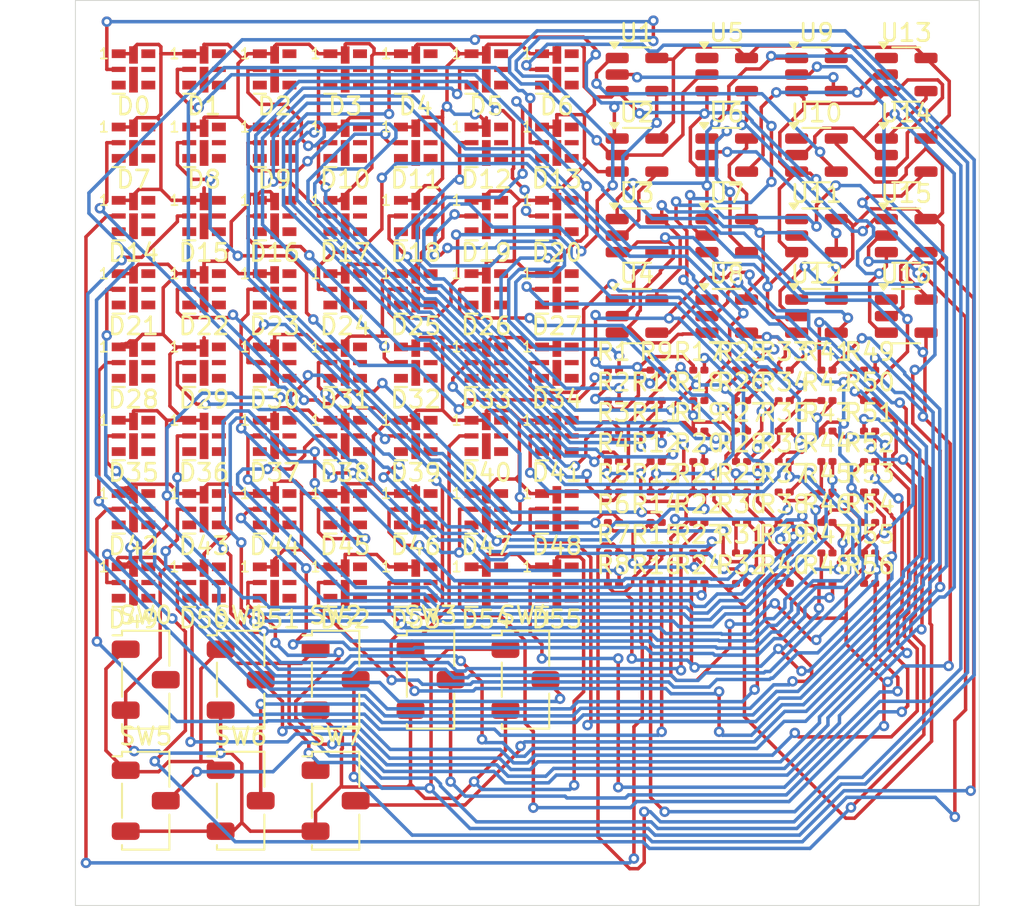
<source format=kicad_pcb>
(kicad_pcb (version 20240108) (generator "pcbnew") (generator_version "8.0")
  (layers (0 "F.Cu" signal) (31 "B.Cu" signal) (34 "B.Paste" user) (35 "F.Paste" user) (36 "B.SilkS" user "B.Silkscreen") (37 "F.SilkS" user "F.Silkscreen") (38 "B.Mask" user) (39 "F.Mask" user) (44 "Edge.Cuts" user))
  (net 0 "")
  (net 1 "GND")
  (net 2 "Net-(D0-A)")
  (net 3 "Net-(D1-A)")
  (net 4 "Net-(D12-A)")
  (net 5 "Net-(D11-A)")
  (net 6 "Net-(D2-A)")
  (net 7 "Net-(D3-A)")
  (net 8 "Net-(D4-A)")
  (net 9 "Net-(D5-A)")
  (net 10 "Net-(D6-A)")
  (net 11 "Net-(D7-A)")
  (net 12 "Net-(D8-A)")
  (net 13 "Net-(D9-A)")
  (net 14 "Net-(U1-Pad2)")
  (net 15 "Net-(SW0-B)")
  (net 16 "Net-(U1-Pad1)")
  (net 17 "Net-(U2-Pad4)")
  (net 18 "Net-(U3-Pad4)")
  (net 19 "Net-(U4-Pad4)")
  (net 22 "Net-(U15-Pad1)")
  (net 23 "Net-(U13-Pad2)")
  (net 24 "Net-(U11-Pad4)")
  (net 25 "Net-(U6-Pad1)")
  (net 29 "Net-(U12-Pad2)")
  (net 30 "Net-(U13-Pad4)")
  (net 32 "Net-(U15-Pad4)")
  (net 34 "Net-(D10-A)")
  (net 35 "Net-(D13-A)")
  (net 36 "Net-(D14-A)")
  (net 37 "Net-(D15-A)")
  (net 38 "Net-(D16-A)")
  (net 39 "Net-(D17-A)")
  (net 40 "Net-(D18-A)")
  (net 41 "Net-(D19-A)")
  (net 42 "Net-(D20-A)")
  (net 43 "Net-(D21-A)")
  (net 44 "Net-(D22-A)")
  (net 45 "Net-(D23-A)")
  (net 46 "Net-(D24-A)")
  (net 47 "Net-(D25-A)")
  (net 48 "Net-(D26-A)")
  (net 49 "Net-(D27-A)")
  (net 50 "Net-(D28-A)")
  (net 51 "Net-(D29-A)")
  (net 52 "Net-(D30-A)")
  (net 53 "Net-(D31-A)")
  (net 54 "Net-(D32-A)")
  (net 55 "Net-(D33-A)")
  (net 56 "Net-(D34-A)")
  (net 57 "Net-(D35-A)")
  (net 58 "Net-(D36-A)")
  (net 59 "Net-(D37-A)")
  (net 60 "Net-(D38-A)")
  (net 61 "Net-(D39-A)")
  (net 62 "Net-(D40-A)")
  (net 63 "Net-(D41-A)")
  (net 64 "Net-(D42-A)")
  (net 65 "Net-(D43-A)")
  (net 66 "Net-(D44-A)")
  (net 67 "Net-(D45-A)")
  (net 68 "Net-(D46-A)")
  (net 69 "Net-(D47-A)")
  (net 70 "Net-(D48-A)")
  (net 71 "Net-(D49-A)")
  (net 72 "Net-(D50-A)")
  (net 73 "Net-(D51-A)")
  (net 74 "Net-(D52-A)")
  (net 75 "Net-(D53-A)")
  (net 76 "Net-(D54-A)")
  (net 77 "Net-(D55-A)")
  (net 78 "Net-(R1-Pad1)")
  (net 79 "Net-(R14-Pad1)")
  (net 80 "Net-(R10-Pad1)")
  (net 81 "Net-(R12-Pad1)")
  (net 82 "VCC")
  (net 83 "Net-(SW1-B)")
  (net 84 "Net-(SW2-B)")
  (net 85 "Net-(SW3-B)")
  (net 86 "Net-(SW4-B)")
  (net 87 "Net-(SW5-B)")
  (net 88 "Net-(SW6-B)")
  (net 89 "Net-(SW7-B)")
  (footprint "LED_SMD:LED-APA102-2020" (layer "F.Cu") (at 27.415 44.37)
    (property "Reference" "D43")
    (property "Value" "LED")
  )
  (footprint "Package_TO_SOT_SMD:SOT-23-5" (layer "F.Cu") (at 52.265 19.405)
    (property "Reference" "U1")
    (property "Value" "SN74LVC1G00DBV")
  )
  (footprint "Resistor_SMD:R_0201_0603Metric" (layer "F.Cu") (at 53.365 36.38)
    (property "Reference" "R9")
    (property "Value" "~")
  )
  (footprint "Resistor_SMD:R_0201_0603Metric" (layer "F.Cu") (at 60.715 39.88)
    (property "Reference" "R35")
    (property "Value" "~")
  )
  (footprint "Package_TO_SOT_SMD:SOT-23-5" (layer "F.Cu") (at 57.415 28.655)
    (property "Reference" "U7")
    (property "Value" "74AHC1G00")
  )
  (footprint "LED_SMD:LED-APA102-2020" (layer "F.Cu") (at 35.515 23.32)
    (property "Reference" "D10")
    (property "Value" "LED")
  )
  (footprint "Resistor_SMD:R_0201_0603Metric" (layer "F.Cu") (at 63.165 45.13)
    (property "Reference" "R46")
    (property "Value" "~")
  )
  (footprint "LED_SMD:LED-APA102-2020" (layer "F.Cu") (at 23.365 31.74)
    (property "Reference" "D21")
    (property "Value" "LED")
  )
  (footprint "LED_SMD:LED-APA102-2020" (layer "F.Cu") (at 43.615 35.95)
    (property "Reference" "D33")
    (property "Value" "LED")
  )
  (footprint "LED_SMD:LED-APA102-2020" (layer "F.Cu") (at 39.565 19.11)
    (property "Reference" "D4")
    (property "Value" "LED")
  )
  (footprint "LED_SMD:LED-APA102-2020" (layer "F.Cu") (at 43.615 40.16)
    (property "Reference" "D40")
    (property "Value" "LED")
  )
  (footprint "LED_SMD:LED-APA102-2020" (layer "F.Cu") (at 31.465 44.37)
    (property "Reference" "D44")
    (property "Value" "LED")
  )
  (footprint "Button_Switch_SMD:Nidec_Copal_CAS-120A" (layer "F.Cu") (at 24.065 54.16)
    (property "Reference" "SW0")
    (property "Value" "SW_Nidec_CAS-120A1")
  )
  (footprint "Resistor_SMD:R_0201_0603Metric" (layer "F.Cu") (at 53.365 46.88)
    (property "Reference" "R15")
    (property "Value" "~")
  )
  (footprint "LED_SMD:LED-APA102-2020" (layer "F.Cu") (at 31.465 31.74)
    (property "Reference" "D23")
    (property "Value" "LED")
  )
  (footprint "Resistor_SMD:R_0201_0603Metric" (layer "F.Cu") (at 50.915 45.13)
    (property "Reference" "R6")
    (property "Value" "~")
  )
  (footprint "Package_TO_SOT_SMD:SOT-23-5" (layer "F.Cu") (at 62.565 33.28)
    (property "Reference" "U12")
    (property "Value" "SN74LVC1G14DBV")
  )
  (footprint "Resistor_SMD:R_0201_0603Metric" (layer "F.Cu") (at 55.815 36.38)
    (property "Reference" "R17")
    (property "Value" "~")
  )
  (footprint "LED_SMD:LED-APA102-2020" (layer "F.Cu") (at 27.415 48.58)
    (property "Reference" "D50")
    (property "Value" "LED")
  )
  (footprint "Package_TO_SOT_SMD:SOT-23-5" (layer "F.Cu") (at 57.415 19.405)
    (property "Reference" "U5")
    (property "Value" "SN74LVC1G14DBV")
  )
  (footprint "LED_SMD:LED-APA102-2020" (layer "F.Cu") (at 39.565 48.58)
    (property "Reference" "D53")
    (property "Value" "LED")
  )
  (footprint "Button_Switch_SMD:Nidec_Copal_CAS-120A" (layer "F.Cu") (at 34.965 61.11)
    (property "Reference" "SW7")
    (property "Value" "SW_Nidec_CAS-120A1")
  )
  (footprint "Resistor_SMD:R_0201_0603Metric" (layer "F.Cu") (at 65.615 46.88)
    (property "Reference" "R55")
    (property "Value" "~")
  )
  (footprint "LED_SMD:LED-APA102-2020" (layer "F.Cu") (at 23.365 23.32)
    (property "Reference" "D7")
    (property "Value" "LED")
  )
  (footprint "Resistor_SMD:R_0201_0603Metric" (layer "F.Cu") (at 50.915 38.13)
    (property "Reference" "R2")
    (property "Value" "~")
  )
  (footprint "LED_SMD:LED-APA102-2020" (layer "F.Cu") (at 23.365 44.37)
    (property "Reference" "D42")
    (property "Value" "LED")
  )
  (footprint "Resistor_SMD:R_0201_0603Metric" (layer "F.Cu") (at 50.915 36.38)
    (property "Reference" "R1")
    (property "Value" "~")
  )
  (footprint "Resistor_SMD:R_0201_0603Metric" (layer "F.Cu") (at 63.165 43.38)
    (property "Reference" "R45")
    (property "Value" "~")
  )
  (footprint "LED_SMD:LED-APA102-2020" (layer "F.Cu") (at 35.515 31.74)
    (property "Reference" "D24")
    (property "Value" "LED")
  )
  (footprint "Resistor_SMD:R_0201_0603Metric" (layer "F.Cu") (at 55.815 48.63)
    (property "Reference" "R24")
    (property "Value" "~")
  )
  (footprint "LED_SMD:LED-APA102-2020" (layer "F.Cu") (at 47.665 19.11)
    (property "Reference" "D6")
    (property "Value" "LED")
  )
  (footprint "LED_SMD:LED-APA102-2020" (layer "F.Cu") (at 39.565 23.32)
    (property "Reference" "D11")
    (property "Value" "LED")
  )
  (footprint "Resistor_SMD:R_0201_0603Metric" (layer "F.Cu") (at 60.715 43.38)
    (property "Reference" "R37")
    (property "Value" "~")
  )
  (footprint "LED_SMD:LED-APA102-2020" (layer "F.Cu") (at 35.515 27.53)
    (property "Reference" "D17")
    (property "Value" "LED")
  )
  (footprint "Resistor_SMD:R_0201_0603Metric" (layer "F.Cu") (at 55.815 41.63)
    (property "Reference" "R20")
    (property "Value" "~")
  )
  (footprint "Resistor_SMD:R_0201_0603Metric" (layer "F.Cu") (at 53.365 48.63)
    (property "Reference" "R16")
    (property "Value" "~")
  )
  (footprint "LED_SMD:LED-APA102-2020" (layer "F.Cu") (at 43.615 23.32)
    (property "Reference" "D12")
    (property "Value" "LED")
  )
  (footprint "Button_Switch_SMD:Nidec_Copal_CAS-120A" (layer "F.Cu") (at 45.865 54.16)
    (property "Reference" "SW4")
    (property "Value" "SW_Nidec_CAS-120A1")
  )
  (footprint "Resistor_SMD:R_0201_0603Metric" (layer "F.Cu") (at 58.265 39.88)
    (property "Reference" "R27")
    (property "Value" "~")
  )
  (footprint "LED_SMD:LED-APA102-2020" (layer "F.Cu") (at 31.465 40.16)
    (property "Reference" "D37")
    (property "Value" "LED")
  )
  (footprint "LED_SMD:LED-APA102-2020" (layer "F.Cu") (at 47.665 35.95)
    (property "Reference" "D34")
    (property "Value" "LED")
  )
  (footprint "Resistor_SMD:R_0201_0603Metric" (layer "F.Cu") (at 50.915 46.88)
    (property "Reference" "R7")
    (property "Value" "~")
  )
  (footprint "LED_SMD:LED-APA102-2020" (layer "F.Cu") (at 27.415 27.53)
    (property "Reference" "D15")
    (property "Value" "LED")
  )
  (footprint "LED_SMD:LED-APA102-2020" (layer "F.Cu") (at 39.565 31.74)
    (property "Reference" "D25")
    (property "Value" "LED")
  )
  (footprint "Resistor_SMD:R_0201_0603Metric" (layer "F.Cu") (at 55.815 45.13)
    (property "Reference" "R22")
    (property "Value" "~")
  )
  (footprint "LED_SMD:LED-APA102-2020" (layer "F.Cu") (at 23.365 48.58)
    (property "Reference" "D49")
    (property "Value" "LED")
  )
  (footprint "Resistor_SMD:R_0201_0603Metric" (layer "F.Cu") (at 58.265 41.63)
    (property "Reference" "R28")
    (property "Value" "~")
  )
  (footprint "Resistor_SMD:R_0201_0603Metric" (layer "F.Cu") (at 50.915 43.38)
    (property "Reference" "R5")
    (property "Value" "~")
  )
  (footprint "Resistor_SMD:R_0201_0603Metric" (layer "F.Cu") (at 63.165 39.88)
    (property "Reference" "R43")
    (property "Value" "~")
  )
  (footprint "Resistor_SMD:R_0201_0603Metric" (layer "F.Cu") (at 60.715 45.13)
    (property "Reference" "R38")
    (property "Value" "~")
  )
  (footprint "Button_Switch_SMD:Nidec_Copal_CAS-120A" (layer "F.Cu") (at 34.965 54.16)
    (property "Reference" "SW2")
    (property "Value" "SW_Nidec_CAS-120A1")
  )
  (footprint "Resistor_SMD:R_0201_0603Metric" (layer "F.Cu") (at 63.165 41.63)
    (property "Reference" "R44")
    (property "Value" "~")
  )
  (footprint "Resistor_SMD:R_0201_0603Metric" (layer "F.Cu") (at 65.615 38.13)
    (property "Reference" "R50")
    (property "Value" "~")
  )
  (footprint "LED_SMD:LED-APA102-2020" (layer "F.Cu") (at 39.565 44.37)
    (property "Reference" "D46")
    (property "Value" "LED")
  )
  (footprint "Package_TO_SOT_SMD:SOT-23-5" (layer "F.Cu") (at 62.565 24.03)
    (property "Reference" "U10")
    (property "Value" "SN74LVC1G14DBV")
  )
  (footprint "Package_TO_SOT_SMD:SOT-23-5" (layer "F.Cu") (at 62.565 19.405)
    (property "Reference" "U9")
    (property "Value" "SN74LVC1G00DBV")
  )
  (footprint "Resistor_SMD:R_0201_0603Metric" (layer "F.Cu") (at 50.915 48.63)
    (property "Reference" "R8")
    (property "Value" "~")
  )
  (footprint "Package_TO_SOT_SMD:SOT-23-5" (layer "F.Cu") (at 52.265 28.655)
    (property "Reference" "U3")
    (property "Value" "74AHC1G00")
  )
  (footprint "LED_SMD:LED-APA102-2020" (layer "F.Cu") (at 31.465 23.32)
    (property "Reference" "D9")
    (property "Value" "LED")
  )
  (footprint "LED_SMD:LED-APA102-2020" (layer "F.Cu") (at 23.365 40.16)
    (property "Reference" "D35")
    (property "Value" "LED")
  )
  (footprint "LED_SMD:LED-APA102-2020" (layer "F.Cu") (at 43.615 31.74)
    (property "Reference" "D26")
    (property "Value" "LED")
  )
  (footprint "LED_SMD:LED-APA102-2020" (layer "F.Cu") (at 23.365 27.53)
    (property "Reference" "D14")
    (property "Value" "LED")
  )
  (footprint "LED_SMD:LED-APA102-2020" (layer "F.Cu") (at 47.665 44.37)
    (property "Reference" "D48")
    (property "Value" "LED")
  )
  (footprint "LED_SMD:LED-APA102-2020" (layer "F.Cu") (at 47.665 27.53)
    (property "Reference" "D20")
    (property "Value" "LED")
  )
  (footprint "Resistor_SMD:R_0201_0603Metric" (layer "F.Cu") (at 58.265 48.63)
    (property "Reference" "R32")
    (property "Value" "~")
  )
  (footprint "LED_SMD:LED-APA102-2020" (layer "F.Cu") (at 35.515 19.11)
    (property "Reference" "D3")
    (property "Value" "LED")
  )
  (footprint "LED_SMD:LED-APA102-2020" (layer "F.Cu") (at 43.615 48.58)
    (property "Reference" "D54")
    (property "Value" "LED")
  )
  (footprint "Resistor_SMD:R_0201_0603Metric" (layer "F.Cu") (at 53.365 39.88)
    (property "Reference" "R11")
    (property "Value" "~")
  )
  (footprint "LED_SMD:LED-APA102-2020" (layer "F.Cu") (at 27.415 19.11)
    (property "Reference" "D1")
    (property "Value" "LED")
  )
  (footprint "Package_TO_SOT_SMD:SOT-23-5" (layer "F.Cu") (at 52.265 33.28)
    (property "Reference" "U4")
    (property "Value" "SN74LVC1G14DBV")
  )
  (footprint "LED_SMD:LED-APA102-2020" (layer "F.Cu") (at 31.465 48.58)
    (property "Reference" "D51")
    (property "Value" "LED")
  )
  (footprint "Resistor_SMD:R_0201_0603Metric" (layer "F.Cu") (at 58.265 36.38)
    (property "Reference" "R25")
    (property "Value" "~")
  )
  (footprint "Button_Switch_SMD:Nidec_Copal_CAS-120A" (layer "F.Cu") (at 29.515 54.16)
    (property "Reference" "SW1")
    (property "Value" "SW_Nidec_CAS-120A1")
  )
  (footprint "Package_TO_SOT_SMD:SOT-23-5" (layer "F.Cu") (at 67.715 24.03)
    (property "Reference" "U14")
    (property "Value" "74AHC1G00")
  )
  (footprint "Resistor_SMD:R_0201_0603Metric" (layer "F.Cu") (at 65.615 45.13)
    (property "Reference" "R54")
    (property "Value" "~")
  )
  (footprint "LED_SMD:LED-APA102-2020" (layer "F.Cu") (at 43.615 27.53)
    (property "Reference" "D19")
    (property "Value" "LED")
  )
  (footprint "LED_SMD:LED-APA102-2020" (layer "F.Cu") (at 31.465 27.53)
    (property "Reference" "D16")
    (property "Value" "LED")
  )
  (footprint "Resistor_SMD:R_0201_0603Metric" (layer "F.Cu") (at 65.615 39.88)
    (property "Reference" "R51")
    (property "Value" "~")
  )
  (footprint "Resistor_SMD:R_0201_0603Metric" (layer "F.Cu") (at 50.915 39.88)
    (property "Reference" "R3")
    (property "Value" "~")
  )
  (footprint "Resistor_SMD:R_0201_0603Metric" (layer "F.Cu") (at 63.165 46.88)
    (property "Reference" "R47")
    (property "Value" "~")
  )
  (footprint "Resistor_SMD:R_0201_0603Metric" (layer "F.Cu") (at 60.715 38.13)
    (property "Reference" "R34")
    (property "Value" "~")
  )
  (footprint "LED_SMD:LED-APA102-2020" (layer "F.Cu") (at 31.465 19.11)
    (property "Reference" "D2")
    (property "Value" "LED")
  )
  (footprint "Resistor_SMD:R_0201_0603Metric" (layer "F.Cu") (at 60.715 46.88)
    (property "Reference" "R39")
    (property "Value" "~")
  )
  (footprint "Package_TO_SOT_SMD:SOT-23-5" (layer "F.Cu") (at 62.565 28.655)
    (property "Reference" "U11")
    (property "Value" "SN74LVC1G14DBV")
  )
  (footprint "LED_SMD:LED-APA102-2020" (layer "F.Cu") (at 23.365 19.11)
    (property "Reference" "D0")
    (property "Value" "LED")
  )
  (footprint "Resistor_SMD:R_0201_0603Metric" (layer "F.Cu") (at 53.365 45.13)
    (property "Reference" "R14")
    (property "Value" "~")
  )
  (footprint "Resistor_SMD:R_0201_0603Metric" (layer "F.Cu") (at 60.715 41.63)
    (property "Reference" "R36")
    (property "Value" "~")
  )
  (footprint "LED_SMD:LED-APA102-2020" (layer "F.Cu") (at 23.365 35.95)
    (property "Reference" "D28")
    (property "Value" "LED")
  )
  (footprint "Package_TO_SOT_SMD:SOT-23-5" (layer "F.Cu") (at 67.715 28.655)
    (property "Reference" "U15")
    (property "Value" "74AHC1G00")
  )
  (footprint "LED_SMD:LED-APA102-2020" (layer "F.Cu") (at 27.415 31.74)
    (property "Reference" "D22")
    (property "Value" "LED")
  )
  (footprint "Resistor_SMD:R_0201_0603Metric" (layer "F.Cu") (at 65.615 36.38)
    (property "Reference" "R49")
    (property "Value" "~")
  )
  (footprint "LED_SMD:LED-APA102-2020" (layer "F.Cu") (at 47.665 23.32)
    (property "Reference" "D13")
    (property "Value" "LED")
  )
  (footprint "LED_SMD:LED-APA102-2020" (layer "F.Cu") (at 43.615 19.11)
    (property "Reference" "D5")
    (property "Value" "LED")
  )
  (footprint "Resistor_SMD:R_0201_0603Metric" (layer "F.Cu") (at 53.365 38.13)
    (property "Reference" "R10")
    (property "Value" "~")
  )
  (footprint "Resistor_SMD:R_0201_0603Metric" (layer "F.Cu") (at 58.265 45.13)
    (property "Reference" "R30")
    (property "Value" "~")
  )
  (footprint "LED_SMD:LED-APA102-2020" (layer "F.Cu") (at 35.515 40.16)
    (property "Reference" "D38")
    (property "Value" "LED")
  )
  (footprint "Resistor_SMD:R_0201_0603Metric" (layer "F.Cu") (at 53.365 43.38)
    (property "Reference" "R13")
    (property "Value" "~")
  )
  (footprint "Button_Switch_SMD:Nidec_Copal_CAS-120A" (layer "F.Cu") (at 40.415 54.16)
    (property "Reference" "SW3")
    (property "Value" "SW_Nidec_CAS-120A1")
  )
  (footprint "Resistor_SMD:R_0201_0603Metric" (layer "F.Cu") (at 58.265 46.88)
    (property "Reference" "R31")
    (property "Value" "~")
  )
  (footprint "LED_SMD:LED-APA102-2020" (layer "F.Cu") (at 35.515 35.95)
    (property "Reference" "D31")
    (property "Value" "LED")
  )
  (footprint "LED_SMD:LED-APA102-2020" (layer "F.Cu") (at 31.465 35.95)
    (property "Reference" "D30")
    (property "Value" "LED")
  )
  (footprint "LED_SMD:LED-APA102-2020" (layer "F.Cu") (at 27.415 23.32)
    (property "Reference" "D8")
    (property "Value" "LED")
  )
  (footprint "LED_SMD:LED-APA102-2020" (layer "F.Cu") (at 27.415 40.16)
    (property "Reference" "D36")
    (property "Value" "LED")
  )
  (footprint "Resistor_SMD:R_0201_0603Metric" (layer "F.Cu") (at 65.615 41.63)
    (property "Reference" "R52")
    (property "Value" "~")
  )
  (footprint "LED_SMD:LED-APA102-2020" (layer "F.Cu") (at 39.565 27.53)
    (property "Reference" "D18")
    (property "Value" "LED")
  )
  (footprint "Package_TO_SOT_SMD:SOT-23-5" (layer "F.Cu") (at 57.415 33.28)
    (property "Reference" "U8")
    (property "Value" "74AHC1G00")
  )
  (footprint "Resistor_SMD:R_0201_0603Metric" (layer "F.Cu") (at 63.165 36.38)
    (property "Reference" "R41")
    (property "Value" "~")
  )
  (footprint "Resistor_SMD:R_0201_0603Metric" (layer "F.Cu") (at 63.165 48.63)
    (property "Reference" "R48")
    (property "Value" "~")
  )
  (footprint "Package_TO_SOT_SMD:SOT-23-5" (layer "F.Cu") (at 67.715 33.28)
    (property "Reference" "U16")
    (property "Value" "SN74LVC1G14DBV")
  )
  (footprint "Package_TO_SOT_SMD:SOT-23-5" (layer "F.Cu") (at 52.265 24.03)
    (property "Reference" "U2")
    (property "Value" "74AHC1G00")
  )
  (footprint "LED_SMD:LED-APA102-2020" (layer "F.Cu") (at 35.515 44.37)
    (property "Reference" "D45")
    (property "Value" "LED")
  )
  (footprint "LED_SMD:LED-APA102-2020" (layer "F.Cu") (at 39.565 40.16)
    (property "Reference" "D39")
    (property "Value" "LED")
  )
  (footprint "Resistor_SMD:R_0201_0603Metric" (layer "F.Cu") (at 58.265 38.13)
    (property "Reference" "R26")
    (property "Value" "~")
  )
  (footprint "Button_Switch_SMD:Nidec_Copal_CAS-120A" (layer "F.Cu") (at 29.515 61.11)
    (property "Reference" "SW6")
    (property "Value" "SW_Nidec_CAS-120A1")
  )
  (footprint "Package_TO_SOT_SMD:SOT-23-5" (layer "F.Cu") (at 67.715 19.405)
    (property "Reference" "U13")
    (property "Value" "SN74LVC1G14DBV")
  )
  (footprint "Resistor_SMD:R_0201_0603Metric" (layer "F.Cu") (at 63.165 38.13)
    (property "Reference" "R42")
    (property "Value" "~")
  )
  (footprint "LED_SMD:LED-APA102-2020" (layer "F.Cu") (at 43.615 44.37)
    (property "Reference" "D47")
    (property "Value" "LED")
  )
  (footprint "Resistor_SMD:R_0201_0603Metric" (layer "F.Cu") (at 60.715 48.63)
    (property "Reference" "R40")
    (property "Value" "~")
  )
  (footprint "LED_SMD:LED-APA102-2020" (layer "F.Cu") (at 47.665 48.58)
    (property "Reference" "D55")
    (property "Value" "LED")
  )
  (footprint "Resistor_SMD:R_0201_0603Metric" (layer "F.Cu") (at 50.915 41.63)
    (property "Reference" "R4")
    (property "Value" "~")
  )
  (footprint "LED_SMD:LED-APA102-2020" (layer "F.Cu") (at 39.565 35.95)
    (property "Reference" "D32")
    (property "Value" "LED")
  )
  (footprint "LED_SMD:LED-APA102-2020" (layer "F.Cu") (at 35.515 48.58)
    (property "Reference" "D52")
    (property "Value" "LED")
  )
  (footprint "Resistor_SMD:R_0201_0603Metric" (layer "F.Cu") (at 60.715 36.38)
    (property "Reference" "R33")
    (property "Value" "~")
  )
  (footprint "Resistor_SMD:R_0201_0603Metric" (layer "F.Cu") (at 65.615 48.63)
    (property "Reference" "R56")
    (property "Value" "~")
  )
  (footprint "Resistor_SMD:R_0201_0603Metric" (layer "F.Cu") (at 58.265 43.38)
    (property "Reference" "R29")
    (property "Value" "~")
  )
  (footprint "Resistor_SMD:R_0201_0603Metric" (layer "F.Cu") (at 65.615 43.38)
    (property "Reference" "R53")
    (property "Value" "~")
  )
  (footprint "LED_SMD:LED-APA102-2020" (layer "F.Cu") (at 47.665 40.16)
    (property "Reference" "D41")
    (property "Value" "LED")
  )
  (footprint "Resistor_SMD:R_0201_0603Metric" (layer "F.Cu") (at 55.815 38.13)
    (property "Reference" "R18")
    (property "Value" "~")
  )
  (footprint "Package_TO_SOT_SMD:SOT-23-5" (layer "F.Cu") (at 57.415 24.03)
    (property "Reference" "U6")
    (property "Value" "74AHC1G00")
  )
  (footprint "Resistor_SMD:R_0201_0603Metric" (layer "F.Cu") (at 55.815 43.38)
    (property "Reference" "R21")
    (property "Value" "~")
  )
  (footprint "LED_SMD:LED-APA102-2020" (layer "F.Cu") (at 27.415 35.95)
    (property "Reference" "D29")
    (property "Value" "LED")
  )
  (footprint "LED_SMD:LED-APA102-2020" (layer "F.Cu") (at 47.665 31.74)
    (property "Reference" "D27")
    (property "Value" "LED")
  )
  (footprint "Resistor_SMD:R_0201_0603Metric" (layer "F.Cu") (at 55.815 39.88)
    (property "Reference" "R19")
    (property "Value" "~")
  )
  (footprint "Button_Switch_SMD:Nidec_Copal_CAS-120A" (layer "F.Cu") (at 24.065 61.11)
    (property "Reference" "SW5")
    (property "Value" "SW_Nidec_CAS-120A1")
  )
  (footprint "Resistor_SMD:R_0201_0603Metric" (layer "F.Cu") (at 53.365 41.63)
    (property "Reference" "R12")
    (property "Value" "~")
  )
  (footprint "Resistor_SMD:R_0201_0603Metric" (layer "F.Cu") (at 55.815 46.88)
    (property "Reference" "R23")
    (property "Value" "~")
  )
  (gr_rect (start 20.03 15.15) (end 71.91 67.13) (stroke (width 0.05)) (fill none) (layer "Edge.Cuts"))
  (segment (start 35.515 47.5117) (end 35.3467 47.68) (width 0.2) (layer "F.Cu") (net 1))
  (segment (start 23.365 43.54) (end 23.365 43.1491) (width 0.2) (layer "F.Cu") (net 1))
  (segment (start 53.6053 30.7973) (end 52.454 31.9486) (width 0.2) (layer "F.Cu") (net 1))
  (segment (start 29.9333 30.84) (end 29.4065 30.84) (width 0.2) (layer "F.Cu") (net 1))
  (segment (start 45.1225 30.1283) (end 43.615 30.1283) (width 0.2) (layer "F.Cu") (net 1))
  (segment (start 37.0467 18.3327) (end 37.0467 21.8776) (width 0.2) (layer "F.Cu") (net 1))
  (segment (start 43.615 43.3827) (end 43.615 43.2254) (width 0.2) (layer "F.Cu") (net 1))
  (segment (start 26.565 30.84) (end 25.8833 30.84) (width 0.2) (layer "F.Cu") (net 1))
  (segment (start 26.81 22.42) (end 26.565 22.42) (width 0.2) (layer "F.Cu") (net 1))
  (segment (start 29.9333 22.42) (end 29.3679 21.8546) (width 0.2) (layer "F.Cu") (net 1))
  (segment (start 25.2656 39.26) (end 25.8833 39.26) (width 0.2) (layer "F.Cu") (net 1))
  (segment (start 47.665 47.1498) (end 47.665 47.5117) (width 0.2) (layer "F.Cu") (net 1))
  (segment (start 37.3216 46.9683) (end 38.0333 47.68) (width 0.2) (layer "F.Cu") (net 1))
  (segment (start 35.515 38.5483) (end 37.3216 38.5483) (width 0.2) (layer "F.Cu") (net 1))
  (segment (start 27.4165 17.6783) (end 27.415 17.6798) (width 0.2) (layer "F.Cu") (net 1))
  (segment (start 47.665 17.6841) (end 47.665 18.0417) (width 0.2) (layer "F.Cu") (net 1))
  (segment (start 43.615 43.54) (end 43.615 43.3827) (width 0.2) (layer "F.Cu") (net 1))
  (segment (start 37.1362 40.1571) (end 37.1362 42.9075) (width 0.2) (layer "F.Cu") (net 1))
  (segment (start 22.6751 34.8999) (end 22.6752 34.9) (width 0.2) (layer "F.Cu") (net 1))
  (segment (start 39.265 55.91) (end 39.265 60.1494) (width 0.2) (layer "F.Cu") (net 1))
  (segment (start 27.415 34.8817) (end 27.2467 35.05) (width 0.2) (layer "F.Cu") (net 1))
  (segment (start 23.4431 47.1407) (end 24.7391 47.1407) (width 0.2) (layer "F.Cu") (net 1))
  (segment (start 27.415 43.1491) (end 27.6336 42.9305) (width 0.2) (layer "F.Cu") (net 1))
  (segment (start 43.9401 34.5122) (end 45.5955 34.5122) (width 0.2) (layer "F.Cu") (net 1))
  (segment (start 56.2775 34.23) (end 56.2041 34.3034) (width 0.2) (layer "F.Cu") (net 1))
  (segment (start 27.415 17.6798) (end 27.415 18.0417) (width 0.2) (layer "F.Cu") (net 1))
  (segment (start 22.51 47.1407) (end 22.9304 47.1407) (width 0.2) (layer "F.Cu") (net 1))
  (segment (start 49.2469 21.7083) (end 49.8198 21.1354) (width 0.2) (layer "F.Cu") (net 1))
  (segment (start 35.515 46.9683) (end 37.3216 46.9683) (width 0.2) (layer "F.Cu") (net 1))
  (segment (start 34.665 35.05) (end 33.9833 35.05) (width 0.2) (layer "F.Cu") (net 1))
  (segment (start 33.0367 46.6969) (end 33.0059 46.6969) (width 0.2) (layer "F.Cu") (net 1))
  (segment (start 35.515 34.7029) (end 35.788 34.4299) (width 0.2) (layer "F.Cu") (net 1))
  (segment (start 23.3222 30.7145) (end 23.1967 30.84) (width 0.2) (layer "F.Cu") (net 1))
  (segment (start 46.9 43.47) (end 47.4967 43.47) (width 0.2) (layer "F.Cu") (net 1))
  (segment (start 42.765 26.63) (end 43.01 26.63) (width 0.2) (layer "F.Cu") (net 1))
  (segment (start 39.565 39.33) (end 39.565 39.1727) (width 0.2) (layer "F.Cu") (net 1))
  (segment (start 23.365 30.7145) (end 23.365 30.5921) (width 0.2) (layer "F.Cu") (net 1))
  (segment (start 49.4438 24.4017) (end 49.2469 24.2048) (width 0.2) (layer "F.Cu") (net 1))
  (segment (start 30.0154 26.2797) (end 30.0154 26.8195) (width 0.2) (layer "F.Cu") (net 1))
  (segment (start 30.615 22.42) (end 31.2967 22.42) (width 0.2) (layer "F.Cu") (net 1))
  (segment (start 60.4398 28.9782) (end 60.4398 25.9677) (width 0.2) (layer "F.Cu") (net 1))
  (segment (start 26.565 47.68) (end 25.8833 47.68) (width 0.2) (layer "F.Cu") (net 1))
  (segment (start 23.365 47.5117) (end 23.1967 47.68) (width 0.2) (layer "F.Cu") (net 1))
  (segment (start 31.465 30.91) (end 31.465 30.5191) (width 0.2) (layer "F.Cu") (net 1))
  (segment (start 39.565 47.75) (end 39.565 47.4354) (width 0.2) (layer "F.Cu") (net 1))
  (segment (start 31.465 34.7291) (end 31.465 34.3383) (width 0.2) (layer "F.Cu") (net 1))
  (segment (start 31.465 21.8941) (end 31.465 22.2517) (width 0.2) (layer "F.Cu") (net 1))
  (segment (start 35.515 17.6798) (end 35.5618 17.633) (width 0.2) (layer "F.Cu") (net 1))
  (segment (start 22.76 18.21) (end 23.1967 18.21) (width 0.2) (layer "F.Cu") (net 1))
  (segment (start 41.1021 21.8622) (end 41.1021 21.4989) (width 0.2) (layer "F.Cu") (net 1))
  (segment (start 23.4285 47.1553) (end 23.4431 47.1407) (width 0.2) (layer "F.Cu") (net 1))
  (segment (start 54.8693 34.3281) (end 54.6307 34.3281) (width 0.2) (layer "F.Cu") (net 1))
  (segment (start 31.5742 17.6678) (end 31.465 17.777) (width 0.2) (layer "F.Cu") (net 1))
  (segment (start 25.0698 34.3285) (end 25.8373 35.096) (width 0.2) (layer "F.Cu") (net 1))
  (segment (start 39.8398 34.517) (end 41.0387 34.517) (width 0.2) (layer "F.Cu") (net 1))
  (segment (start 27.415 25.9183) (end 27.415 26.4617) (width 0.2) (layer "F.Cu") (net 1))
  (segment (start 65.6197 31.3762) (end 66.1632 30.8327) (width 0.2) (layer "F.Cu") (net 1))
  (segment (start 24.8968 48.0616) (end 25.2784 47.68) (width 0.2) (layer "F.Cu") (net 1))
  (segment (start 38.715 43.47) (end 38.0333 43.47) (width 0.2) (layer "F.Cu") (net 1))
  (segment (start 46.815 35.05) (end 46.1333 35.05) (width 0.2) (layer "F.Cu") (net 1))
  (segment (start 38.9004 43.47) (end 39.3967 43.47) (width 0.2) (layer "F.Cu") (net 1))
  (segment (start 47.06 22.42) (end 46.815 22.42) (width 0.2) (layer "F.Cu") (net 1))
  (segment (start 53.6053 30.6825) (end 53.6053 30.7973) (width 0.2) (layer "F.Cu") (net 1))
  (segment (start 35.515 39.33) (end 35.4167 39.33) (width 0.2) (layer "F.Cu") (net 1))
  (segment (start 34.91 35.05) (end 34.665 35.05) (width 0.2) (layer "F.Cu") (net 1))
  (segment (start 34.91 22.42) (end 35.3467 22.42) (width 0.2) (layer "F.Cu") (net 1))
  (segment (start 31.465 42.7583) (end 32.6526 42.7583) (width 0.2) (layer "F.Cu") (net 1))
  (segment (start 40.3558 29.1824) (end 39.8945 29.6437) (width 0.2) (layer "F.Cu") (net 1))
  (segment (start 26.565 18.21) (end 27.2467 18.21) (width 0.2) (layer "F.Cu") (net 1))
  (segment (start 49.8198 20.6925) (end 49.2321 20.1048) (width 0.2) (layer "F.Cu") (net 1))
  (segment (start 45.6027 26.63) (end 45.5634 26.6693) (width 0.2) (layer "F.Cu") (net 1))
  (segment (start 39.6276 38.6858) (end 41.1138 38.6858) (width 0.2) (layer "F.Cu") (net 1))
  (segment (start 41.3591 18.9342) (end 42.0833 18.21) (width 0.2) (layer "F.Cu") (net 1))
  (segment (start 24.9375 26.0034) (end 25.5641 26.63) (width 0.2) (layer "F.Cu") (net 1))
  (segment (start 23.365 39.33) (end 23.365 38.7364) (width 0.2) (layer "F.Cu") (net 1))
  (segment (start 22.515 39.26) (end 23.1967 39.26) (width 0.2) (layer "F.Cu") (net 1))
  (segment (start 31.465 22.2517) (end 31.2967 22.42) (width 0.2) (layer "F.Cu") (net 1))
  (segment (start 54.8837 34.3221) (end 54.8753 34.3221) (width 0.2) (layer "F.Cu") (net 1))
  (segment (start 25.3474 30.3041) (end 25.8833 30.84) (width 0.2) (layer "F.Cu") (net 1))
  (segment (start 30.615 26.63) (end 30.87 26.63) (width 0.2) (layer "F.Cu") (net 1))
  (segment (start 39.92 21.8622) (end 39.3967 22.3855) (width 0.2) (layer "F.Cu") (net 1))
  (segment (start 33.9833 18.21) (end 33.4411 17.6678) (width 0.2) (layer "F.Cu") (net 1))
  (segment (start 56.2775 24.98) (end 55.9276 24.98) (width 0.2) (layer "F.Cu") (net 1))
  (segment (start 44.9987 38.7035) (end 45.5121 39.2169) (width 0.2) (layer "F.Cu") (net 1))
  (segment (start 30.0767 62.86) (end 33.815 62.86) (width 0.2) (layer "F.Cu") (net 1))
  (segment (start 22.6752 34.9) (end 22.9914 34.9) (width 0.2) (layer "F.Cu") (net 1))
  (segment (start 61.2392 25.1683) (end 60.464 24.3931) (width 0.2) (layer "F.Cu") (net 1))
  (segment (start 43.615 46.9683) (end 43.615 47.5117) (width 0.2) (layer "F.Cu") (net 1))
  (segment (start 23.5758 17.6783) (end 24.8046 17.6783) (width 0.2) (layer "F.Cu") (net 1))
  (segment (start 47.1559 18.21) (end 47.4967 18.21) (width 0.2) (layer "F.Cu") (net 1))
  (segment (start 56.2041 34.3034) (end 54.9024 34.3034) (width 0.2) (layer "F.Cu") (net 1))
  (segment (start 27.415 34.5198) (end 27.415 34.8817) (width 0.2) (layer "F.Cu") (net 1))
  (segment (start 43.615 21.8941) (end 43.615 22.2517) (width 0.2) (layer "F.Cu") (net 1))
  (segment (start 22.5927 43.1707) (end 22.5927 43.2375) (width 0.2) (layer "F.Cu") (net 1))
  (segment (start 39.565 43.3017) (end 39.3967 43.47) (width 0.2) (layer "F.Cu") (net 1))
  (segment (start 27.415 46.9367) (end 27.415 46.9683) (width 0.2) (layer "F.Cu") (net 1))
  (segment (start 35.515 35.12) (end 35.515 34.7029) (width 0.2) (layer "F.Cu") (net 1))
  (segment (start 40.0904 60.9748) (end 41.9507 60.9748) (width 0.2) (layer "F.Cu") (net 1))
  (segment (start 34.665 39.26) (end 33.9833 39.26) (width 0.2) (layer "F.Cu") (net 1))
  (segment (start 41.1021 25.371) (end 40.6858 25.7873) (width 0.2) (layer "F.Cu") (net 1))
  (segment (start 23.365 30.7145) (end 23.3222 30.7145) (width 0.2) (layer "F.Cu") (net 1))
  (segment (start 31.465 18.0417) (end 31.2967 18.21) (width 0.2) (layer "F.Cu") (net 1))
  (segment (start 69.7973 19.981) (end 69.7973 20.7437) (width 0.2) (layer "F.Cu") (net 1))
  (segment (start 28.2966 46.0551) (end 27.415 46.9367) (width 0.2) (layer "F.Cu") (net 1))
  (segment (start 43.5659 35.0709) (end 43.5659 35.05) (width 0.2) (layer "F.Cu") (net 1))
  (segment (start 37.0467 21.8776) (end 37.0467 24.7625) (width 0.2) (layer "F.Cu") (net 1))
  (segment (start 41.5426 17.6693) (end 42.0833 18.21) (width 0.2) (layer "F.Cu") (net 1))
  (segment (start 43.4467 22.42) (end 43.4467 21.9848) (width 0.2) (layer "F.Cu") (net 1))
  (segment (start 35.5473 42.9075) (end 35.515 42.9398) (width 0.2) (layer "F.Cu") (net 1))
  (segment (start 27.415 43.1491) (end 27.415 43.3017) (width 0.2) (layer "F.Cu") (net 1))
  (segment (start 41.1021 21.4989) (end 41.3591 21.2419) (width 0.2) (layer "F.Cu") (net 1))
  (segment (start 45.2257 30.0251) (end 45.1225 30.1283) (width 0.2) (layer "F.Cu") (net 1))
  (segment (start 43.5659 35.05) (end 43.5659 34.8864) (width 0.2) (layer "F.Cu") (net 1))
  (segment (start 31.465 26.3091) (end 31.465 26.4617) (width 0.2) (layer "F.Cu") (net 1))
  (segment (start 23.2932 34.72) (end 23.365 34.7918) (width 0.2) (layer "F.Cu") (net 1))
  (segment (start 22.5967 43.1667) (end 22.5927 43.1707) (width 0.2) (layer "F.Cu") (net 1))
  (segment (start 22.515 22.42) (end 23.1967 22.42) (width 0.2) (layer "F.Cu") (net 1))
  (segment (start 54.1438 34.815) (end 52.7085 34.815) (width 0.2) (layer "F.Cu") (net 1))
  (segment (start 66.5775 30.4184) (end 66.1632 30.8327) (width 0.2) (layer "F.Cu") (net 1))
  (segment (start 49.2001 47.3156) (end 49.2001 54.8512) (width 0.2) (layer "F.Cu") (net 1))
  (segment (start 43.615 47.5117) (end 43.4467 47.68) (width 0.2) (layer "F.Cu") (net 1))
  (segment (start 30.615 43.47) (end 29.9333 43.47) (width 0.2) (layer "F.Cu") (net 1))
  (segment (start 22.915 55.91) (end 22.915 57.7687) (width 0.2) (layer "F.Cu") (net 1))
  (segment (start 55.3285 24.3809) (end 55.3285 22.4594) (width 0.2) (layer "F.Cu") (net 1))
  (segment (start 33.9848 18.21) (end 33.9833 18.21) (width 0.2) (layer "F.Cu") (net 1))
  (segment (start 39.565 30.91) (end 39.565 30.5191) (width 0.2) (layer "F.Cu") (net 1))
  (segment (start 43.6479 38.7035) (end 44.9987 38.7035) (width 0.2) (layer "F.Cu") (net 1))
  (segment (start 47.1559 39.26) (end 46.815 39.26) (width 0.2) (layer "F.Cu") (net 1))
  (segment (start 42.765 18.21) (end 43.4467 18.21) (width 0.2) (layer "F.Cu") (net 1))
  (segment (start 47.665 22.49) (end 47.665 21.7083) (width 0.2) (layer "F.Cu") (net 1))
  (segment (start 27.415 22.49) (end 27.415 21.8941) (width 0.2) (layer "F.Cu") (net 1))
  (segment (start 43.615 39.33) (end 43.545 39.26) (width 0.2) (layer "F.Cu") (net 1))
  (segment (start 46.815 30.84) (end 46.1333 30.84) (width 0.2) (layer "F.Cu") (net 1))
  (segment (start 27.415 22.2517) (end 27.2467 22.42) (width 0.2) (layer "F.Cu") (net 1))
  (segment (start 47.06 26.63) (end 46.815 26.63) (width 0.2) (layer "F.Cu") (net 1))
  (segment (start 27.415 30.91) (end 27.415 30.1283) (width 0.2) (layer "F.Cu") (net 1))
  (segment (start 23.2455 42.9352) (end 23.0378 43.1429) (width 0.2) (layer "F.Cu") (net 1))
  (segment (start 22.915 54.8734) (end 24.8968 52.8916) (width 0.2) (layer "F.Cu") (net 1))
  (segment (start 30.6798 26.1336) (end 30.5228 26.2906) (width 0.2) (layer "F.Cu") (net 1))
  (segment (start 23.2667 39.33) (end 23.1967 39.26) (width 0.2) (layer "F.Cu") (net 1))
  (segment (start 31.465 38.5483) (end 32.4719 38.5483) (width 0.2) (layer "F.Cu") (net 1))
  (segment (start 43.615 17.777) (end 43.7201 17.6719) (width 0.2) (layer "F.Cu") (net 1))
  (segment (start 43.615 18.0417) (end 43.4467 18.21) (width 0.2) (layer "F.Cu") (net 1))
  (segment (start 22.8559 26.63) (end 23.1967 26.63) (width 0.2) (layer "F.Cu") (net 1))
  (segment (start 23.365 17.8891) (end 23.365 18.0417) (width 0.2) (layer "F.Cu") (net 1))
  (segment (start 25.9792 39.26) (end 25.8848 39.26) (width 0.2) (layer "F.Cu") (net 1))
  (segment (start 28.9501 43.0942) (end 28.9501 43.47) (width 0.2) (layer "F.Cu") (net 1))
  (segment (start 37.6987 43.47) (end 37.1362 42.9075) (width 0.2) (layer "F.Cu") (net 1))
  (segment (start 35.3467 22.3229) (end 35.3467 22.42) (width 0.2) (layer "F.Cu") (net 1))
  (segment (start 42.765 18.21) (end 42.0833 18.21) (width 0.2) (layer "F.Cu") (net 1))
  (segment (start 23.365 22.0991) (end 23.365 22.2517) (width 0.2) (layer "F.Cu") (net 1))
  (segment (start 39.8945 30.0439) (end 39.0984 30.84) (width 0.2) (layer "F.Cu") (net 1))
  (segment (start 39.565 35.0008) (end 39.565 34.7918) (width 0.2) (layer "F.Cu") (net 1))
  (segment (start 39.565 26.7) (end 39.565 26.3091) (width 0.2) (layer "F.Cu") (net 1))
  (segment (start 23.6707 26.0034) (end 23.365 26.3091) (width 0.2) (layer "F.Cu") (net 1))
  (segment (start 23.5803 21.8838) (end 24.7292 21.8838) (width 0.2) (layer "F.Cu") (net 1))
  (segment (start 35.4965 26.4802) (end 35.3467 26.63) (width 0.2) (layer "F.Cu") (net 1))
  (segment (start 47.4967 43.47) (end 47.595 43.47) (width 0.2) (layer "F.Cu") (net 1))
  (segment (start 45.5121 39.26) (end 45.5121 42.4233) (width 0.2) (layer "F.Cu") (net 1))
  (segment (start 35.515 39.33) (end 35.515 38.5483) (width 0.2) (layer "F.Cu") (net 1))
  (segment (start 43.615 30.6717) (end 43.4467 30.84) (width 0.2) (layer "F.Cu") (net 1))
  (segment (start 22.945 47.1553) (end 23.4285 47.1553) (width 0.2) (layer "F.Cu") (net 1))
  (segment (start 38.715 39.26) (end 38.0333 39.26) (width 0.2) (layer "F.Cu") (net 1))
  (segment (start 37.0467 24.7625) (end 35.1792 26.63) (width 0.2) (layer "F.Cu") (net 1))
  (segment (start 43.545 39.26) (end 43.4467 39.26) (width 0.2) (layer "F.Cu") (net 1))
  (segment (start 43.615 17.777) (end 43.615 18.0417) (width 0.2) (layer "F.Cu") (net 1))
  (segment (start 46.815 43.47) (end 46.1333 43.47) (width 0.2) (layer "F.Cu") (net 1))
  (segment (start 28.6948 29.5747) (end 28.6948 30.1283) (width 0.2) (layer "F.Cu") (net 1))
  (segment (start 37.6516 34.4299) (end 37.6516 31.2217) (width 0.2) (layer "F.Cu") (net 1))
  (segment (start 54.9024 34.3034) (end 54.8837 34.3221) (width 0.2) (layer "F.Cu") (net 1))
  (segment (start 22.515 30.84) (end 23.1967 30.84) (width 0.2) (layer "F.Cu") (net 1))
  (segment (start 27.415 35.12) (end 27.415 34.5198) (width 0.2) (layer "F.Cu") (net 1))
  (segment (start 27.415 39.33) (end 27.415 38.9391) (width 0.2) (layer "F.Cu") (net 1))
  (segment (start 50.79 20.6925) (end 49.8198 20.6925) (width 0.2) (layer "F.Cu") (net 1))
  (segment (start 50.0221 24.98) (end 49.4438 24.4017) (width 0.2) (layer "F.Cu") (net 1))
  (segment (start 43.01 39.26) (end 42.765 39.26) (width 0.2) (layer "F.Cu") (net 1))
  (segment (start 27.415 30.1283) (end 27.415 30.6717) (width 0.2) (layer "F.Cu") (net 1))
  (segment (start 28.6042 46.0551) (end 28.2966 46.0551) (width 0.2) (layer "F.Cu") (net 1))
  (segment (start 30.615 18.21) (end 30.0292 18.21) (width 0.2) (layer "F.Cu") (net 1))
  (segment (start 37.5003 30.307) (end 38.0333 30.84) (width 0.2) (layer "F.Cu") (net 1))
  (segment (start 23.653 30.3041) (end 25.3474 30.3041) (width 0.2) (layer "F.Cu") (net 1))
  (segment (start 35.515 42.9398) (end 35.515 43.3017) (width 0.2) (layer "F.Cu") (net 1))
  (segment (start 26.565 39.26) (end 26.2721 39.26) (width 0.2) (layer "F.Cu") (net 1))
  (segment (start 56.1394 21.6485) (end 56.2775 21.5104) (width 0.2) (layer "F.Cu") (net 1))
  (segment (start 31.465 34.3383) (end 33.2716 34.3383) (width 0.2) (layer "F.Cu") (net 1))
  (segment (start 52.454 31.9486) (end 52.454 32.9459) (width 0.2) (layer "F.Cu") (net 1))
  (segment (start 55.9276 24.98) (end 55.3285 24.3809) (width 0.2) (layer "F.Cu") (net 1))
  (segment (start 61.2392 25.1683) (end 61.3334 25.0741) (width 0.2) (layer "F.Cu") (net 1))
  (segment (start 22.515 43.47) (end 23.1967 43.47) (width 0.2) (layer "F.Cu") (net 1))
  (segment (start 39.565 22.49) (end 39.565 22.0991) (width 0.2) (layer "F.Cu") (net 1))
  (segment (start 65.6197 33.5965) (end 65.6197 31.3762) (width 0.2) (layer "F.Cu") (net 1))
  (segment (start 35.3011 60.2666) (end 35.301 60.2666) (width 0.2) (layer "F.Cu") (net 1))
  (segment (start 34.665 43.47) (end 33.9833 43.47) (width 0.2) (layer "F.Cu") (net 1))
  (segment (start 47.665 47.5117) (end 47.4967 47.68) (width 0.2) (layer "F.Cu") (net 1))
  (segment (start 49.8198 21.1354) (end 49.8198 20.6925) (width 0.2) (layer "F.Cu") (net 1))
  (segment (start 46.815 47.68) (end 46.1333 47.68) (width 0.2) (layer "F.Cu") (net 1))
  (segment (start 54.8753 34.3221) (end 54.8693 34.3281) (width 0.2) (layer "F.Cu") (net 1))
  (segment (start 41.1204 34.5987) (end 41.1204 35.05) (width 0.2) (layer "F.Cu") (net 1))
  (segment (start 23.365 34.8817) (end 23.1967 35.05) (width 0.2) (layer "F.Cu") (net 1))
  (segment (start 43.615 26.4617) (end 43.4467 26.63) (width 0.2) (layer "F.Cu") (net 1))
  (segment (start 39.8945 29.6437) (end 39.8945 30.0439) (width 0.2) (layer "F.Cu") (net 1))
  (segment (start 35.3011 60.2666) (end 33.815 61.7527) (width 0.2) (layer "F.Cu") (net 1))
  (segment (start 24.7189 38.7133) (end 25.2656 39.26) (width 0.2) (layer "F.Cu") (net 1))
  (segment (start 25.2656 39.26) (end 25.2656 42.9352) (width 0.2) (layer "F.Cu") (net 1))
  (segment (start 28.7864 42.9305) (end 28.9501 43.0942) (width 0.2) (layer "F.Cu") (net 1))
  (segment (start 31.465 47.24) (end 31.465 47.5117) (width 0.2) (layer "F.Cu") (net 1))
  (segment (start 35.515 46.9683) (end 35.515 47.5117) (width 0.2) (layer "F.Cu") (net 1))
  (segment (start 28.365 62.86) (end 29.0861 62.86) (width 0.2) (layer "F.Cu") (net 1))
  (segment (start 31.465 18.28) (end 31.465 17.777) (width 0.2) (layer "F.Cu") (net 1))
  (segment (start 23.255 47.35) (end 23.1714 47.35) (width 0.2) (layer "F.Cu") (net 1))
  (segment (start 22.915 62.86) (end 28.365 62.86) (width 0.2) (layer "F.Cu") (net 1))
  (segment (start 39.0559 47.68) (end 39.3967 47.68) (width 0.2) (layer "F.Cu") (net 1))
  (segment (start 61.3334 25.0741) (end 61.4275 25.0741) (width 0.2) (layer "F.Cu") (net 1))
  (segment (start 29.6244 18.5189) (end 28.7837 17.6783) (width 0.2) (layer "F.Cu") (net 1))
  (segment (start 35.515 22.2517) (end 35.3467 22.42) (width 0.2) (layer "F.Cu") (net 1))
  (segment (start 47.06 35.05) (end 46.815 35.05) (width 0.2) (layer "F.Cu") (net 1))
  (segment (start 46.9 43.47) (end 46.815 43.47) (width 0.2) (layer "F.Cu") (net 1))
  (segment (start 25.0698 34.3285) (end 23.8824 34.3285) (width 0.2) (layer "F.Cu") (net 1))
  (segment (start 23.3559 43.14) (end 23.365 43.1491) (width 0.2) (layer "F.Cu") (net 1))
  (segment (start 42.765 43.47) (end 43.4467 43.47) (width 0.2) (layer "F.Cu") (net 1))
  (segment (start 23.0235 34.8493) (end 22.918 34.8493) (width 0.2) (layer "F.Cu") (net 1))
  (segment (start 28.9748 27.8601) (end 28.9748 29.2947) (width 0.2) (layer "F.Cu") (net 1))
  (segment (start 43.7201 17.6719) (end 45.5952 17.6719) (width 0.2) (layer "F.Cu") (net 1))
  (segment (start 54.3475 29.2761) (end 54.3475 29.9403) (width 0.2) (layer "F.Cu") (net 1))
  (segment (start 33.0059 43.47) (end 33.9833 43.47) (width 0.2) (layer "F.Cu") (net 1))
  (segment (start 46.1333 26.63) (end 45.6027 26.63) (width 0.2) (layer "F.Cu") (net 1))
  (segment (start 35.301 58.158) (end 35.3518 58.1072) (width 0.2) (layer "F.Cu") (net 1))
  (segment (start 46.815 26.63) (end 46.1333 26.63) (width 0.2) (layer "F.Cu") (net 1))
  (segment (start 39.315 39.0037) (end 39.315 38.9661) (width 0.2) (layer "F.Cu") (net 1))
  (segment (start 61.8438 21.0612) (end 61.8438 20.7713) (width 0.2) (layer "F.Cu") (net 1))
  (segment (start 31.465 39.0917) (end 31.2967 39.26) (width 0.2) (layer "F.Cu") (net 1))
  (segment (start 46.1333 39.26) (end 45.5121 39.26) (width 0.2) (layer "F.Cu") (net 1))
  (segment (start 45.5121 42.4233) (end 45.3293 42.6061) (width 0.2) (layer "F.Cu") (net 1))
  (segment (start 35.515 26.4802) (end 35.4965 26.4802) (width 0.2) (layer "F.Cu") (net 1))
  (segment (start 27.415 26.4617) (end 27.2467 26.63) (width 0.2) (layer "F.Cu") (net 1))
  (segment (start 23.365 26.4617) (end 23.1967 26.63) (width 0.2) (layer "F.Cu") (net 1))
  (segment (start 30.5228 26.2906) (end 30.0409 26.2906) (width 0.2) (layer "F.Cu") (net 1))
  (segment (start 39.6657 17.6693) (end 41.5426 17.6693) (width 0.2) (layer "F.Cu") (net 1))
  (segment (start 47.665 26.7) (end 47.665 25.9183) (width 0.2) (layer "F.Cu") (net 1))
  (segment (start 35.3572 60.3228) (end 39.0916 60.3228) (width 0.2) (layer "F.Cu") (net 1))
  (segment (start 39.0984 30.84) (end 39.3967 30.84) (width 0.2) (layer "F.Cu") (net 1))
  (segment (start 25.8373 35.096) (end 25.8833 35.05) (width 0.2) (layer "F.Cu") (net 1))
  (segment (start 37.3216 38.5483) (end 38.0333 39.26) (width 0.2) (layer "F.Cu") (net 1))
  (segment (start 25.2784 47.68) (end 25.8833 47.68) (width 0.2) (layer "F.Cu") (net 1))
  (segment (start 48.982 47.0975) (end 49.2001 47.3156) (width 0.2) (layer "F.Cu") (net 1))
  (segment (start 43.5659 34.8864) (end 43.9401 34.5122) (width 0.2) (layer "F.Cu") (net 1))
  (segment (start 61.4275 25.0741) (end 61.4275 24.98) (width 0.2) (layer "F.Cu") (net 1))
  (segment (start 24.7391 47.1407) (end 25.2784 47.68) (width 0.2) (layer "F.Cu") (net 1))
  (segment (start 47.1559 30.84) (end 46.815 30.84) (width 0.2) (layer "F.Cu") (net 1))
  (segment (start 39.0916 60.3228) (end 39.265 60.1494) (width 0.2) (layer "F.Cu") (net 1))
  (segment (start 27.415 46.9683) (end 27.415 47.5117) (width 0.2) (layer "F.Cu") (net 1))
  (segment (start 39.565 26.3091) (end 39.565 26.4617) (width 0.2) (layer "F.Cu") (net 1))
  (segment (start 38.96 35.05) (end 39.3967 35.05) (width 0.2) (layer "F.Cu") (net 1))
  (segment (start 40.7174 29.1824) (end 40.3558 29.1824) (width 0.2) (layer "F.Cu") (net 1))
  (segment (start 25.8833 43.47) (end 25.8833 43.3615) (width 0.2) (layer "F.Cu") (net 1))
  (segment (start 23.365 43.1491) (end 23.365 43.3017) (width 0.2) (layer "F.Cu") (net 1))
  (segment (start 34.91 35.05) (end 35.3467 35.05) (width 0.2) (layer "F.Cu") (net 1))
  (segment (start 23.365 17.8891) (end 23.5758 17.6783) (width 0.2) (layer "F.Cu") (net 1))
  (segment (start 34.665 18.21) (end 34.0792 18.21) (width 0.2) (layer "F.Cu") (net 1))
  (segment (start 37.1362 42.9075) (end 35.5473 42.9075) (width 0.2) (layer "F.Cu") (net 1))
  (segment (start 45.2257 27.007) (end 45.2257 30.0251) (width 0.2) (layer "F.Cu") (net 1))
  (segment (start 31.2967 34.8974) (end 31.2967 35.05) (width 0.2) (layer "F.Cu") (net 1))
  (segment (start 34.665 43.47) (end 34.91 43.47) (width 0.2) (layer "F.Cu") (net 1))
  (segment (start 39.3967 22.3855) (end 39.3967 22.42) (width 0.2) (layer "F.Cu") (net 1))
  (segment (start 32.6526 42.7583) (end 33.0059 43.1116) (width 0.2) (layer "F.Cu") (net 1))
  (segment (start 40.0868 25.7873) (end 40.6858 25.7873) (width 0.2) (layer "F.Cu") (net 1))
  (segment (start 42.765 22.42) (end 43.4467 22.42) (width 0.2) (layer "F.Cu") (net 1))
  (segment (start 38.715 47.68) (end 38.0333 47.68) (width 0.2) (layer "F.Cu") (net 1))
  (segment (start 23.365 43.3017) (end 23.1967 43.47) (width 0.2) (layer "F.Cu") (net 1))
  (segment (start 45.5955 34.5122) (end 46.1333 35.05) (width 0.2) (layer "F.Cu") (net 1))
  (segment (start 33.2716 34.3383) (end 33.9833 35.05) (width 0.2) (layer "F.Cu") (net 1))
  (segment (start 51.1275 29.605) (end 51.7094 29.605) (width 0.2) (layer "F.Cu") (net 1))
  (segment (start 45.3293 42.636) (end 44.2044 42.636) (width 0.2) (layer "F.Cu") (net 1))
  (segment (start 31.465 30.5191) (end 31.465 30.6717) (width 0.2) (layer "F.Cu") (net 1))
  (segment (start 31.465 43.54) (end 31.465 42.7583) (width 0.2) (layer "F.Cu") (net 1))
  (segment (start 41.688 39.26) (end 42.0833 39.26) (width 0.2) (layer "F.Cu") (net 1))
  (segment (start 35.515 30.91) (end 35.515 30.7908) (width 0.2) (layer "F.Cu") (net 1))
  (segment (start 31.465 35.12) (end 31.465 34.7291) (width 0.2) (layer "F.Cu") (net 1))
  (segment (start 30.615 18.21) (end 31.2967 18.21) (width 0.2) (layer "F.Cu") (net 1))
  (segment (start 49.2001 54.8512) (end 48.6573 55.394) (width 0.2) (layer "F.Cu") (net 1))
  (segment (start 49.0434 17.6783) (end 47.6708 17.6783) (width 0.2) (layer "F.Cu") (net 1))
  (segment (start 60.4398 25.9677) (end 61.2392 25.1683) (width 0.2) (layer "F.Cu") (net 1))
  (segment (start 61.0666 29.605) (end 60.4398 28.9782) (width 0.2) (layer "F.Cu") (net 1))
  (segment (start 47.595 43.47) (end 47.665 43.54) (width 0.2) (layer "F.Cu") (net 1))
  (segment (start 35.0059 18.21) (end 35.3467 18.21) (width 0.2) (layer "F.Cu") (net 1))
  (segment (start 35.1006 26.63) (end 35.1792 26.63) (width 0.2) (layer "F.Cu") (net 1))
  (segment (start 38.8 30.84) (end 38.715 30.84) (width 0.2) (layer "F.Cu") (net 1))
  (segment (start 22.9914 47.53) (end 22.6752 47.53) (width 0.2) (layer "F.Cu") (net 1))
  (segment (start 46.1333 43.47) (end 46.1333 43.44) (width 0.2) (layer "F.Cu") (net 1))
  (segment (start 43.615 47.75) (end 43.615 46.9683) (width 0.2) (layer "F.Cu") (net 1))
  (segment (start 23.365 30.5921) (end 23.653 30.3041) (width 0.2) (layer "F.Cu") (net 1))
  (segment (start 22.9049 43.1429) (end 22.8811 43.1667) (width 0.2) (layer "F.Cu") (net 1))
  (segment (start 47.1559 30.84) (end 47.4967 30.84) (width 0.2) (layer "F.Cu") (net 1))
  (segment (start 23.365 35.12) (end 23.365 34.7918) (width 0.2) (layer "F.Cu") (net 1))
  (segment (start 55.3285 22.4594) (end 56.1394 21.6485) (width 0.2) (layer "F.Cu") (net 1))
  (segment (start 39.0559 18.21) (end 39.3967 18.21) (width 0.2) (layer "F.Cu") (net 1))
  (segment (start 23.365 47.24) (end 23.365 47.5117) (width 0.2) (layer "F.Cu") (net 1))
  (segment (start 30.615 39.26) (end 31.2967 39.26) (width 0.2) (layer "F.Cu") (net 1))
  (segment (start 31.465 17.777) (end 31.465 18.0417) (width 0.2) (layer "F.Cu") (net 1))
  (segment (start 24.7292 21.8838) (end 24.9375 22.0921) (width 0.2) (layer "F.Cu") (net 1))
  (segment (start 26.81 39.26) (end 27.2467 39.26) (width 0.2) (layer "F.Cu") (net 1))
  (segment (start 47.665 35.12) (end 47.665 34.7007) (width 0.2) (layer "F.Cu") (net 1))
  (segment (start 43.615 30.1283) (end 43.615 30.6717) (width 0.2) (layer "F.Cu") (net 1))
  (segment (start 39.3613 38.9198) (end 39.3936 38.9198) (width 0.2) (layer "F.Cu") (net 1))
  (segment (start 35.0059 18.21) (end 34.665 18.21) (width 0.2) (layer "F.Cu") (net 1))
  (segment (start 34.665 26.63) (end 35.1006 26.63) (width 0.2) (layer "F.Cu") (net 1))
  (segment (start 22.6855 34.8894) (end 22.6751 34.8998) (width 0.2) (layer "F.Cu") (net 1))
  (segment (start 36.9004 17.633) (end 37.1694 17.902) (width 0.2) (layer "F.Cu") (net 1))
  (segment (start 56.2775 21.5104) (end 56.2775 20.355) (width 0.2) (layer "F.Cu") (net 1))
  (segment (start 47.5667 26.7) (end 47.4967 26.63) (width 0.2) (layer "F.Cu") (net 1))
  (segment (start 59.7573 32.8858) (end 59.7573 31.5859) (width 0.2) (layer "F.Cu") (net 1))
  (segment (start 37.1694 18.21) (end 38.0333 18.21) (width 0.2) (layer "F.Cu") (net 1))
  (segment (start 43.5659 35.05) (end 43.4467 35.05) (width 0.2) (layer "F.Cu") (net 1))
  (segment (start 31.2967 26.2128) (end 31.2175 26.1336) (width 0.2) (layer "F.Cu") (net 1))
  (segment (start 24.9375 26.0034) (end 23.6707 26.0034) (width 0.2) (layer "F.Cu") (net 1))
  (segment (start 47.665 26.7) (end 47.5667 26.7) (width 0.2) (layer "F.Cu") (net 1))
  (segment (start 27.415 30.6717) (end 27.2467 30.84) (width 0.2) (layer "F.Cu") (net 1))
  (segment (start 22.6751 34.8998) (end 22.6751 34.8999) (width 0.2) (layer "F.Cu") (net 1))
  (segment (start 42.765 47.68) (end 43.4467 47.68) (width 0.2) (layer "F.Cu") (net 1))
  (segment (start 35.515 22.0991) (end 35.515 22.2517) (width 0.2) (layer "F.Cu") (net 1))
  (segment (start 24.8046 17.6783) (end 24.9375 17.8112) (width 0.2) (layer "F.Cu") (net 1))
  (segment (start 43.615 43.2254) (end 43.615 43.3017) (width 0.2) (layer "F.Cu") (net 1))
  (segment (start 42.85 35.05) (end 43.4467 35.05) (width 0.2) (layer "F.Cu") (net 1))
  (segment (start 61.8438 20.7713) (end 61.4275 20.355) (width 0.2) (layer "F.Cu") (net 1))
  (segment (start 24.9375 18.21) (end 24.9375 21.6755) (width 0.2) (layer "F.Cu") (net 1))
  (segment (start 39.565 18.0417) (end 39.3967 18.21) (width 0.2) (layer "F.Cu") (net 1))
  (segment (start 34.0792 18.21) (end 33.9848 18.21) (width 0.2) (layer "F.Cu") (net 1))
  (segment (start 51.1275 20.355) (end 50.79 20.6925) (width 0.2) (layer "F.Cu") (net 1))
  (segment (start 26.81 39.26) (end 26.565 39.26) (width 0.2) (layer "F.Cu") (net 1))
  (segment (start 60.464 24.3931) (end 60.464 22.7309) (width 0.2) (layer "F.Cu") (net 1))
  (segment (start 23.365 26.7) (end 23.365 26.3091) (width 0.2) (layer "F.Cu") (net 1))
  (segment (start 30.0299 26.2796) (end 30.0155 26.2796) (width 0.2) (layer "F.Cu") (net 1))
  (segment (start 23.365 26.3091) (end 23.365 26.4617) (width 0.2) (layer "F.Cu") (net 1))
  (segment (start 52.2919 29.0225) (end 53.8817 29.0225) (width 0.2) (layer "F.Cu") (net 1))
  (segment (start 39.565 35.0008) (end 39.4459 35.0008) (width 0.2) (layer "F.Cu") (net 1))
  (segment (start 43.615 43.3017) (end 43.4467 43.47) (width 0.2) (layer "F.Cu") (net 1))
  (segment (start 32.6056 38.682) (end 33.4053 38.682) (width 0.2) (layer "F.Cu") (net 1))
  (segment (start 43.615 26.3091) (end 43.615 26.4617) (width 0.2) (layer "F.Cu") (net 1))
  (segment (start 39.4459 35.0008) (end 39.3967 35.05) (width 0.2) (layer "F.Cu") (net 1))
  (segment (start 27.415 18.0417) (end 27.2467 18.21) (width 0.2) (layer "F.Cu") (net 1))
  (segment (start 67.7774 22.7636) (end 67.7774 24.1682) (width 0.2) (layer "F.Cu") (net 1))
  (segment (start 47.06 47.68) (end 47.4967 47.68) (width 0.2) (layer "F.Cu") (net 1))
  (segment (start 37.6516 34.4299) (end 38.0949 34.4299) (width 0.2) (layer "F.Cu") (net 1))
  (segment (start 60.464 22.7309) (end 61.8438 21.3511) (width 0.2) (layer "F.Cu") (net 1))
  (segment (start 35.515 26.7) (end 35.515 26.4802) (width 0.2) (layer "F.Cu") (net 1))
  (segment (start 46.815 39.26) (end 46.1333 39.26) (width 0.2) (layer "F.Cu") (net 1))
  (segment (start 48.6573 55.394) (end 48.6573 60.2205) (width 0.2) (layer "F.Cu") (net 1))
  (segment (start 33.4053 38.682) (end 33.9833 39.26) (width 0.2) (layer "F.Cu") (net 1))
  (segment (start 39.565 22.2517) (end 39.3967 22.42) (width 0.2) (layer "F.Cu") (net 1))
  (segment (start 35.515 18.0417) (end 35.3467 18.21) (width 0.2) (layer "F.Cu") (net 1))
  (segment (start 38.9004 43.47) (end 38.715 43.47) (width 0.2) (layer "F.Cu") (net 1))
  (segment (start 26.65 43.47) (end 26.565 43.47) (width 0.2) (layer "F.Cu") (net 1))
  (segment (start 29.5814 62.3647) (end 29.5814 58.9855) (width 0.2) (layer "F.Cu") (net 1))
  (segment (start 41.1086 35.0618) (end 41.1086 38.6806) (width 0.2) (layer "F.Cu") (net 1))
  (segment (start 47.665 21.7083) (end 47.665 22.2517) (width 0.2) (layer "F.Cu") (net 1))
  (segment (start 29.5814 58.9855) (end 28.9713 58.3754) (width 0.2) (layer "F.Cu") (net 1))
  (segment (start 28.7837 17.6783) (end 27.4165 17.6783) (width 0.2) (layer "F.Cu") (net 1))
  (segment (start 41.1138 38.6858) (end 41.688 39.26) (width 0.2) (layer "F.Cu") (net 1))
  (segment (start 35.1792 26.63) (end 35.3467 26.63) (width 0.2) (layer "F.Cu") (net 1))
  (segment (start 26.565 18.21) (end 25.8833 18.21) (width 0.2) (layer "F.Cu") (net 1))
  (segment (start 22.915 57.7687) (end 23.4068 58.2605) (width 0.2) (layer "F.Cu") (net 1))
  (segment (start 39.565 22.0991) (end 39.565 22.2517) (width 0.2) (layer "F.Cu") (net 1))
  (segment (start 39.565 30.6717) (end 39.3967 30.84) (width 0.2) (layer "F.Cu") (net 1))
  (segment (start 24.9375 18.21) (end 25.8833 18.21) (width 0.2) (layer "F.Cu") (net 1))
  (segment (start 34.665 47.68) (end 35.3467 47.68) (width 0.2) (layer "F.Cu") (net 1))
  (segment (start 30.86 47.68) (end 30.615 47.68) (width 0.2) (layer "F.Cu") (net 1))
  (segment (start 27.415 18.28) (end 27.415 17.6798) (width 0.2) (layer "F.Cu") (net 1))
  (segment (start 28.9748 29.2947) (end 28.6948 29.5747) (width 0.2) (layer "F.Cu") (net 1))
  (segment (start 25.8833 30.84) (end 25.0698 31.6535) (width 0.2) (layer "F.Cu") (net 1))
  (segment (start 51.1275 24.98) (end 50.0221 24.98) (width 0.2) (layer "F.Cu") (net 1))
  (segment (start 38.96 35.05) (end 38.715 35.05) (width 0.2) (layer "F.Cu") (net 1))
  (segment (start 49.4438 24.4017) (end 47.9272 25.9183) (width 0.2) (layer "F.Cu") (net 1))
  (segment (start 54.6307 34.3281) (end 54.1438 34.815) (width 0.2) (layer "F.Cu") (net 1))
  (segment (start 30.615 43.47) (end 30.86 43.47) (width 0.2) (layer "F.Cu") (net 1))
  (segment (start 22.915 55.91) (end 22.915 54.8734) (width 0.2) (layer "F.Cu") (net 1))
  (segment (start 29.5814 62.3647) (end 30.0767 62.86) (width 0.2) (layer "F.Cu") (net 1))
  (segment (start 44.9924 26.0983) (end 45.5634 26.6693) (width 0.2) (layer "F.Cu") (net 1))
  (segment (start 35.515 43.54) (end 35.515 42.9398) (width 0.2) (layer "F.Cu") (net 1))
  (segment (start 35.3011 60.2666) (end 35.3572 60.3228) (width 0.2) (layer "F.Cu") (net 1))
  (segment (start 35.515 43.3017) (end 35.3467 43.47) (width 0.2) (layer "F.Cu") (net 1))
  (segment (start 22.4516 47.3064) (end 22.4516 47.1991) (width 0.2) (layer "F.Cu") (net 1))
  (segment (start 41.1204 35.05) (end 41.1086 35.0618) (width 0.2) (layer "F.Cu") (net 1))
  (segment (start 35.4167 39.33) (end 35.3467 39.26) (width 0.2) (layer "F.Cu") (net 1))
  (segment (start 38.0333 39.26) (end 37.1362 40.1571) (width 0.2) (layer "F.Cu") (net 1))
  (segment (start 41.1021 21.8622) (end 39.92 21.8622) (width 0.2) (layer "F.Cu") (net 1))
  (segment (start 38.96 26.63) (end 39.3967 26.63) (width 0.2) (layer "F.Cu") (net 1))
  (segment (start 47.1559 18.21) (end 46.815 18.21) (width 0.2) (layer "F.Cu") (net 1))
  (segment (start 39.565 26.3091) (end 40.0868 25.7873) (width 0.2) (layer "F.Cu") (net 1))
  (segment (start 23.1691 34.7037) (end 23.0235 34.8493) (width 0.2) (layer "F.Cu") (net 1))
  (segment (start 47.06 22.42) (end 47.4967 22.42) (width 0.2) (layer "F.Cu") (net 1))
  (segment (start 30.86 35.05) (end 30.615 35.05) (width 0.2) (layer "F.Cu") (net 1))
  (segment (start 25.4556 38.4435) (end 26.2721 39.26) (width 0.2) (layer "F.Cu") (net 1))
  (segment (start 37.1694 18.21) (end 37.0467 18.3327) (width 0.2) (layer "F.Cu") (net 1))
  (segment (start 51.4622 34.23) (end 51.1275 34.23) (width 0.2) (layer "F.Cu") (net 1))
  (segment (start 53.8817 29.0225) (end 54.0939 29.0225) (width 0.2) (layer "F.Cu") (net 1))
  (segment (start 39.565 30.5191) (end 39.565 30.6717) (width 0.2) (layer "F.Cu") (net 1))
  (segment (start 43.615 26.7) (end 43.615 26.3091) (width 0.2) (layer "F.Cu") (net 1))
  (segment (start 23.365 30.91) (end 23.365 30.7145) (width 0.2) (layer "F.Cu") (net 1))
  (segment (start 61.4275 29.605) (end 61.0666 29.605) (width 0.2) (layer "F.Cu") (net 1))
  (segment (start 49.2469 24.2048) (end 49.2469 21.7083) (width 0.2) (layer "F.Cu") (net 1))
  (segment (start 22.515 35.05) (end 23.1967 35.05) (width 0.2) (layer "F.Cu") (net 1))
  (segment (start 27.415 21.8941) (end 27.415 22.2517) (width 0.2) (layer "F.Cu") (net 1))
  (segment (start 47.665 18.0417) (end 47.4967 18.21) (width 0.2) (layer "F.Cu") (net 1))
  (segment (start 39.315 38.9661) (end 39.3613 38.9198) (width 0.2) (layer "F.Cu") (net 1))
  (segment (start 65.8713 21.0612) (end 61.8438 21.0612) (width 0.2) (layer "F.Cu") (net 1))
  (segment (start 47.665 39.33) (end 47.665 39.0535) (width 0.2) (layer "F.Cu") (net 1))
  (segment (start 38.715 39.26) (end 39.3967 39.26) (width 0.2) (layer "F.Cu") (net 1))
  (segment (start 22.8559 26.63) (end 22.515 26.63) (width 0.2) (layer "F.Cu") (net 1))
  (segment (start 38.96 26.63) (end 38.715 26.63) (width 0.2) (layer "F.Cu") (net 1))
  (segment (start 39.484 39.1727) (end 39.3967 39.26) (width 0.2) (layer "F.Cu") (net 1))
  (segment (start 46.0406 30.84) (end 46.1333 30.84) (width 0.2) (layer "F.Cu") (net 1))
  (segment (start 44.2044 42.636) (end 43.615 43.2254) (width 0.2) (layer "F.Cu") (net 1))
  (segment (start 27.415 47.5117) (end 27.2467 47.68) (width 0.2) (layer "F.Cu") (net 1))
  (segment (start 47.06 26.63) (end 47.4967 26.63) (width 0.2) (layer "F.Cu") (net 1))
  (segment (start 37.0467 21.8776) (end 35.792 21.8776) (width 0.2) (layer "F.Cu") (net 1))
  (segment (start 57.1059 30.4334) (end 57.1554 30.4334) (width 0.2) (layer "F.Cu") (net 1))
  (segment (start 43.01 30.84) (end 42.765 30.84) (width 0.2) (layer "F.Cu") (net 1))
  (segment (start 34.665 47.68) (end 33.9833 47.68) (width 0.2) (layer "F.Cu") (net 1))
  (segment (start 38.8 30.84) (end 39.0984 30.84) (width 0.2) (layer "F.Cu") (net 1))
  (segment (start 25.5641 26.63) (end 25.8833 26.63) (width 0.2) (layer "F.Cu") (net 1))
  (segment (start 43.4467 21.9848) (end 43.1497 21.6878) (width 0.2) (layer "F.Cu") (net 1))
  (segment (start 45.5121 39.2169) (end 45.5121 39.26) (width 0.2) (layer "F.Cu") (net 1))
  (segment (start 43.1497 21.6878) (end 42.9575 21.6878) (width 0.2) (layer "F.Cu") (net 1))
  (segment (start 23.8824 34.3285) (end 23.5072 34.7037) (width 0.2) (layer "F.Cu") (net 1))
  (segment (start 52.3246 33.0753) (end 52.3246 33.1434) (width 0.2) (layer "F.Cu") (net 1))
  (segment (start 23.1714 47.35) (end 22.9914 47.53) (width 0.2) (layer "F.Cu") (net 1))
  (segment (start 28.9713 58.3754) (end 28.365 58.3754) (width 0.2) (layer "F.Cu") (net 1))
  (segment (start 27.4545 21.8546) (end 29.3679 21.8546) (width 0.2) (layer "F.Cu") (net 1))
  (segment (start 31.2967 26.63) (end 31.2967 26.2128) (width 0.2) (layer "F.Cu") (net 1))
  (segment (start 43.01 26.63) (end 43.4467 26.63) (width 0.2) (layer "F.Cu") (net 1))
  (segment (start 42.765 39.26) (end 42.0833 39.26) (width 0.2) (layer "F.Cu") (net 1))
  (segment (start 23.365 22.2517) (end 23.1967 22.42) (width 0.2) (layer "F.Cu") (net 1))
  (segment (start 27.415 47.75) (end 27.415 46.9683) (width 0.2) (layer "F.Cu") (net 1))
  (segment (start 31.465 39.33) (end 31.465 38.5483) (width 0.2) (layer "F.Cu") (net 1))
  (segment (start 41.3591 21.2419) (end 41.3591 18.9342) (width 0.2) (layer "F.Cu") (net 1))
  (segment (start 47.665 21.7083) (end 49.2469 21.7083) (width 0.2) (layer "F.Cu") (net 1))
  (segment (start 41.0387 34.517) (end 41.1204 34.5987) (width 0.2) (layer "F.Cu") (net 1))
  (segment (start 30.0155 26.2796) (end 30.0154 26.2797) (width 0.2) (layer "F.Cu") (net 1))
  (segment (start 33.0059 43.1116) (end 33.0059 43.47) (width 0.2) (layer "F.Cu") (net 1))
  (segment (start 30.0409 26.2906) (end 30.0299 26.2796) (width 0.2) (layer "F.Cu") (net 1))
  (segment (start 22.4516 47.1991) (end 22.51 47.1407) (width 0.2) (layer "F.Cu") (net 1))
  (segment (start 66.9656 24.98) (end 66.5775 24.98) (width 0.2) (layer "F.Cu") (net 1))
  (segment (start 66.5775 29.605) (end 66.5775 30.4184) (width 0.2) (layer "F.Cu") (net 1))
  (segment (start 26.565 47.68) (end 27.2467 47.68) (width 0.2) (layer "F.Cu") (net 1))
  (segment (start 35.515 30.7908) (end 35.515 30.5181) (width 0.2) (layer "F.Cu") (net 1))
  (segment (start 37.1694 17.902) (end 37.1694 18.21) (width 0.2) (layer "F.Cu") (net 1))
  (segment (start 26.65 43.47) (end 27.2467 43.47) (width 0.2) (layer "F.Cu") (net 1))
  (segment (start 23.365 22.0991) (end 23.5803 21.8838) (width 0.2) (layer "F.Cu") (net 1))
  (segment (start 69.7973 20.7437) (end 67.7774 22.7636) (width 0.2) (layer "F.Cu") (net 1))
  (segment (start 30.87 26.63) (end 31.2967 26.63) (width 0.2) (layer "F.Cu") (net 1))
  (segment (start 51.1275 20.355) (end 52.4085 21.636) (width 0.2) (layer "F.Cu") (net 1))
  (segment (start 47.6708 17.6783) (end 47.665 17.6841) (width 0.2) (layer "F.Cu") (net 1))
  (segment (start 67.8063 19.7146) (end 69.5309 19.7146) (width 0.2) (layer "F.Cu") (net 1))
  (segment (start 61.4275 25.0741) (end 62.2048 25.0741) (width 0.2) (layer "F.Cu") (net 1))
  (segment (start 61.4275 34.23) (end 61.1015 34.23) (width 0.2) (layer "F.Cu") (net 1))
  (segment (start 25.0698 31.6535) (end 25.0698 34.3285) (width 0.2) (layer "F.Cu") (net 1))
  (segment (start 67.1659 20.355) (end 67.8063 19.7146) (width 0.2) (layer "F.Cu") (net 1))
  (segment (start 28.365 58.3754) (end 28.365 55.91) (width 0.2) (layer "F.Cu") (net 1))
  (segment (start 29.3679 18.7754) (end 29.3679 21.8546) (width 0.2) (layer "F.Cu") (net 1))
  (segment (start 38.0333 43.47) (end 37.6987 43.47) (width 0.2) (layer "F.Cu") (net 1))
  (segment (start 26.81 22.42) (end 27.2467 22.42) (width 0.2) (layer "F.Cu") (net 1))
  (segment (start 41.1204 35.05) (end 42.0833 35.05) (width 0.2) (layer "F.Cu") (net 1))
  (segment (start 28.9501 43.47) (end 29.9333 43.47) (width 0.2) (layer "F.Cu") (net 1))
  (segment (start 38.715 18.21) (end 38.0333 18.21) (width 0.2) (layer "F.Cu") (net 1))
  (segment (start 38.715 22.42) (end 39.0559 22.42) (width 0.2) (layer "F.Cu") (net 1))
  (segment (start 39.565 39.1727) (end 39.484 39.1727) (width 0.2) (layer "F.Cu") (net 1))
  (segment (start 47.665 39.0917) (end 47.4967 39.26) (width 0.2) (layer "F.Cu") (net 1))
  (segment (start 22.918 34.8493) (end 22.8779 34.8894) (width 0.2) (layer "F.Cu") (net 1))
  (segment (start 23.5072 34.7037) (end 23.1691 34.7037) (width 0.2) (layer "F.Cu") (net 1))
  (segment (start 28.6948 30.1283) (end 27.415 30.1283) (width 0.2) (layer "F.Cu") (net 1))
  (segment (start 27.415 21.8941) (end 27.4545 21.8546) (width 0.2) (layer "F.Cu") (net 1))
  (segment (start 52.7085 34.815) (end 51.7929 33.8993) (width 0.2) (layer "F.Cu") (net 1))
  (segment (start 23.365 22.49) (end 23.365 22.0991) (width 0.2) (layer "F.Cu") (net 1))
  (segment (start 46.1333 43.44) (end 45.3293 42.636) (width 0.2) (layer "F.Cu") (net 1))
  (segment (start 33.0059 43.47) (end 33.0059 46.6969) (width 0.2) (layer "F.Cu") (net 1))
  (segment (start 49.2321 17.867) (end 49.0434 17.6783) (width 0.2) (layer "F.Cu") (net 1))
  (segment (start 43.01 30.84) (end 43.4467 30.84) (width 0.2) (layer "F.Cu") (net 1))
  (segment (start 35.792 21.8776) (end 35.3467 22.3229) (width 0.2) (layer "F.Cu") (net 1))
  (segment (start 47.665 47.75) (end 47.665 47.1498) (width 0.2) (layer "F.Cu") (net 1))
  (segment (start 35.515 17.6798) (end 35.515 18.0417) (width 0.2) (layer "F.Cu") (net 1))
  (segment (start 41.1086 38.6806) (end 41.1138 38.6858) (width 0.2) (layer "F.Cu") (net 1))
  (segment (start 39.565 17.77) (end 39.565 18.0417) (width 0.2) (layer "F.Cu") (net 1))
  (segment (start 43.615 22.49) (end 43.615 21.8941) (width 0.2) (layer "F.Cu") (net 1))
  (segment (start 34.91 43.47) (end 35.3467 43.47) (width 0.2) (layer "F.Cu") (net 1))
  (segment (start 38.715 30.84) (end 38.0333 30.84) (width 0.2) (layer "F.Cu") (net 1))
  (segment (start 51.7929 33.8993) (end 51.4622 34.23) (width 0.2) (layer "F.Cu") (net 1))
  (segment (start 31.465 34.7291) (end 31.2967 34.8974) (width 0.2) (layer "F.Cu") (net 1))
  (segment (start 35.3518 58.1072) (end 35.3518 57.4468) (width 0.2) (layer "F.Cu") (net 1))
  (segment (start 25.457 42.9352) (end 25.2656 42.9352) (width 0.2) (layer "F.Cu") (net 1))
  (segment (start 44.715 55.91) (end 44.715 58.2105) (width 0.2) (layer "F.Cu") (net 1))
  (segment (start 47.7173 47.0975) (end 48.982 47.0975) (width 0.2) (layer "F.Cu") (net 1))
  (segment (start 30.615 30.84) (end 29.9333 30.84) (width 0.2) (layer "F.Cu") (net 1))
  (segment (start 38.715 47.68) (end 39.0559 47.68) (width 0.2) (layer "F.Cu") (net 1))
  (segment (start 30.86 47.68) (end 31.2967 47.68) (width 0.2) (layer "F.Cu") (net 1))
  (segment (start 25.8833 43.3615) (end 25.457 42.9352) (width 0.2) (layer "F.Cu") (net 1))
  (segment (start 39.565 47.4354) (end 39.565 47.5117) (width 0.2) (layer "F.Cu") (net 1))
  (segment (start 39.0559 18.21) (end 38.715 18.21) (width 0.2) (layer "F.Cu") (net 1))
  (segment (start 39.565 34.7918) (end 39.8398 34.517) (width 0.2) (layer "F.Cu") (net 1))
  (segment (start 23.365 18.28) (end 23.365 17.8891) (width 0.2) (layer "F.Cu") (net 1))
  (segment (start 52.2726 33.1954) (end 52.2726 33.4196) (width 0.2) (layer "F.Cu") (net 1))
  (segment (start 22.515 47.68) (end 23.1967 47.68) (width 0.2) (layer "F.Cu") (net 1))
  (segment (start 52.454 32.9459) (end 52.3246 33.0753) (width 0.2) (layer "F.Cu") (net 1))
  (segment (start 31.465 43.54) (end 31.3667 43.54) (width 0.2) (layer "F.Cu") (net 1))
  (segment (start 31.3667 43.54) (end 31.2967 43.47) (width 0.2) (layer "F.Cu") (net 1))
  (segment (start 42.765 35.05) (end 42.0833 35.05) (width 0.2) (layer "F.Cu") (net 1))
  (segment (start 53.8817 29.0225) (end 53.8817 28.7647) (width 0.2) (layer "F.Cu") (net 1))
  (segment (start 39.565 47.5117) (end 39.3967 47.68) (width 0.2) (layer "F.Cu") (net 1))
  (segment (start 33.9833 47.68) (end 33.9833 47.6435) (width 0.2) (layer "F.Cu") (net 1))
  (segment (start 43.615 39.33) (end 43.615 38.7364) (width 0.2) (layer "F.Cu") (net 1))
  (segment (start 47.665 34.7007) (end 47.665 34.8817) (width 0.2) (layer "F.Cu") (net 1))
  (segment (start 61.1015 34.23) (end 59.7573 32.8858) (width 0.2) (layer "F.Cu") (net 1))
  (segment (start 26.565 30.84) (end 27.2467 30.84) (width 0.2) (layer "F.Cu") (net 1))
  (segment (start 66.2532 34.23) (end 65.6197 33.5965) (width 0.2) (layer "F.Cu") (net 1))
  (segment (start 47.1559 39.26) (end 47.4967 39.26) (width 0.2) (layer "F.Cu") (net 1))
  (segment (start 35.515 34.8817) (end 35.3467 35.05) (width 0.2) (layer "F.Cu") (net 1))
  (segment (start 45.5952 17.6719) (end 46.1333 18.21) (width 0.2) (layer "F.Cu") (net 1))
  (segment (start 39.565 35.12) (end 39.565 35.0008) (width 0.2) (layer "F.Cu") (net 1))
  (segment (start 22.6752 47.53) (end 22.4516 47.3064) (width 0.2) (layer "F.Cu") (net 1))
  (segment (start 35.515 47.75) (end 35.515 46.9683) (width 0.2) (layer "F.Cu") (net 1))
  (segment (start 29.6244 18.5189) (end 29.3679 18.7754) (width 0.2) (layer "F.Cu") (net 1))
  (segment (start 23.0378 43.1429) (end 22.9049 43.1429) (width 0.2) (layer "F.Cu") (net 1))
  (segment (start 22.5927 43.2375) (end 22.6752 43.32) (width 0.2) (layer "F.Cu") (net 1))
  (segment (start 31.465 26.4617) (end 31.2967 26.63) (width 0.2) (layer "F.Cu") (net 1))
  (segment (start 52.2726 33.4196) (end 51.7929 33.8993) (width 0.2) (layer "F.Cu") (net 1))
  (segment (start 24.9375 17.8112) (end 24.9375 18.21) (width 0.2) (layer "F.Cu") (net 1))
  (segment (start 38.0949 34.4299) (end 38.715 35.05) (width 0.2) (layer "F.Cu") (net 1))
  (segment (start 31.465 47.75) (end 31.465 47.24) (width 0.2) (layer "F.Cu") (net 1))
  (segment (start 51.7094 29.605) (end 52.2919 29.0225) (width 0.2) (layer "F.Cu") (net 1))
  (segment (start 45.4216 46.9683) (end 46.1333 47.68) (width 0.2) (layer "F.Cu") (net 1))
  (segment (start 39.0559 22.42) (end 39.3967 22.42) (width 0.2) (layer "F.Cu") (net 1))
  (segment (start 43.615 30.91) (end 43.615 30.1283) (width 0.2) (layer "F.Cu") (net 1))
  (segment (start 25.8373 35.096) (end 25.4556 35.4777) (width 0.2) (layer "F.Cu") (net 1))
  (segment (start 33.9833 47.6435) (end 33.0367 46.6969) (width 0.2) (layer "F.Cu") (net 1))
  (segment (start 46.815 47.68) (end 47.06 47.68) (width 0.2) (layer "F.Cu") (net 1))
  (segment (start 27.415 39.0917) (end 27.2467 39.26) (width 0.2) (layer "F.Cu") (net 1))
  (segment (start 30.0154 26.8195) (end 28.9748 27.8601) (width 0.2) (layer "F.Cu") (net 1))
  (segment (start 33.0059 46.6969) (end 32.0081 46.6969) (width 0.2) (layer "F.Cu") (net 1))
  (segment (start 26.565 35.05) (end 27.2467 35.05) (width 0.2) (layer "F.Cu") (net 1))
  (segment (start 43.615 18.28) (end 43.615 17.777) (width 0.2) (layer "F.Cu") (net 1))
  (segment (start 26.565 43.47) (end 25.8833 43.47) (width 0.2) (layer "F.Cu") (net 1))
  (segment (start 52.3246 33.1434) (end 52.2726 33.1954) (width 0.2) (layer "F.Cu") (net 1))
  (segment (start 39.265 60.1494) (end 40.0904 60.9748) (width 0.2) (layer "F.Cu") (net 1))
  (segment (start 23.365 38.7364) (end 23.3881 38.7133) (width 0.2) (layer "F.Cu") (net 1))
  (segment (start 31.465 47.5117) (end 31.2967 47.68) (width 0.2) (layer "F.Cu") (net 1))
  (segment (start 29.0861 62.86) (end 29.5814 62.3647) (width 0.2) (layer "F.Cu") (net 1))
  (segment (start 61.4275 29.9157) (end 61.4275 29.605) (width 0.2) (layer "F.Cu") (net 1))
  (segment (start 34.91 39.26) (end 34.665 39.26) (width 0.2) (layer "F.Cu") (net 1))
  (segment (start 43.615 38.7364) (end 43.6479 38.7035) (width 0.2) (layer "F.Cu") (net 1))
  (segment (start 49.2321 20.1048) (end 49.2321 17.867) (width 0.2) (layer "F.Cu") (net 1))
  (segment (start 67.7774 24.1682) (end 66.9656 24.98) (width 0.2) (layer "F.Cu") (net 1))
  (segment (start 66.5775 20.355) (end 67.1659 20.355) (width 0.2) (layer "F.Cu") (net 1))
  (segment (start 24.9375 21.6755) (end 24.7292 21.8838) (width 0.2) (layer "F.Cu") (net 1))
  (segment (start 27.415 43.54) (end 27.415 43.1491) (width 0.2) (layer "F.Cu") (net 1))
  (segment (start 40.6858 25.7873) (end 41.1175 26.219) (width 0.2) (layer "F.Cu") (net 1))
  (segment (start 47.06 35.05) (end 47.4967 35.05) (width 0.2) (layer "F.Cu") (net 1))
  (segment (start 39.3936 38.9198) (end 39.6276 38.6858) (width 0.2) (layer "F.Cu") (net 1))
  (segment (start 46.815 18.21) (end 46.1333 18.21) (width 0.2) (layer "F.Cu") (net 1))
  (segment (start 35.3518 57.4468) (end 33.815 55.91) (width 0.2) (layer "F.Cu") (net 1))
  (segment (start 30.0292 18.21) (end 29.9333 18.21) (width 0.2) (layer "F.Cu") (net 1))
  (segment (start 25.2656 42.9352) (end 23.2455 42.9352) (width 0.2) (layer "F.Cu") (net 1))
  (segment (start 30.86 35.05) (end 31.2967 35.05) (width 0.2) (layer "F.Cu") (net 1))
  (segment (start 29.9333 18.21) (end 29.6244 18.5189) (width 0.2) (layer "F.Cu") (net 1))
  (segment (start 39.565 43.54) (end 39.565 43.0349) (width 0.2) (layer "F.Cu") (net 1))
  (segment (start 26.81 26.63) (end 26.565 26.63) (width 0.2) (layer "F.Cu") (net 1))
  (segment (start 22.8811 43.1667) (end 22.5967 43.1667) (width 0.2) (layer "F.Cu") (net 1))
  (segment (start 56.2775 29.605) (end 57.1059 30.4334) (width 0.2) (layer "F.Cu") (net 1))
  (segment (start 22.8779 34.8894) (end 22.6855 34.8894) (width 0.2) (layer "F.Cu") (net 1))
  (segment (start 59.7573 31.5859) (end 61.4275 29.9157) (width 0.2) (layer "F.Cu") (net 1))
  (segment (start 39.565 17.77) (end 39.6657 17.6693) (width 0.2) (layer "F.Cu") (net 1))
  (segment (start 47.665 22.2517) (end 47.4967 22.42) (width 0.2) (layer "F.Cu") (net 1))
  (segment (start 37.6516 31.2217) (end 38.0333 30.84) (width 0.2) (layer "F.Cu") (net 1))
  (segment (start 41.9507 60.9748) (end 42.9141 60.0114) (width 0.2) (layer "F.Cu") (net 1))
  (segment (start 24.9375 22.0921) (end 24.9375 26.0034) (width 0.2) (layer "F.Cu") (net 1))
  (segment (start 35.301 60.2666) (end 35.301 58.158) (width 0.2) (layer "F.Cu") (net 1))
  (segment (start 31.465 26.7) (end 31.465 26.3091) (width 0.2) (layer "F.Cu") (net 1))
  (segment (start 24.8968 52.8916) (end 24.8968 48.0616) (width 0.2) (layer "F.Cu") (net 1))
  (segment (start 43.615 22.2517) (end 43.4467 22.42) (width 0.2) (layer "F.Cu") (net 1))
  (segment (start 35.788 34.4299) (end 37.6516 34.4299) (width 0.2) (layer "F.Cu") (net 1))
  (segment (start 27.6336 42.9305) (end 28.7864 42.9305) (width 0.2) (layer "F.Cu") (net 1))
  (segment (start 35.515 30.7908) (end 35.3959 30.7908) (width 0.2) (layer "F.Cu") (net 1))
  (segment (start 45.5634 26.6693) (end 45.2257 27.007) (width 0.2) (layer "F.Cu") (net 1))
  (segment (start 41.1175 28.7823) (end 40.7174 29.1824) (width 0.2) (layer "F.Cu") (net 1))
  (segment (start 32.4719 38.5483) (end 32.6056 38.682) (width 0.2) (layer "F.Cu") (net 1))
  (segment (start 45.3293 42.6061) (end 45.3293 42.636) (width 0.2) (layer "F.Cu") (net 1))
  (segment (start 25.8848 39.26) (end 25.8833 39.26) (width 0.2) (layer "F.Cu") (net 1))
  (segment (start 47.665 39.0535) (end 47.665 39.0917) (width 0.2) (layer "F.Cu") (net 1))
  (segment (start 23.365 18.0417) (end 23.1967 18.21) (width 0.2) (layer "F.Cu") (net 1))
  (segment (start 30.615 22.42) (end 29.9333 22.42) (width 0.2) (layer "F.Cu") (net 1))
  (segment (start 35.5618 17.633) (end 36.9004 17.633) (width 0.2) (layer "F.Cu") (net 1))
  (segment (start 23.365 47.75) (end 23.365 47.24) (width 0.2) (layer "F.Cu") (net 1))
  (segment (start 31.2175 26.1336) (end 30.6798 26.1336) (width 0.2) (layer "F.Cu") (net 1))
  (segment (start 35.515 22.49) (end 35.515 22.0991) (width 0.2) (layer "F.Cu") (net 1))
  (segment (start 43.8258 26.0983) (end 44.9924 26.0983) (width 0.2) (layer "F.Cu") (net 1))
  (segment (start 28.9501 45.7092) (end 28.6042 46.0551) (width 0.2) (layer "F.Cu") (net 1))
  (segment (start 27.415 26.7) (end 27.415 25.9183) (width 0.2) (layer "F.Cu") (net 1))
  (segment (start 27.415 43.3017) (end 27.2467 43.47) (width 0.2) (layer "F.Cu") (net 1))
  (segment (start 66.5775 20.355) (end 65.8713 21.0612) (width 0.2) (layer "F.Cu") (net 1))
  (segment (start 42.765 35.05) (end 42.85 35.05) (width 0.2) (layer "F.Cu") (net 1))
  (segment (start 26.565 35.05) (end 25.8833 35.05) (width 0.2) (layer "F.Cu") (net 1))
  (segment (start 39.565 18.28) (end 39.565 17.77) (width 0.2) (layer "F.Cu") (net 1))
  (segment (start 22.76 18.21) (end 22.515 18.21) (width 0.2) (layer "F.Cu") (net 1))
  (segment (start 25.4556 35.4777) (end 25.4556 38.4435) (width 0.2) (layer "F.Cu") (net 1))
  (segment (start 44.715 58.2105) (end 42.9141 60.0114) (width 0.2) (layer "F.Cu") (net 1))
  (segment (start 39.565 43.0349) (end 39.565 43.3017) (width 0.2) (layer "F.Cu") (net 1))
  (segment (start 35.515 34.7029) (end 35.515 34.8817) (width 0.2) (layer "F.Cu") (net 1))
  (segment (start 43.615 26.3091) (end 43.8258 26.0983) (width 0.2) (layer "F.Cu") (net 1))
  (segment (start 47.665 30.91) (end 47.5667 30.91) (width 0.2) (layer "F.Cu") (net 1))
  (segment (start 26.565 26.63) (end 25.8833 26.63) (width 0.2) (layer "F.Cu") (net 1))
  (segment (start 23.365 47.24) (end 23.255 47.35) (width 0.2) (layer "F.Cu") (net 1))
  (segment (start 47.665 47.1498) (end 47.7173 47.0975) (width 0.2) (layer "F.Cu") (net 1))
  (segment (start 34.91 22.42) (end 34.665 22.42) (width 0.2) (layer "F.Cu") (net 1))
  (segment (start 31.465 30.6717) (end 31.2967 30.84) (width 0.2) (layer "F.Cu") (net 1))
  (segment (start 23.1714 34.72) (end 23.2932 34.72) (width 0.2) (layer "F.Cu") (net 1))
  (segment (start 41.1175 26.219) (end 41.1175 28.7823) (width 0.2) (layer "F.Cu") (net 1))
  (segment (start 33.4411 17.6678) (end 31.5742 17.6678) (width 0.2) (layer "F.Cu") (net 1))
  (segment (start 43.615 46.9683) (end 45.4216 46.9683) (width 0.2) (layer "F.Cu") (net 1))
  (segment (start 61.8438 21.3511) (end 61.8438 21.0612) (width 0.2) (layer "F.Cu") (net 1))
  (segment (start 26.81 26.63) (end 27.2467 26.63) (width 0.2) (layer "F.Cu") (net 1))
  (segment (start 35.515 30.5181) (end 35.7261 30.307) (width 0.2) (layer "F.Cu") (net 1))
  (segment (start 30.615 30.84) (end 30.86 30.84) (width 0.2) (layer "F.Cu") (net 1))
  (segment (start 26.2721 39.26) (end 25.9792 39.26) (width 0.2) (layer "F.Cu") (net 1))
  (segment (start 41.1021 21.8622) (end 41.1021 25.371) (width 0.2) (layer "F.Cu") (net 1))
  (segment (start 35.515 18.28) (end 35.515 17.6798) (width 0.2) (layer "F.Cu") (net 1))
  (segment (start 22.9914 43.32) (end 23.1714 43.14) (width 0.2) (layer "F.Cu") (net 1))
  (segment (start 28.9501 43.47) (end 28.9501 45.7092) (width 0.2) (layer "F.Cu") (net 1))
  (segment (start 23.3881 38.7133) (end 24.7189 38.7133) (width 0.2) (layer "F.Cu") (net 1))
  (segment (start 47.665 34.8817) (end 47.4967 35.05) (width 0.2) (layer "F.Cu") (net 1))
  (segment (start 39.565 26.4617) (end 39.3967 26.63) (width 0.2) (layer "F.Cu") (net 1))
  (segment (start 23.1714 43.14) (end 23.3559 43.14) (width 0.2) (layer "F.Cu") (net 1))
  (segment (start 29.4065 30.84) (end 28.6948 30.1283) (width 0.2) (layer "F.Cu") (net 1))
  (segment (start 23.365 34.7918) (end 23.365 34.8817) (width 0.2) (layer "F.Cu") (net 1))
  (segment (start 31.465 22.49) (end 31.465 21.8941) (width 0.2) (layer "F.Cu") (net 1))
  (segment (start 62.2048 25.0741) (end 62.5479 25.4172) (width 0.2) (layer "F.Cu") (net 1))
  (segment (start 47.5667 30.91) (end 47.4967 30.84) (width 0.2) (layer "F.Cu") (net 1))
  (segment (start 30.86 43.47) (end 31.2967 43.47) (width 0.2) (layer "F.Cu") (net 1))
  (segment (start 30.86 30.84) (end 31.2967 30.84) (width 0.2) (layer "F.Cu") (net 1))
  (segment (start 35.3959 30.7908) (end 35.3467 30.84) (width 0.2) (layer "F.Cu") (net 1))
  (segment (start 47.9272 25.9183) (end 47.665 25.9183) (width 0.2) (layer "F.Cu") (net 1))
  (segment (start 43.01 39.26) (end 43.4467 39.26) (width 0.2) (layer "F.Cu") (net 1))
  (segment (start 34.91 39.26) (end 35.3467 39.26) (width 0.2) (layer "F.Cu") (net 1))
  (segment (start 45.2257 30.0251) (end 46.0406 30.84) (width 0.2) (layer "F.Cu") (net 1))
  (segment (start 34.665 30.84) (end 35.3467 30.84) (width 0.2) (layer "F.Cu") (net 1))
  (segment (start 54.0939 29.0225) (end 54.3475 29.2761) (width 0.2) (layer "F.Cu") (net 1))
  (segment (start 22.9914 34.9) (end 23.1714 34.72) (width 0.2) (layer "F.Cu") (net 1))
  (segment (start 69.5309 19.7146) (end 69.7973 19.981) (width 0.2) (layer "F.Cu") (net 1))
  (segment (start 35.7261 30.307) (end 37.5003 30.307) (width 0.2) (layer "F.Cu") (net 1))
  (segment (start 47.665 18.28) (end 47.665 17.6841) (width 0.2) (layer "F.Cu") (net 1))
  (segment (start 43.615 35.12) (end 43.5659 35.0709) (width 0.2) (layer "F.Cu") (net 1))
  (segment (start 39.484 39.1727) (end 39.315 39.0037) (width 0.2) (layer "F.Cu") (net 1))
  (segment (start 22.6752 43.32) (end 22.9914 43.32) (width 0.2) (layer "F.Cu") (net 1))
  (segment (start 33.815 61.7527) (end 33.815 62.86) (width 0.2) (layer "F.Cu") (net 1))
  (segment (start 27.415 38.9391) (end 27.415 39.0917) (width 0.2) (layer "F.Cu") (net 1))
  (segment (start 32.0081 46.6969) (end 31.465 47.24) (width 0.2) (layer "F.Cu") (net 1))
  (segment (start 31.465 38.5483) (end 31.465 39.0917) (width 0.2) (layer "F.Cu") (net 1))
  (segment (start 66.5775 34.23) (end 66.2532 34.23) (width 0.2) (layer "F.Cu") (net 1))
  (segment (start 54.3475 29.9403) (end 53.6053 30.6825) (width 0.2) (layer "F.Cu") (net 1))
  (segment (start 23.365 39.33) (end 23.2667 39.33) (width 0.2) (layer "F.Cu") (net 1))
  (segment (start 22.9304 47.1407) (end 22.945 47.1553) (width 0.2) (layer "F.Cu") (net 1))
  (via (at 23.4068 58.2605) (size 0.6) (drill 0.3) (layers "F.Cu" "B.Cu") (net 1))
  (via (at 52.4085 21.636) (size 0.6) (drill 0.3) (layers "F.Cu" "B.Cu") (net 1))
  (via (at 41.3591 21.2419) (size 0.6) (drill 0.3) (layers "F.Cu" "B.Cu") (net 1))
  (via (at 53.8817 28.7647) (size 0.6) (drill 0.3) (layers "F.Cu" "B.Cu") (net 1))
  (via (at 62.5479 25.4172) (size 0.6) (drill 0.3) (layers "F.Cu" "B.Cu") (net 1))
  (via (at 56.1394 21.6485) (size 0.6) (drill 0.3) (layers "F.Cu" "B.Cu") (net 1))
  (via (at 42.9575 21.6878) (size 0.6) (drill 0.3) (layers "F.Cu" "B.Cu") (net 1))
  (via (at 48.6573 60.2205) (size 0.6) (drill 0.3) (layers "F.Cu" "B.Cu") (net 1))
  (via (at 57.1554 30.4334) (size 0.6) (drill 0.3) (layers "F.Cu" "B.Cu") (net 1))
  (via (at 66.1632 30.8327) (size 0.6) (drill 0.3) (layers "F.Cu" "B.Cu") (net 1))
  (via (at 59.7573 31.5859) (size 0.6) (drill 0.3) (layers "F.Cu" "B.Cu") (net 1))
  (via (at 42.9141 60.0114) (size 0.6) (drill 0.3) (layers "F.Cu" "B.Cu") (net 1))
  (via (at 28.365 58.3754) (size 0.6) (drill 0.3) (layers "F.Cu" "B.Cu") (net 1))
  (segment (start 24.9384 58.3754) (end 24.8235 58.2605) (width 0.2) (layer "B.Cu") (net 1))
  (segment (start 55.4867 28.7647) (end 53.8817 28.7647) (width 0.2) (layer "B.Cu") (net 1))
  (segment (start 64.9269 29.5714) (end 64.9269 30.3656) (width 0.2) (layer "B.Cu") (net 1))
  (segment (start 65.8417 28.6566) (end 64.9269 29.5714) (width 0.2) (layer "B.Cu") (net 1))
  (segment (start 65.4537 27.8104) (end 65.8417 28.1984) (width 0.2) (layer "B.Cu") (net 1))
  (segment (start 56.1394 21.6485) (end 56.0805 21.5896) (width 0.2) (layer "B.Cu") (net 1))
  (segment (start 43.367 60.4643) (end 48.4135 60.4643) (width 0.2) (layer "B.Cu") (net 1))
  (segment (start 42.9141 60.0114) (end 43.367 60.4643) (width 0.2) (layer "B.Cu") (net 1))
  (segment (start 64.9269 30.3656) (end 65.394 30.8327) (width 0.2) (layer "B.Cu") (net 1))
  (segment (start 56.1394 21.6485) (end 56.1838 21.6041) (width 0.2) (layer "B.Cu") (net 1))
  (segment (start 59.7572 31.5859) (end 59.7573 31.5859) (width 0.2) (layer "B.Cu") (net 1))
  (segment (start 56.1838 21.6041) (end 58.4216 21.6041) (width 0.2) (layer "B.Cu") (net 1))
  (segment (start 28.365 58.3754) (end 24.9384 58.3754) (width 0.2) (layer "B.Cu") (net 1))
  (segment (start 62.5479 25.4735) (end 64.8848 27.8104) (width 0.2) (layer "B.Cu") (net 1))
  (segment (start 65.8417 28.1984) (end 65.8417 28.6566) (width 0.2) (layer "B.Cu") (net 1))
  (segment (start 57.1554 30.4334) (end 57.2736 30.3152) (width 0.2) (layer "B.Cu") (net 1))
  (segment (start 52.4549 21.5896) (end 52.4085 21.636) (width 0.2) (layer "B.Cu") (net 1))
  (segment (start 57.2736 30.3152) (end 58.9677 30.3152) (width 0.2) (layer "B.Cu") (net 1))
  (segment (start 62.1734 25.4172) (end 62.5479 25.4172) (width 0.2) (layer "B.Cu") (net 1))
  (segment (start 42.9575 21.6878) (end 41.805 21.6878) (width 0.2) (layer "B.Cu") (net 1))
  (segment (start 64.8848 27.8104) (end 65.4537 27.8104) (width 0.2) (layer "B.Cu") (net 1))
  (segment (start 58.4216 21.6041) (end 58.8707 22.0532) (width 0.2) (layer "B.Cu") (net 1))
  (segment (start 58.9677 30.3152) (end 59.7572 31.1047) (width 0.2) (layer "B.Cu") (net 1))
  (segment (start 62.5479 25.4172) (end 62.5479 25.4735) (width 0.2) (layer "B.Cu") (net 1))
  (segment (start 58.8707 22.1145) (end 62.1734 25.4172) (width 0.2) (layer "B.Cu") (net 1))
  (segment (start 58.8707 22.0532) (end 58.8707 22.1145) (width 0.2) (layer "B.Cu") (net 1))
  (segment (start 48.4135 60.4643) (end 48.6573 60.2205) (width 0.2) (layer "B.Cu") (net 1))
  (segment (start 56.0805 21.5896) (end 52.4549 21.5896) (width 0.2) (layer "B.Cu") (net 1))
  (segment (start 41.805 21.6878) (end 41.3591 21.2419) (width 0.2) (layer "B.Cu") (net 1))
  (segment (start 65.394 30.8327) (end 66.1632 30.8327) (width 0.2) (layer "B.Cu") (net 1))
  (segment (start 57.1554 30.4334) (end 55.4867 28.7647) (width 0.2) (layer "B.Cu") (net 1))
  (segment (start 59.7572 31.1047) (end 59.7572 31.5859) (width 0.2) (layer "B.Cu") (net 1))
  (segment (start 24.8235 58.2605) (end 23.4068 58.2605) (width 0.2) (layer "B.Cu") (net 1))
  (segment (start 49.0647 29.5509) (end 49.983 28.6326) (width 0.2) (layer "F.Cu") (net 2))
  (segment (start 49.983 28.6326) (end 49.983 26.6541) (width 0.2) (layer "F.Cu") (net 2))
  (segment (start 21.8333 19.11) (end 21.8333 16.3691) (width 0.2) (layer "F.Cu") (net 2))
  (segment (start 49.983 26.6541) (end 50.8714 25.7657) (width 0.2) (layer "F.Cu") (net 2))
  (segment (start 22.515 19.11) (end 21.8333 19.11) (width 0.2) (layer "F.Cu") (net 2))
  (segment (start 51.235 36.38) (end 51.235 35.5693) (width 0.2) (layer "F.Cu") (net 2))
  (segment (start 53.2041 17.4792) (end 53.2041 16.3107) (width 0.2) (layer "F.Cu") (net 2))
  (via (at 53.2041 16.3107) (size 0.6) (drill 0.3) (layers "F.Cu" "B.Cu") (net 2))
  (via (at 21.8333 16.3691) (size 0.6) (drill 0.3) (layers "F.Cu" "B.Cu") (net 2))
  (via (at 49.0647 29.5509) (size 0.6) (drill 0.3) (layers "F.Cu" "B.Cu") (net 2))
  (via (at 51.235 35.5693) (size 0.6) (drill 0.3) (layers "F.Cu" "B.Cu") (net 2))
  (via (at 53.2041 17.4792) (size 0.6) (drill 0.3) (layers "F.Cu" "B.Cu") (net 2))
  (via (at 50.8714 25.7657) (size 0.6) (drill 0.3) (layers "F.Cu" "B.Cu") (net 2))
  (segment (start 40.0308 28.3534) (end 40.0308 30.0006) (width 0.2) (layer "B.Cu") (net 2))
  (segment (start 47.3413 30.5938) (end 45.5052 30.5938) (width 0.2) (layer "B.Cu") (net 2))
  (segment (start 43.8489 30.3898) (end 44.874 29.3647) (width 0.2) (layer "B.Cu") (net 2))
  (segment (start 53.0133 17.2884) (end 46.6812 17.2884) (width 0.2) (layer "B.Cu") (net 2))
  (segment (start 50.8714 23.2358) (end 50.8714 25.7657) (width 0.2) (layer "B.Cu") (net 2))
  (segment (start 40.42 30.3898) (end 43.8489 30.3898) (width 0.2) (layer "B.Cu") (net 2))
  (segment (start 47.3788 29.3647) (end 47.7195 29.7054) (width 0.2) (layer "B.Cu") (net 2))
  (segment (start 45.3326 18.637) (end 45.3326 19.1166) (width 0.2) (layer "B.Cu") (net 2))
  (segment (start 53.2041 17.4792) (end 53.0133 17.2884) (width 0.2) (layer "B.Cu") (net 2))
  (segment (start 50.8466 35.1809) (end 51.235 35.5693) (width 0.2) (layer "B.Cu") (net 2))
  (segment (start 45.3326 19.1166) (end 45.7128 19.4968) (width 0.2) (layer "B.Cu") (net 2))
  (segment (start 41.5426 26.8416) (end 40.0308 28.3534) (width 0.2) (layer "B.Cu") (net 2))
  (segment (start 53.2041 16.3107) (end 53.1457 16.3691) (width 0.2) (layer "B.Cu") (net 2))
  (segment (start 44.9007 31.1983) (end 44.9007 33.5472) (width 0.2) (layer "B.Cu") (net 2))
  (segment (start 47.7195 30.2156) (end 47.3413 30.5938) (width 0.2) (layer "B.Cu") (net 2))
  (segment (start 53.1457 16.3691) (end 21.8333 16.3691) (width 0.2) (layer "B.Cu") (net 2))
  (segment (start 47.8017 28.1682) (end 43.9774 28.1682) (width 0.2) (layer "B.Cu") (net 2))
  (segment (start 46.5344 35.1809) (end 50.8466 35.1809) (width 0.2) (layer "B.Cu") (net 2))
  (segment (start 49.0647 29.5509) (end 49.0647 29.4312) (width 0.2) (layer "B.Cu") (net 2))
  (segment (start 44.9007 33.5472) (end 46.5344 35.1809) (width 0.2) (layer "B.Cu") (net 2))
  (segment (start 45.7128 19.4968) (end 47.1324 19.4968) (width 0.2) (layer "B.Cu") (net 2))
  (segment (start 42.6508 26.8416) (end 41.5426 26.8416) (width 0.2) (layer "B.Cu") (net 2))
  (segment (start 44.874 29.3647) (end 47.3788 29.3647) (width 0.2) (layer "B.Cu") (net 2))
  (segment (start 43.9774 28.1682) (end 42.6508 26.8416) (width 0.2) (layer "B.Cu") (net 2))
  (segment (start 45.5052 30.5938) (end 44.9007 31.1983) (width 0.2) (layer "B.Cu") (net 2))
  (segment (start 49.0647 29.4312) (end 47.8017 28.1682) (width 0.2) (layer "B.Cu") (net 2))
  (segment (start 40.0308 30.0006) (end 40.42 30.3898) (width 0.2) (layer "B.Cu") (net 2))
  (segment (start 47.1324 19.4968) (end 50.8714 23.2358) (width 0.2) (layer "B.Cu") (net 2))
  (segment (start 47.7195 29.7054) (end 47.7195 30.2156) (width 0.2) (layer "B.Cu") (net 2))
  (segment (start 46.6812 17.2884) (end 45.3326 18.637) (width 0.2) (layer "B.Cu") (net 2))
  (segment (start 51.235 38.13) (end 51.235 37.421) (width 0.2) (layer "F.Cu") (net 3))
  (segment (start 47.8326 29.9464) (end 48.8098 28.9692) (width 0.2) (layer "F.Cu") (net 3))
  (segment (start 49.3796 28.6176) (end 49.3796 25.8263) (width 0.2) (layer "F.Cu") (net 3))
  (segment (start 49.028 28.9692) (end 49.3796 28.6176) (width 0.2) (layer "F.Cu") (net 3))
  (segment (start 25.8833 20.4444) (end 26.74 21.3011) (width 0.2) (layer "F.Cu") (net 3))
  (segment (start 25.8833 19.11) (end 25.8833 20.4444) (width 0.2) (layer "F.Cu") (net 3))
  (segment (start 47.1378 29.9464) (end 47.8326 29.9464) (width 0.2) (layer "F.Cu") (net 3))
  (segment (start 26.74 21.3011) (end 27.1042 21.3011) (width 0.2) (layer "F.Cu") (net 3))
  (segment (start 26.565 19.11) (end 25.8833 19.11) (width 0.2) (layer "F.Cu") (net 3))
  (segment (start 48.8098 28.9692) (end 49.028 28.9692) (width 0.2) (layer "F.Cu") (net 3))
  (via (at 49.3796 25.8263) (size 0.6) (drill 0.3) (layers "F.Cu" "B.Cu") (net 3))
  (via (at 47.1378 29.9464) (size 0.6) (drill 0.3) (layers "F.Cu" "B.Cu") (net 3))
  (via (at 27.1042 21.3011) (size 0.6) (drill 0.3) (layers "F.Cu" "B.Cu") (net 3))
  (via (at 51.235 37.421) (size 0.6) (drill 0.3) (layers "F.Cu" "B.Cu") (net 3))
  (segment (start 44.4611 31.0586) (end 44.4611 33.7128) (width 0.2) (layer "B.Cu") (net 3))
  (segment (start 44.4611 33.7128) (end 48.1693 37.421) (width 0.2) (layer "B.Cu") (net 3))
  (segment (start 28.9857 19.4196) (end 42.9729 19.4196) (width 0.2) (layer "B.Cu") (net 3))
  (segment (start 48.1693 37.421) (end 51.235 37.421) (width 0.2) (layer "B.Cu") (net 3))
  (segment (start 47.1378 29.9464) (end 45.5733 29.9464) (width 0.2) (layer "B.Cu") (net 3))
  (segment (start 27.1042 21.3011) (end 28.9857 19.4196) (width 0.2) (layer "B.Cu") (net 3))
  (segment (start 45.5733 29.9464) (end 44.4611 31.0586) (width 0.2) (layer "B.Cu") (net 3))
  (segment (start 42.9729 19.4196) (end 49.3796 25.8263) (width 0.2) (layer "B.Cu") (net 3))
  (segment (start 42.765 23.32) (end 42.0833 23.32) (width 0.2) (layer "F.Cu") (net 4))
  (segment (start 54.949 40.6524) (end 54.949 42.116) (width 0.2) (layer "F.Cu") (net 4))
  (segment (start 42.0833 23.32) (end 42.0833 25.4344) (width 0.2) (layer "F.Cu") (net 4))
  (segment (start 54.949 42.116) (end 53.685 43.38) (width 0.2) (layer "F.Cu") (net 4))
  (via (at 54.949 40.6524) (size 0.6) (drill 0.3) (layers "F.Cu" "B.Cu") (net 4))
  (via (at 42.0833 25.4344) (size 0.6) (drill 0.3) (layers "F.Cu" "B.Cu") (net 4))
  (segment (start 54.0774 39.7808) (end 48.7401 39.7808) (width 0.2) (layer "B.Cu") (net 4))
  (segment (start 40.2753 31.9052) (end 38.4856 30.1155) (width 0.2) (layer "B.Cu") (net 4))
  (segment (start 38.4856 28.7451) (end 41.7963 25.4344) (width 0.2) (layer "B.Cu") (net 4))
  (segment (start 48.7401 39.7808) (end 40.8645 31.9052) (width 0.2) (layer "B.Cu") (net 4))
  (segment (start 54.949 40.6524) (end 54.0774 39.7808) (width 0.2) (layer "B.Cu") (net 4))
  (segment (start 40.8645 31.9052) (end 40.2753 31.9052) (width 0.2) (layer "B.Cu") (net 4))
  (segment (start 38.4856 30.1155) (end 38.4856 28.7451) (width 0.2) (layer "B.Cu") (net 4))
  (segment (start 41.7963 25.4344) (end 42.0833 25.4344) (width 0.2) (layer "B.Cu") (net 4))
  (segment (start 37.8146 23.1013) (end 37.8146 22.832) (width 0.2) (layer "F.Cu") (net 5))
  (segment (start 38.0333 23.32) (end 37.8146 23.1013) (width 0.2) (layer "F.Cu") (net 5))
  (segment (start 53.685 41.63) (end 54.1023 41.2127) (width 0.2) (layer "F.Cu") (net 5))
  (segment (start 54.1023 41.2127) (end 54.3338 41.2127) (width 0.2) (layer "F.Cu") (net 5))
  (segment (start 38.715 23.32) (end 38.0333 23.32) (width 0.2) (layer "F.Cu") (net 5))
  (via (at 54.3338 41.2127) (size 0.6) (drill 0.3) (layers "F.Cu" "B.Cu") (net 5))
  (via (at 37.8146 22.832) (size 0.6) (drill 0.3) (layers "F.Cu" "B.Cu") (net 5))
  (segment (start 33.381 26.7033) (end 33.381 25.5156) (width 0.2) (layer "B.Cu") (net 5))
  (segment (start 54.3338 41.2127) (end 54.1859 41.3606) (width 0.2) (layer "B.Cu") (net 5))
  (segment (start 49.9198 40.9259) (end 48.2658 40.9259) (width 0.2) (layer "B.Cu") (net 5))
  (segment (start 36.0646 22.832) (end 37.8146 22.832) (width 0.2) (layer "B.Cu") (net 5))
  (segment (start 54.1859 41.3606) (end 50.3545 41.3606) (width 0.2) (layer "B.Cu") (net 5))
  (segment (start 33.381 25.5156) (end 36.0646 22.832) (width 0.2) (layer "B.Cu") (net 5))
  (segment (start 40.3902 33.0503) (end 39.728 33.0503) (width 0.2) (layer "B.Cu") (net 5))
  (segment (start 50.3545 41.3606) (end 49.9198 40.9259) (width 0.2) (layer "B.Cu") (net 5))
  (segment (start 39.728 33.0503) (end 33.381 26.7033) (width 0.2) (layer "B.Cu") (net 5))
  (segment (start 48.2658 40.9259) (end 40.3902 33.0503) (width 0.2) (layer "B.Cu") (net 5))
  (segment (start 51.235 39.7381) (end 50.8586 39.3617) (width 0.2) (layer "F.Cu") (net 6))
  (segment (start 30.6159 21.117) (end 32.0604 21.117) (width 0.2) (layer "F.Cu") (net 6))
  (segment (start 29.9333 19.11) (end 29.9333 20.4344) (width 0.2) (layer "F.Cu") (net 6))
  (segment (start 29.9333 20.4344) (end 30.6159 21.117) (width 0.2) (layer "F.Cu") (net 6))
  (segment (start 32.9967 22.0533) (end 32.9967 23.1018) (width 0.2) (layer "F.Cu") (net 6))
  (segment (start 48.7423 41.8893) (end 48.7047 41.8893) (width 0.2) (layer "F.Cu") (net 6))
  (segment (start 32.0604 21.117) (end 32.9967 22.0533) (width 0.2) (layer "F.Cu") (net 6))
  (segment (start 30.615 19.11) (end 29.9333 19.11) (width 0.2) (layer "F.Cu") (net 6))
  (segment (start 50.8586 39.3617) (end 50.3206 39.3617) (width 0.2) (layer "F.Cu") (net 6))
  (segment (start 49.3259 41.3057) (end 48.7423 41.8893) (width 0.2) (layer "F.Cu") (net 6))
  (segment (start 51.235 39.88) (end 51.235 39.7381) (width 0.2) (layer "F.Cu") (net 6))
  (segment (start 49.3259 40.3564) (end 49.3259 41.3057) (width 0.2) (layer "F.Cu") (net 6))
  (segment (start 50.3206 39.3617) (end 49.3259 40.3564) (width 0.2) (layer "F.Cu") (net 6))
  (segment (start 32.9967 23.1018) (end 33.3963 23.5014) (width 0.2) (layer "F.Cu") (net 6))
  (via (at 48.7047 41.8893) (size 0.6) (drill 0.3) (layers "F.Cu" "B.Cu") (net 6))
  (via (at 33.3963 23.5014) (size 0.6) (drill 0.3) (layers "F.Cu" "B.Cu") (net 6))
  (segment (start 32.3602 26.7621) (end 32.3602 23.1749) (width 0.2) (layer "B.Cu") (net 6))
  (segment (start 32.3602 23.1749) (end 33.3858 22.1493) (width 0.2) (layer "B.Cu") (net 6))
  (segment (start 39.8687 34.2706) (end 32.3602 26.7621) (width 0.2) (layer "B.Cu") (net 6))
  (segment (start 40.5309 34.2706) (end 39.8687 34.2706) (width 0.2) (layer "B.Cu") (net 6))
  (segment (start 33.7841 23.5014) (end 33.3963 23.5014) (width 0.2) (layer "B.Cu") (net 6))
  (segment (start 48.7047 41.8893) (end 48.1496 41.8893) (width 0.2) (layer "B.Cu") (net 6))
  (segment (start 34.3134 22.4461) (end 34.3134 22.9721) (width 0.2) (layer "B.Cu") (net 6))
  (segment (start 34.0166 22.1493) (end 34.3134 22.4461) (width 0.2) (layer "B.Cu") (net 6))
  (segment (start 33.3858 22.1493) (end 34.0166 22.1493) (width 0.2) (layer "B.Cu") (net 6))
  (segment (start 34.3134 22.9721) (end 33.7841 23.5014) (width 0.2) (layer "B.Cu") (net 6))
  (segment (start 48.1496 41.8893) (end 40.5309 34.2706) (width 0.2) (layer "B.Cu") (net 6))
  (segment (start 50.3396 41.099) (end 49.8184 41.6202) (width 0.2) (layer "F.Cu") (net 7))
  (segment (start 51.235 41.63) (end 51.235 41.3969) (width 0.2) (layer "F.Cu") (net 7))
  (segment (start 49.8184 41.6202) (end 49.8184 41.6472) (width 0.2) (layer "F.Cu") (net 7))
  (segment (start 33.9833 22.4795) (end 33.7317 22.7311) (width 0.2) (layer "F.Cu") (net 7))
  (segment (start 51.235 41.3969) (end 50.9371 41.099) (width 0.2) (layer "F.Cu") (net 7))
  (segment (start 34.665 19.11) (end 33.9833 19.11) (width 0.2) (layer "F.Cu") (net 7))
  (segment (start 33.9833 19.11) (end 33.9833 22.4795) (width 0.2) (layer "F.Cu") (net 7))
  (segment (start 50.9371 41.099) (end 50.3396 41.099) (width 0.2) (layer "F.Cu") (net 7))
  (via (at 49.8184 41.6472) (size 0.6) (drill 0.3) (layers "F.Cu" "B.Cu") (net 7))
  (via (at 33.7317 22.7311) (size 0.6) (drill 0.3) (layers "F.Cu" "B.Cu") (net 7))
  (segment (start 39.5699 33.432) (end 32.7452 26.6073) (width 0.2) (layer "B.Cu") (net 7))
  (segment (start 32.7452 23.3297) (end 33.3438 22.7311) (width 0.2) (layer "B.Cu") (net 7))
  (segment (start 40.2321 33.432) (end 39.5699 33.432) (width 0.2) (layer "B.Cu") (net 7))
  (segment (start 48.1077 41.3076) (end 40.2321 33.432) (width 0.2) (layer "B.Cu") (net 7))
  (segment (start 32.7452 26.6073) (end 32.7452 23.3297) (width 0.2) (layer "B.Cu") (net 7))
  (segment (start 49.8184 41.6472) (end 49.4788 41.3076) (width 0.2) (layer "B.Cu") (net 7))
  (segment (start 49.4788 41.3076) (end 48.1077 41.3076) (width 0.2) (layer "B.Cu") (net 7))
  (segment (start 33.3438 22.7311) (end 33.7317 22.7311) (width 0.2) (layer "B.Cu") (net 7))
  (segment (start 38.0333 19.11) (end 38.0333 21.6685) (width 0.2) (layer "F.Cu") (net 8))
  (segment (start 50.9156 43.8621) (end 50.2926 43.8621) (width 0.2) (layer "F.Cu") (net 8))
  (segment (start 51.235 43.5427) (end 50.9156 43.8621) (width 0.2) (layer "F.Cu") (net 8))
  (segment (start 49.3825 42.952) (end 49.3825 42.3484) (width 0.2) (layer "F.Cu") (net 8))
  (segment (start 51.235 43.38) (end 51.235 43.5427) (width 0.2) (layer "F.Cu") (net 8))
  (segment (start 50.2926 43.8621) (end 49.3825 42.952) (width 0.2) (layer "F.Cu") (net 8))
  (segment (start 38.715 19.11) (end 38.0333 19.11) (width 0.2) (layer "F.Cu") (net 8))
  (via (at 38.0333 21.6685) (size 0.6) (drill 0.3) (layers "F.Cu" "B.Cu") (net 8))
  (via (at 49.3825 42.3484) (size 0.6) (drill 0.3) (layers "F.Cu" "B.Cu") (net 8))
  (segment (start 31.9746 23.0207) (end 33.3268 21.6685) (width 0.2) (layer "B.Cu") (net 8))
  (segment (start 49.2137 42.5172) (end 48.2377 42.5172) (width 0.2) (layer "B.Cu") (net 8))
  (segment (start 31.9746 26.9163) (end 31.9746 23.0207) (width 0.2) (layer "B.Cu") (net 8))
  (segment (start 40.3728 34.6523) (end 39.7106 34.6523) (width 0.2) (layer "B.Cu") (net 8))
  (segment (start 49.3825 42.3484) (end 49.2137 42.5172) (width 0.2) (layer "B.Cu") (net 8))
  (segment (start 33.3268 21.6685) (end 38.0333 21.6685) (width 0.2) (layer "B.Cu") (net 8))
  (segment (start 39.7106 34.6523) (end 31.9746 26.9163) (width 0.2) (layer "B.Cu") (net 8))
  (segment (start 48.2377 42.5172) (end 40.3728 34.6523) (width 0.2) (layer "B.Cu") (net 8))
  (segment (start 42.765 19.11) (end 42.0833 19.11) (width 0.2) (layer "F.Cu") (net 9))
  (segment (start 42.0833 19.11) (end 42.0833 20.3818) (width 0.2) (layer "F.Cu") (net 9))
  (segment (start 50.2781 44.639) (end 49.8744 45.0427) (width 0.2) (layer "F.Cu") (net 9))
  (segment (start 51.235 45.13) (end 51.235 44.9623) (width 0.2) (layer "F.Cu") (net 9))
  (segment (start 51.235 44.9623) (end 50.9117 44.639) (width 0.2) (layer "F.Cu") (net 9))
  (segment (start 49.8744 45.0427) (end 49.8744 45.1498) (width 0.2) (layer "F.Cu") (net 9))
  (segment (start 50.9117 44.639) (end 50.2781 44.639) (width 0.2) (layer "F.Cu") (net 9))
  (segment (start 42.0833 20.3818) (end 41.9414 20.5237) (width 0.2) (layer "F.Cu") (net 9))
  (via (at 49.8744 45.1498) (size 0.6) (drill 0.3) (layers "F.Cu" "B.Cu") (net 9))
  (via (at 41.9414 20.5237) (size 0.6) (drill 0.3) (layers "F.Cu" "B.Cu") (net 9))
  (segment (start 33.0868 20.1895) (end 41.6072 20.1895) (width 0.2) (layer "B.Cu") (net 9))
  (segment (start 45.0833 45.1498) (end 41.1077 41.1742) (width 0.2) (layer "B.Cu") (net 9))
  (segment (start 30.3835 30.9897) (end 30.3835 22.8928) (width 0.2) (layer "B.Cu") (net 9))
  (segment (start 40.568 41.1742) (end 30.3835 30.9897) (width 0.2) (layer "B.Cu") (net 9))
  (segment (start 30.3835 22.8928) (end 33.0868 20.1895) (width 0.2) (layer "B.Cu") (net 9))
  (segment (start 41.6072 20.1895) (end 41.9414 20.5237) (width 0.2) (layer "B.Cu") (net 9))
  (segment (start 49.8744 45.1498) (end 45.0833 45.1498) (width 0.2) (layer "B.Cu") (net 9))
  (segment (start 41.1077 41.1742) (end 40.568 41.1742) (width 0.2) (layer "B.Cu") (net 9))
  (segment (start 50.3193 46.3715) (end 50.0259 46.6649) (width 0.2) (layer "F.Cu") (net 10))
  (segment (start 51.235 46.88) (end 51.235 46.7087) (width 0.2) (layer "F.Cu") (net 10))
  (segment (start 52.6783 64.6642) (end 52.6783 61.7412) (width 0.2) (layer "F.Cu") (net 10))
  (segment (start 51.235 46.7087) (end 50.8978 46.3715) (width 0.2) (layer "F.Cu") (net 10))
  (segment (start 50.0259 63.1917) (end 51.8474 65.0132) (width 0.2) (layer "F.Cu") (net 10))
  (segment (start 50.0259 46.6649) (end 50.0259 63.1917) (width 0.2) (layer "F.Cu") (net 10))
  (segment (start 50.8978 46.3715) (end 50.3193 46.3715) (width 0.2) (layer "F.Cu") (net 10))
  (segment (start 46.815 19.11) (end 46.1333 19.11) (width 0.2) (layer "F.Cu") (net 10))
  (segment (start 52.3293 65.0132) (end 52.6783 64.6642) (width 0.2) (layer "F.Cu") (net 10))
  (segment (start 46.1333 19.11) (end 46.1333 19.0947) (width 0.2) (layer "F.Cu") (net 10))
  (segment (start 46.1333 19.0947) (end 45.9154 18.8768) (width 0.2) (layer "F.Cu") (net 10))
  (segment (start 51.8474 65.0132) (end 52.3293 65.0132) (width 0.2) (layer "F.Cu") (net 10))
  (via (at 52.6783 61.7412) (size 0.6) (drill 0.3) (layers "F.Cu" "B.Cu") (net 10))
  (via (at 45.9154 18.8768) (size 0.6) (drill 0.3) (layers "F.Cu" "B.Cu") (net 10))
  (segment (start 61.2793 62.3229) (end 63.8306 59.7716) (width 0.2) (layer "B.Cu") (net 10))
  (segment (start 65.2019 59.7716) (end 71.2353 53.7382) (width 0.2) (layer "B.Cu") (net 10))
  (segment (start 53.4451 18.0609) (end 52.9633 18.0609) (width 0.2) (layer "B.Cu") (net 10))
  (segment (start 71.2353 24.4608) (end 64.4947 17.7202) (width 0.2) (layer "B.Cu") (net 10))
  (segment (start 53.7858 17.7202) (end 53.4451 18.0609) (width 0.2) (layer "B.Cu") (net 10))
  (segment (start 53.0311 61.7412) (end 53.6128 62.3229) (width 0.2) (layer "B.Cu") (net 10))
  (segment (start 52.9633 18.0609) (end 52.5725 17.6701) (width 0.2) (layer "B.Cu") (net 10))
  (segment (start 53.6128 62.3229) (end 61.2793 62.3229) (width 0.2) (layer "B.Cu") (net 10))
  (segment (start 52.5725 17.6701) (end 47.1221 17.6701) (width 0.2) (layer "B.Cu") (net 10))
  (segment (start 52.6783 61.7412) (end 53.0311 61.7412) (width 0.2) (layer "B.Cu") (net 10))
  (segment (start 47.1221 17.6701) (end 45.9154 18.8768) (width 0.2) (layer "B.Cu") (net 10))
  (segment (start 64.4947 17.7202) (end 53.7858 17.7202) (width 0.2) (layer "B.Cu") (net 10))
  (segment (start 71.2353 53.7382) (end 71.2353 24.4608) (width 0.2) (layer "B.Cu") (net 10))
  (segment (start 63.8306 59.7716) (end 65.2019 59.7716) (width 0.2) (layer "B.Cu") (net 10))
  (segment (start 21.8333 26.6905) (end 21.4372 27.0866) (width 0.2) (layer "F.Cu") (net 11))
  (segment (start 22.515 23.32) (end 21.8333 23.32) (width 0.2) (layer "F.Cu") (net 11))
  (segment (start 51.235 48.63) (end 51.235 47.8887) (width 0.2) (layer "F.Cu") (net 11))
  (segment (start 21.8333 23.32) (end 21.8333 26.6905) (width 0.2) (layer "F.Cu") (net 11))
  (via (at 51.235 47.8887) (size 0.6) (drill 0.3) (layers "F.Cu" "B.Cu") (net 11))
  (via (at 21.4372 27.0866) (size 0.6) (drill 0.3) (layers "F.Cu" "B.Cu") (net 11))
  (segment (start 42.6419 46.7176) (end 42.6419 46.6124) (width 0.2) (layer "B.Cu") (net 11))
  (segment (start 43.813 47.8887) (end 42.6419 46.7176) (width 0.2) (layer "B.Cu") (net 11))
  (segment (start 40.0944 45.3385) (end 39.6328 45.3385) (width 0.2) (layer "B.Cu") (net 11))
  (segment (start 32.379 38.1885) (end 32.379 37.7063) (width 0.2) (layer "B.Cu") (net 11))
  (segment (start 36.5256 42.0014) (end 36.1067 41.5825) (width 0.2) (layer "B.Cu") (net 11))
  (segment (start 32.379 37.7063) (end 32.0383 37.3656) (width 0.2) (layer "B.Cu") (net 11))
  (segment (start 51.235 47.8887) (end 43.813 47.8887) (width 0.2) (layer "B.Cu") (net 11))
  (segment (start 42.1729 46.1434) (end 40.8993 46.1434) (width 0.2) (layer "B.Cu") (net 11))
  (segment (start 42.6419 46.6124) (end 42.1729 46.1434) (width 0.2) (layer "B.Cu") (net 11))
  (segment (start 40.8993 46.1434) (end 40.0944 45.3385) (width 0.2) (layer "B.Cu") (net 11))
  (segment (start 36.1067 41.5825) (end 35.773 41.5825) (width 0.2) (layer "B.Cu") (net 11))
  (segment (start 36.5256 42.2313) (end 36.5256 42.0014) (width 0.2) (layer "B.Cu") (net 11))
  (segment (start 32.0383 37.3656) (end 31.7162 37.3656) (width 0.2) (layer "B.Cu") (net 11))
  (segment (start 35.773 41.5825) (end 32.379 38.1885) (width 0.2) (layer "B.Cu") (net 11))
  (segment (start 31.7162 37.3656) (end 21.4372 27.0866) (width 0.2) (layer "B.Cu") (net 11))
  (segment (start 39.6328 45.3385) (end 36.5256 42.2313) (width 0.2) (layer "B.Cu") (net 11))
  (segment (start 32.3492 29.8156) (end 33.2992 30.7656) (width 0.2) (layer "F.Cu") (net 12))
  (segment (start 49.8345 37.1499) (end 48.897 38.0874) (width 0.2) (layer "F.Cu") (net 12))
  (segment (start 53.685 36.38) (end 53.685 36.5104) (width 0.2) (layer "F.Cu") (net 12))
  (segment (start 33.2992 30.7656) (end 33.2992 33.0828) (width 0.2) (layer "F.Cu") (net 12))
  (segment (start 53.685 36.5104) (end 53.0537 37.1417) (width 0.2) (layer "F.Cu") (net 12))
  (segment (start 33.2992 33.0828) (end 33.6857 33.4693) (width 0.2) (layer "F.Cu") (net 12))
  (segment (start 29.35 29.8156) (end 32.3492 29.8156) (width 0.2) (layer "F.Cu") (net 12))
  (segment (start 26.565 23.32) (end 25.8833 23.32) (width 0.2) (layer "F.Cu") (net 12))
  (segment (start 25.8833 23.32) (end 25.8833 24.5867) (width 0.2) (layer "F.Cu") (net 12))
  (segment (start 48.897 38.0874) (end 42.5886 38.0874) (width 0.2) (layer "F.Cu") (net 12))
  (segment (start 49.8345 36.8102) (end 49.8345 37.1499) (width 0.2) (layer "F.Cu") (net 12))
  (segment (start 26.7216 25.425) (end 27.7638 25.425) (width 0.2) (layer "F.Cu") (net 12))
  (segment (start 25.8833 24.5867) (end 26.7216 25.425) (width 0.2) (layer "F.Cu") (net 12))
  (segment (start 53.0537 37.1417) (end 53.006 37.1417) (width 0.2) (layer "F.Cu") (net 12))
  (segment (start 42.5886 38.0874) (end 42.04 38.636) (width 0.2) (layer "F.Cu") (net 12))
  (via (at 42.04 38.636) (size 0.6) (drill 0.3) (layers "F.Cu" "B.Cu") (net 12))
  (via (at 49.8345 36.8102) (size 0.6) (drill 0.3) (layers "F.Cu" "B.Cu") (net 12))
  (via (at 53.006 37.1417) (size 0.6) (drill 0.3) (layers "F.Cu" "B.Cu") (net 12))
  (via (at 33.6857 33.4693) (size 0.6) (drill 0.3) (layers "F.Cu" "B.Cu") (net 12))
  (via (at 29.35 29.8156) (size 0.6) (drill 0.3) (layers "F.Cu" "B.Cu") (net 12))
  (via (at 27.7638 25.425) (size 0.6) (drill 0.3) (layers "F.Cu" "B.Cu") (net 12))
  (segment (start 27.7638 25.425) (end 27.7638 28.2294) (width 0.2) (layer "B.Cu") (net 12))
  (segment (start 33.6857 33.4693) (end 36.326 36.1096) (width 0.2) (layer "B.Cu") (net 12))
  (segment (start 52.6745 36.8102) (end 49.8345 36.8102) (width 0.2) (layer "B.Cu") (net 12))
  (segment (start 39.5136 36.1096) (end 42.04 38.636) (width 0.2) (layer "B.Cu") (net 12))
  (segment (start 36.326 36.1096) (end 39.5136 36.1096) (width 0.2) (layer "B.Cu") (net 12))
  (segment (start 53.006 37.1417) (end 52.6745 36.8102) (width 0.2) (layer "B.Cu") (net 12))
  (segment (start 27.7638 28.2294) (end 29.35 29.8156) (width 0.2) (layer "B.Cu") (net 12))
  (segment (start 52.4898 39.6415) (end 52.4898 40.7668) (width 0.2) (layer "F.Cu") (net 13))
  (segment (start 30.2777 24.9317) (end 32.8078 24.9317) (width 0.2) (layer "F.Cu") (net 13))
  (segment (start 53.685 38.13) (end 53.656 38.159) (width 0.2) (layer "F.Cu") (net 13))
  (segment (start 30.615 23.32) (end 29.9333 23.32) (width 0.2) (layer "F.Cu") (net 13))
  (segment (start 29.9333 23.32) (end 29.9333 24.5873) (width 0.2) (layer "F.Cu") (net 13))
  (segment (start 53.656 38.159) (end 53.656 38.4753) (width 0.2) (layer "F.Cu") (net 13))
  (segment (start 53.656 38.4753) (end 52.4898 39.6415) (width 0.2) (layer "F.Cu") (net 13))
  (segment (start 29.9333 24.5873) (end 30.2777 24.9317) (width 0.2) (layer "F.Cu") (net 13))
  (segment (start 32.8078 24.9317) (end 33.3537 24.3858) (width 0.2) (layer "F.Cu") (net 13))
  (via (at 52.4898 40.7668) (size 0.6) (drill 0.3) (layers "F.Cu" "B.Cu") (net 13))
  (via (at 33.3537 24.3858) (size 0.6) (drill 0.3) (layers "F.Cu" "B.Cu") (net 13))
  (segment (start 33.7671 26.5496) (end 33.7671 25.6697) (width 0.2) (layer "B.Cu") (net 13))
  (segment (start 36.6405 24.8288) (end 38.4261 23.0432) (width 0.2) (layer "B.Cu") (net 13))
  (segment (start 33.4394 24.3858) (end 33.3537 24.3858) (width 0.2) (layer "B.Cu") (net 13))
  (segment (start 35.575 22.2502) (end 33.4394 24.3858) (width 0.2) (layer "B.Cu") (net 13))
  (segment (start 38.4261 22.6123) (end 38.064 22.2502) (width 0.2) (layer "B.Cu") (net 13))
  (segment (start 52.2672 40.5442) (end 48.4239 40.5442) (width 0.2) (layer "B.Cu") (net 13))
  (segment (start 52.4898 40.7668) (end 52.2672 40.5442) (width 0.2) (layer "B.Cu") (net 13))
  (segment (start 38.064 22.2502) (end 35.575 22.2502) (width 0.2) (layer "B.Cu") (net 13))
  (segment (start 34.608 24.8288) (end 36.6405 24.8288) (width 0.2) (layer "B.Cu") (net 13))
  (segment (start 39.8861 32.6686) (end 33.7671 26.5496) (width 0.2) (layer "B.Cu") (net 13))
  (segment (start 40.5483 32.6686) (end 39.8861 32.6686) (width 0.2) (layer "B.Cu") (net 13))
  (segment (start 38.4261 23.0432) (end 38.4261 22.6123) (width 0.2) (layer "B.Cu") (net 13))
  (segment (start 48.4239 40.5442) (end 40.5483 32.6686) (width 0.2) (layer "B.Cu") (net 13))
  (segment (start 33.7671 25.6697) (end 34.608 24.8288) (width 0.2) (layer "B.Cu") (net 13))
  (segment (start 52.1154 19.405) (end 52.2727 19.5623) (width 0.2) (layer "F.Cu") (net 14))
  (segment (start 63.5365 20.189) (end 63.5365 19.5623) (width 0.2) (layer "F.Cu") (net 14))
  (segment (start 51.1275 19.405) (end 52.1154 19.405) (width 0.2) (layer "F.Cu") (net 14))
  (segment (start 63.7025 20.355) (end 63.5365 20.189) (width 0.2) (layer "F.Cu") (net 14))
  (via (at 63.5365 19.5623) (size 0.6) (drill 0.3) (layers "F.Cu" "B.Cu") (net 14))
  (via (at 52.2727 19.5623) (size 0.6) (drill 0.3) (layers "F.Cu" "B.Cu") (net 14))
  (segment (start 52.2727 19.5623) (end 63.5365 19.5623) (width 0.2) (layer "B.Cu") (net 14))
  (segment (start 49.9392 19.3166) (end 49.9392 19.9278) (width 0.2) (layer "F.Cu") (net 16))
  (segment (start 63.7025 24.98) (end 62.7713 24.0488) (width 0.2) (layer "F.Cu") (net 16))
  (segment (start 50.8008 18.455) (end 49.9392 19.3166) (width 0.2) (layer "F.Cu") (net 16))
  (segment (start 62.7713 24.0488) (end 62.7713 23.8452) (width 0.2) (layer "F.Cu") (net 16))
  (segment (start 51.1275 18.455) (end 50.8008 18.455) (width 0.2) (layer "F.Cu") (net 16))
  (via (at 49.9392 19.9278) (size 0.6) (drill 0.3) (layers "F.Cu" "B.Cu") (net 16))
  (via (at 62.7713 23.8452) (size 0.6) (drill 0.3) (layers "F.Cu" "B.Cu") (net 16))
  (segment (start 59.4354 20.5093) (end 50.5207 20.5093) (width 0.2) (layer "B.Cu") (net 16))
  (segment (start 50.5207 20.5093) (end 49.9392 19.9278) (width 0.2) (layer "B.Cu") (net 16))
  (segment (start 62.7713 23.8452) (end 59.4354 20.5093) (width 0.2) (layer "B.Cu") (net 16))
  (segment (start 52.3699 26.1333) (end 53.4025 25.1007) (width 0.2) (layer "F.Cu") (net 17))
  (segment (start 53.4025 25.1007) (end 53.4025 24.98) (width 0.2) (layer "F.Cu") (net 17))
  (segment (start 52.3699 27.745) (end 52.3699 26.1333) (width 0.2) (layer "F.Cu") (net 17))
  (segment (start 51.4599 28.655) (end 52.3699 27.745) (width 0.2) (layer "F.Cu") (net 17))
  (segment (start 51.1275 28.655) (end 51.4599 28.655) (width 0.2) (layer "F.Cu") (net 17))
  (segment (start 52.0723 32.6591) (end 52.0723 30.9352) (width 0.2) (layer "F.Cu") (net 18))
  (segment (start 51.4514 33.28) (end 52.0723 32.6591) (width 0.2) (layer "F.Cu") (net 18))
  (segment (start 52.0723 30.9352) (end 53.4025 29.605) (width 0.2) (layer "F.Cu") (net 18))
  (segment (start 51.1275 33.28) (end 51.4514 33.28) (width 0.2) (layer "F.Cu") (net 18))
  (segment (start 54.6855 33.6456) (end 54.6855 33.5821) (width 0.2) (layer "F.Cu") (net 19))
  (segment (start 54.6855 33.5821) (end 55.9376 32.33) (width 0.2) (layer "F.Cu") (net 19))
  (segment (start 54.1011 34.23) (end 54.6855 33.6456) (width 0.2) (layer "F.Cu") (net 19))
  (segment (start 55.9376 32.33) (end 56.2775 32.33) (width 0.2) (layer "F.Cu") (net 19))
  (segment (start 53.4025 34.23) (end 54.1011 34.23) (width 0.2) (layer "F.Cu") (net 19))
  (segment (start 66.5775 27.705) (end 65.9166 27.705) (width 0.2) (layer "F.Cu") (net 22))
  (segment (start 58.5525 22.0337) (end 58.2889 22.2973) (width 0.2) (layer "F.Cu") (net 22))
  (segment (start 65.9166 27.705) (end 65.221 28.4006) (width 0.2) (layer "F.Cu") (net 22))
  (segment (start 58.5525 20.355) (end 58.5525 22.0337) (width 0.2) (layer "F.Cu") (net 22))
  (via (at 65.221 28.4006) (size 0.6) (drill 0.3) (layers "F.Cu" "B.Cu") (net 22))
  (via (at 58.2889 22.2973) (size 0.6) (drill 0.3) (layers "F.Cu" "B.Cu") (net 22))
  (segment (start 58.5134 22.2973) (end 64.6167 28.4006) (width 0.2) (layer "B.Cu") (net 22))
  (segment (start 64.6167 28.4006) (end 65.221 28.4006) (width 0.2) (layer "B.Cu") (net 22))
  (segment (start 58.2889 22.2973) (end 58.5134 22.2973) (width 0.2) (layer "B.Cu") (net 22))
  (segment (start 58.5525 24.98) (end 59.498 24.0345) (width 0.2) (layer "F.Cu") (net 23))
  (segment (start 66.5775 19.405) (end 65.9223 19.405) (width 0.2) (layer "F.Cu") (net 23))
  (segment (start 59.3938 22.6376) (end 59.3938 21.2983) (width 0.2) (layer "F.Cu") (net 23))
  (segment (start 59.498 24.0345) (end 59.498 22.7418) (width 0.2) (layer "F.Cu") (net 23))
  (segment (start 59.3938 21.2983) (end 60.2609 20.4312) (width 0.2) (layer "F.Cu") (net 23))
  (segment (start 65.9223 19.405) (end 64.8961 20.4312) (width 0.2) (layer "F.Cu") (net 23))
  (segment (start 59.498 22.7418) (end 59.3938 22.6376) (width 0.2) (layer "F.Cu") (net 23))
  (via (at 64.8961 20.4312) (size 0.6) (drill 0.3) (layers "F.Cu" "B.Cu") (net 23))
  (via (at 60.2609 20.4312) (size 0.6) (drill 0.3) (layers "F.Cu" "B.Cu") (net 23))
  (segment (start 60.2609 20.4312) (end 64.8961 20.4312) (width 0.2) (layer "B.Cu") (net 23))
  (segment (start 56.4608 23.8467) (end 57.4406 23.8467) (width 0.2) (layer "F.Cu") (net 24))
  (segment (start 63.7025 29.605) (end 63.7025 28.5211) (width 0.2) (layer "F.Cu") (net 24))
  (segment (start 56.2775 24.03) (end 56.4608 23.8467) (width 0.2) (layer "F.Cu") (net 24))
  (via (at 57.4406 23.8467) (size 0.6) (drill 0.3) (layers "F.Cu" "B.Cu") (net 24))
  (via (at 63.7025 28.5211) (size 0.6) (drill 0.3) (layers "F.Cu" "B.Cu") (net 24))
  (segment (start 63.7025 28.4414) (end 59.1078 23.8467) (width 0.2) (layer "B.Cu") (net 24))
  (segment (start 63.7025 28.5211) (end 63.7025 28.4414) (width 0.2) (layer "B.Cu") (net 24))
  (segment (start 59.1078 23.8467) (end 57.4406 23.8467) (width 0.2) (layer "B.Cu") (net 24))
  (segment (start 56.2775 23.08) (end 56.9922 23.08) (width 0.2) (layer "F.Cu") (net 25))
  (segment (start 57.6048 28.6573) (end 57.6048 26.1506) (width 0.2) (layer "F.Cu") (net 25))
  (segment (start 56.9922 23.08) (end 57.4177 22.6545) (width 0.2) (layer "F.Cu") (net 25))
  (segment (start 58.5525 29.605) (end 57.6048 28.6573) (width 0.2) (layer "F.Cu") (net 25))
  (via (at 57.4177 22.6545) (size 0.6) (drill 0.3) (layers "F.Cu" "B.Cu") (net 25))
  (via (at 57.6048 26.1506) (size 0.6) (drill 0.3) (layers "F.Cu" "B.Cu") (net 25))
  (segment (start 57.6048 26.1506) (end 56.8232 25.369) (width 0.2) (layer "B.Cu") (net 25))
  (segment (start 56.8232 25.369) (end 56.8232 23.249) (width 0.2) (layer "B.Cu") (net 25))
  (segment (start 56.8232 23.249) (end 57.4177 22.6545) (width 0.2) (layer "B.Cu") (net 25))
  (segment (start 60.4767 31.8472) (end 61.9006 30.4233) (width 0.2) (layer "F.Cu") (net 29))
  (segment (start 67.4505 26.382) (end 65.5918 26.382) (width 0.2) (layer "F.Cu") (net 29))
  (segment (start 65.5918 26.382) (end 65.2006 26.7732) (width 0.2) (layer "F.Cu") (net 29))
  (segment (start 60.4767 32.6532) (end 60.4767 31.8472) (width 0.2) (layer "F.Cu") (net 29))
  (segment (start 61.4275 33.28) (end 61.1035 33.28) (width 0.2) (layer "F.Cu") (net 29))
  (segment (start 68.8525 24.98) (end 67.4505 26.382) (width 0.2) (layer "F.Cu") (net 29))
  (segment (start 61.1035 33.28) (end 60.4767 32.6532) (width 0.2) (layer "F.Cu") (net 29))
  (via (at 65.2006 26.7732) (size 0.6) (drill 0.3) (layers "F.Cu" "B.Cu") (net 29))
  (via (at 61.9006 30.4233) (size 0.6) (drill 0.3) (layers "F.Cu" "B.Cu") (net 29))
  (segment (start 68.9646 31.0448) (end 68.9646 30.5372) (width 0.2) (layer "B.Cu") (net 29))
  (segment (start 61.9006 30.4233) (end 62.9207 31.4434) (width 0.2) (layer "B.Cu") (net 29))
  (segment (start 68.9646 30.5372) (end 65.2006 26.7732) (width 0.2) (layer "B.Cu") (net 29))
  (segment (start 62.9207 31.4434) (end 68.566 31.4434) (width 0.2) (layer "B.Cu") (net 29))
  (segment (start 68.566 31.4434) (end 68.9646 31.0448) (width 0.2) (layer "B.Cu") (net 29))
  (segment (start 68.8525 20.805) (end 68.8525 20.355) (width 0.2) (layer "F.Cu") (net 30))
  (segment (start 66.5775 23.08) (end 68.8525 20.805) (width 0.2) (layer "F.Cu") (net 30))
  (segment (start 66.9662 33.28) (end 66.5775 33.28) (width 0.2) (layer "F.Cu") (net 32))
  (segment (start 67.4055 30.4049) (end 67.4055 31.2029) (width 0.2) (layer "F.Cu") (net 32))
  (segment (start 67.5265 32.7197) (end 66.9662 33.28) (width 0.2) (layer "F.Cu") (net 32))
  (segment (start 68.8525 29.605) (end 68.2054 29.605) (width 0.2) (layer "F.Cu") (net 32))
  (segment (start 67.4055 31.2029) (end 67.5265 31.3239) (width 0.2) (layer "F.Cu") (net 32))
  (segment (start 68.2054 29.605) (end 67.4055 30.4049) (width 0.2) (layer "F.Cu") (net 32))
  (segment (start 67.5265 31.3239) (end 67.5265 32.7197) (width 0.2) (layer "F.Cu") (net 32))
  (segment (start 33.9833 25.4662) (end 34.398 25.8809) (width 0.2) (layer "F.Cu") (net 34))
  (segment (start 34.665 23.32) (end 33.9833 23.32) (width 0.2) (layer "F.Cu") (net 34))
  (segment (start 53.685 39.88) (end 53.685 40.5636) (width 0.2) (layer "F.Cu") (net 34))
  (segment (start 33.9833 23.32) (end 33.9833 25.4662) (width 0.2) (layer "F.Cu") (net 34))
  (via (at 53.685 40.5636) (size 0.6) (drill 0.3) (layers "F.Cu" "B.Cu") (net 34))
  (via (at 34.398 25.8809) (size 0.6) (drill 0.3) (layers "F.Cu" "B.Cu") (net 34))
  (segment (start 40.7064 32.2869) (end 40.0442 32.2869) (width 0.2) (layer "B.Cu") (net 34))
  (segment (start 53.685 40.5636) (end 53.2839 40.1625) (width 0.2) (layer "B.Cu") (net 34))
  (segment (start 40.0442 32.2869) (end 34.398 26.6407) (width 0.2) (layer "B.Cu") (net 34))
  (segment (start 48.582 40.1625) (end 40.7064 32.2869) (width 0.2) (layer "B.Cu") (net 34))
  (segment (start 53.2839 40.1625) (end 48.582 40.1625) (width 0.2) (layer "B.Cu") (net 34))
  (segment (start 34.398 26.6407) (end 34.398 25.8809) (width 0.2) (layer "B.Cu") (net 34))
  (segment (start 33.9378 38.0991) (end 34.1418 38.3031) (width 0.2) (layer "F.Cu") (net 35))
  (segment (start 34.1418 38.3031) (end 34.6237 38.3031) (width 0.2) (layer "F.Cu") (net 35))
  (segment (start 53.3526 44.5394) (end 52.5375 44.5394) (width 0.2) (layer "F.Cu") (net 35))
  (segment (start 37.1815 37.5974) (end 37.6508 37.1281) (width 0.2) (layer "F.Cu") (net 35))
  (segment (start 35.3294 37.5974) (end 37.1815 37.5974) (width 0.2) (layer "F.Cu") (net 35))
  (segment (start 34.6237 38.3031) (end 35.3294 37.5974) (width 0.2) (layer "F.Cu") (net 35))
  (segment (start 53.685 45.13) (end 53.685 44.8718) (width 0.2) (layer "F.Cu") (net 35))
  (segment (start 33.1498 38.0991) (end 33.9378 38.0991) (width 0.2) (layer "F.Cu") (net 35))
  (segment (start 53.685 44.8718) (end 53.3526 44.5394) (width 0.2) (layer "F.Cu") (net 35))
  (segment (start 46.1333 23.32) (end 46.1333 20.7563) (width 0.2) (layer "F.Cu") (net 35))
  (segment (start 46.815 23.32) (end 46.1333 23.32) (width 0.2) (layer "F.Cu") (net 35))
  (via (at 52.5375 44.5394) (size 0.6) (drill 0.3) (layers "F.Cu" "B.Cu") (net 35))
  (via (at 33.1498 38.0991) (size 0.6) (drill 0.3) (layers "F.Cu" "B.Cu") (net 35))
  (via (at 37.6508 37.1281) (size 0.6) (drill 0.3) (layers "F.Cu" "B.Cu") (net 35))
  (via (at 46.1333 20.7563) (size 0.6) (drill 0.3) (layers "F.Cu" "B.Cu") (net 35))
  (segment (start 33.1498 38.0991) (end 33.1498 37.9373) (width 0.2) (layer "B.Cu") (net 35))
  (segment (start 26.514 31.4633) (end 26.514 21.0626) (width 0.2) (layer "B.Cu") (net 35))
  (segment (start 32.0346 36.9839) (end 26.514 31.4633) (width 0.2) (layer "B.Cu") (net 35))
  (segment (start 26.514 21.0626) (end 28.5686 19.008) (width 0.2) (layer "B.Cu") (net 35))
  (segment (start 33.1498 37.9373) (end 32.1964 36.9839) (width 0.2) (layer "B.Cu") (net 35))
  (segment (start 45.0621 44.5394) (end 52.5375 44.5394) (width 0.2) (layer "B.Cu") (net 35))
  (segment (start 44.1441 19.008) (end 45.4637 20.3276) (width 0.2) (layer "B.Cu") (net 35))
  (segment (start 45.7046 20.3276) (end 46.1333 20.7563) (width 0.2) (layer "B.Cu") (net 35))
  (segment (start 45.4637 20.3276) (end 45.7046 20.3276) (width 0.2) (layer "B.Cu") (net 35))
  (segment (start 28.5686 19.008) (end 44.1441 19.008) (width 0.2) (layer "B.Cu") (net 35))
  (segment (start 32.1964 36.9839) (end 32.0346 36.9839) (width 0.2) (layer "B.Cu") (net 35))
  (segment (start 37.6508 37.1281) (end 45.0621 44.5394) (width 0.2) (layer "B.Cu") (net 35))
  (segment (start 52.4922 48.3967) (end 53.685 47.2039) (width 0.2) (layer "F.Cu") (net 36))
  (segment (start 21.8333 27.53) (end 20.6361 28.7272) (width 0.2) (layer "F.Cu") (net 36))
  (segment (start 53.685 47.2039) (end 53.685 46.88) (width 0.2) (layer "F.Cu") (net 36))
  (segment (start 52.0883 64.4315) (end 52.0883 56.8647) (width 0.2) (layer "F.Cu") (net 36))
  (segment (start 52.566 56.387) (end 52.566 52.0673) (width 0.2) (layer "F.Cu") (net 36))
  (segment (start 22.515 27.53) (end 21.8333 27.53) (width 0.2) (layer "F.Cu") (net 36))
  (segment (start 52.566 52.0673) (end 52.4922 51.9935) (width 0.2) (layer "F.Cu") (net 36))
  (segment (start 20.6361 28.7272) (end 20.6361 64.6796) (width 0.2) (layer "F.Cu") (net 36))
  (segment (start 52.4922 51.9935) (end 52.4922 48.3967) (width 0.2) (layer "F.Cu") (net 36))
  (segment (start 52.0883 56.8647) (end 52.566 56.387) (width 0.2) (layer "F.Cu") (net 36))
  (via (at 52.0883 64.4315) (size 0.6) (drill 0.3) (layers "F.Cu" "B.Cu") (net 36))
  (via (at 20.6361 64.6796) (size 0.6) (drill 0.3) (layers "F.Cu" "B.Cu") (net 36))
  (segment (start 51.8402 64.6796) (end 52.0883 64.4315) (width 0.2) (layer "B.Cu") (net 36))
  (segment (start 20.6361 64.6796) (end 51.8402 64.6796) (width 0.2) (layer "B.Cu") (net 36))
  (segment (start 53.685 48.63) (end 53.6801 48.6349) (width 0.2) (layer "F.Cu") (net 37))
  (segment (start 53.6801 48.6349) (end 53.6801 57.1485) (width 0.2) (layer "F.Cu") (net 37))
  (segment (start 26.565 27.53) (end 25.8833 27.53) (width 0.2) (layer "F.Cu") (net 37))
  (segment (start 25.8833 27.8538) (end 23.8361 29.901) (width 0.2) (layer "F.Cu") (net 37))
  (segment (start 22.8474 29.901) (end 22.6802 30.0682) (width 0.2) (layer "F.Cu") (net 37))
  (segment (start 23.8361 29.901) (end 22.8474 29.901) (width 0.2) (layer "F.Cu") (net 37))
  (segment (start 25.8833 27.53) (end 25.8833 27.8538) (width 0.2) (layer "F.Cu") (net 37))
  (via (at 53.6801 57.1485) (size 0.6) (drill 0.3) (layers "F.Cu" "B.Cu") (net 37))
  (via (at 22.6802 30.0682) (size 0.6) (drill 0.3) (layers "F.Cu" "B.Cu") (net 37))
  (segment (start 30.8672 56.1781) (end 30.2498 56.1781) (width 0.2) (layer "B.Cu") (net 37))
  (segment (start 30.2498 56.1781) (end 20.7393 46.6676) (width 0.2) (layer "B.Cu") (net 37))
  (segment (start 36.6149 56.1393) (end 30.906 56.1393) (width 0.2) (layer "B.Cu") (net 37))
  (segment (start 44.4266 57.3486) (end 44.0794 57.0014) (width 0.2) (layer "B.Cu") (net 37))
  (segment (start 30.906 56.1393) (end 30.8672 56.1781) (width 0.2) (layer "B.Cu") (net 37))
  (segment (start 53.6801 57.1485) (end 53.48 57.3486) (width 0.2) (layer "B.Cu") (net 37))
  (segment (start 20.7393 46.6676) (end 20.7393 32.0091) (width 0.2) (layer "B.Cu") (net 37))
  (segment (start 37.477 57.0014) (end 36.6149 56.1393) (width 0.2) (layer "B.Cu") (net 37))
  (segment (start 44.0794 57.0014) (end 37.477 57.0014) (width 0.2) (layer "B.Cu") (net 37))
  (segment (start 20.7393 32.0091) (end 22.6802 30.0682) (width 0.2) (layer "B.Cu") (net 37))
  (segment (start 53.48 57.3486) (end 44.4266 57.3486) (width 0.2) (layer "B.Cu") (net 37))
  (segment (start 33.4564 29.7847) (end 32.9533 29.2816) (width 0.2) (layer "F.Cu") (net 38))
  (segment (start 30.615 27.53) (end 29.9333 27.53) (width 0.2) (layer "F.Cu") (net 38))
  (segment (start 30.3961 29.2816) (end 29.9333 28.8188) (width 0.2) (layer "F.Cu") (net 38))
  (segment (start 29.9333 28.8188) (end 29.9333 27.53) (width 0.2) (layer "F.Cu") (net 38))
  (segment (start 56.135 36.38) (end 56.135 35.6832) (width 0.2) (layer "F.Cu") (net 38))
  (segment (start 32.9533 29.2816) (end 30.3961 29.2816) (width 0.2) (layer "F.Cu") (net 38))
  (via (at 33.4564 29.7847) (size 0.6) (drill 0.3) (layers "F.Cu" "B.Cu") (net 38))
  (via (at 56.135 35.6832) (size 0.6) (drill 0.3) (layers "F.Cu" "B.Cu") (net 38))
  (segment (start 56.135 35.6832) (end 56.3944 35.6832) (width 0.2) (layer "B.Cu") (net 38))
  (segment (start 38.84 35.1683) (end 33.4564 29.7847) (width 0.2) (layer "B.Cu") (net 38))
  (segment (start 56.3944 35.6832) (end 58.3757 37.6645) (width 0.2) (layer "B.Cu") (net 38))
  (segment (start 59.3272 41.5828) (end 59.7741 42.0297) (width 0.2) (layer "B.Cu") (net 38))
  (segment (start 48.1298 42.9491) (end 40.349 35.1683) (width 0.2) (layer "B.Cu") (net 38))
  (segment (start 59.7741 42.0297) (end 59.7741 42.5719) (width 0.2) (layer "B.Cu") (net 38))
  (segment (start 58.3757 37.6645) (end 58.3757 41.0188) (width 0.2) (layer "B.Cu") (net 38))
  (segment (start 40.349 35.1683) (end 38.84 35.1683) (width 0.2) (layer "B.Cu") (net 38))
  (segment (start 58.9397 41.5828) (end 59.3272 41.5828) (width 0.2) (layer "B.Cu") (net 38))
  (segment (start 59.7741 42.5719) (end 59.3969 42.9491) (width 0.2) (layer "B.Cu") (net 38))
  (segment (start 58.3757 41.0188) (end 58.9397 41.5828) (width 0.2) (layer "B.Cu") (net 38))
  (segment (start 59.3969 42.9491) (end 48.1298 42.9491) (width 0.2) (layer "B.Cu") (net 38))
  (segment (start 32.329 25.5519) (end 31.389 25.5519) (width 0.2) (layer "F.Cu") (net 39))
  (segment (start 33.9833 27.2062) (end 32.329 25.5519) (width 0.2) (layer "F.Cu") (net 39))
  (segment (start 57.5835 33.9017) (end 58.3703 33.1149) (width 0.2) (layer "F.Cu") (net 39))
  (segment (start 56.2427 38.0223) (end 56.2427 37.2094) (width 0.2) (layer "F.Cu") (net 39))
  (segment (start 34.665 27.53) (end 33.9833 27.53) (width 0.2) (layer "F.Cu") (net 39))
  (segment (start 56.135 38.13) (end 56.2427 38.0223) (width 0.2) (layer "F.Cu") (net 39))
  (segment (start 33.9833 27.53) (end 33.9833 27.2062) (width 0.2) (layer "F.Cu") (net 39))
  (segment (start 57.5835 35.8686) (end 57.5835 33.9017) (width 0.2) (layer "F.Cu") (net 39))
  (segment (start 56.2427 37.2094) (end 57.5835 35.8686) (width 0.2) (layer "F.Cu") (net 39))
  (via (at 58.3703 33.1149) (size 0.6) (drill 0.3) (layers "F.Cu" "B.Cu") (net 39))
  (via (at 31.389 25.5519) (size 0.6) (drill 0.3) (layers "F.Cu" "B.Cu") (net 39))
  (segment (start 31.389 23.0031) (end 33.3348 21.0573) (width 0.2) (layer "B.Cu") (net 39))
  (segment (start 38.9992 21.0573) (end 41.9949 24.053) (width 0.2) (layer "B.Cu") (net 39))
  (segment (start 55.0966 29.8412) (end 58.3703 33.1149) (width 0.2) (layer "B.Cu") (net 39))
  (segment (start 46.0621 24.053) (end 51.8503 29.8412) (width 0.2) (layer "B.Cu") (net 39))
  (segment (start 31.389 25.5519) (end 31.389 23.0031) (width 0.2) (layer "B.Cu") (net 39))
  (segment (start 33.3348 21.0573) (end 38.9992 21.0573) (width 0.2) (layer "B.Cu") (net 39))
  (segment (start 41.9949 24.053) (end 46.0621 24.053) (width 0.2) (layer "B.Cu") (net 39))
  (segment (start 51.8503 29.8412) (end 55.0966 29.8412) (width 0.2) (layer "B.Cu") (net 39))
  (segment (start 38.0333 27.53) (end 38.0333 28.838) (width 0.2) (layer "F.Cu") (net 40))
  (segment (start 38.0333 28.838) (end 39.0673 29.872) (width 0.2) (layer "F.Cu") (net 40))
  (segment (start 56.5664 40.3114) (end 56.795 40.3114) (width 0.2) (layer "F.Cu") (net 40))
  (segment (start 56.135 39.88) (end 56.5664 40.3114) (width 0.2) (layer "F.Cu") (net 40))
  (segment (start 38.715 27.53) (end 38.0333 27.53) (width 0.2) (layer "F.Cu") (net 40))
  (via (at 39.0673 29.872) (size 0.6) (drill 0.3) (layers "F.Cu" "B.Cu") (net 40))
  (via (at 56.795 40.3114) (size 0.6) (drill 0.3) (layers "F.Cu" "B.Cu") (net 40))
  (segment (start 41.0226 31.5235) (end 40.4741 31.5235) (width 0.2) (layer "B.Cu") (net 40))
  (segment (start 39.0673 30.1167) (end 39.0673 29.872) (width 0.2) (layer "B.Cu") (net 40))
  (segment (start 54.7394 39.3991) (end 48.8982 39.3991) (width 0.2) (layer "B.Cu") (net 40))
  (segment (start 55.6517 40.3114) (end 54.7394 39.3991) (width 0.2) (layer "B.Cu") (net 40))
  (segment (start 56.795 40.3114) (end 55.6517 40.3114) (width 0.2) (layer "B.Cu") (net 40))
  (segment (start 40.4741 31.5235) (end 39.0673 30.1167) (width 0.2) (layer "B.Cu") (net 40))
  (segment (start 48.8982 39.3991) (end 41.0226 31.5235) (width 0.2) (layer "B.Cu") (net 40))
  (segment (start 56.0695 41.5645) (end 56.0695 40.9272) (width 0.2) (layer "F.Cu") (net 41))
  (segment (start 42.765 27.53) (end 42.0833 27.53) (width 0.2) (layer "F.Cu") (net 41))
  (segment (start 40.6681 29.7641) (end 40.9879 29.7641) (width 0.2) (layer "F.Cu") (net 41))
  (segment (start 40.9879 29.7641) (end 41.3873 29.3647) (width 0.2) (layer "F.Cu") (net 41))
  (segment (start 41.8889 27.53) (end 41.794 27.4351) (width 0.2) (layer "F.Cu") (net 41))
  (segment (start 42.0833 27.53) (end 41.8889 27.53) (width 0.2) (layer "F.Cu") (net 41))
  (segment (start 56.135 41.63) (end 56.0695 41.5645) (width 0.2) (layer "F.Cu") (net 41))
  (via (at 56.0695 40.9272) (size 0.6) (drill 0.3) (layers "F.Cu" "B.Cu") (net 41))
  (via (at 40.6681 29.7641) (size 0.6) (drill 0.3) (layers "F.Cu" "B.Cu") (net 41))
  (via (at 41.794 27.4351) (size 0.6) (drill 0.3) (layers "F.Cu" "B.Cu") (net 41))
  (via (at 41.3873 29.3647) (size 0.6) (drill 0.3) (layers "F.Cu" "B.Cu") (net 41))
  (segment (start 47.4994 30.9755) (end 48.1012 30.3737) (width 0.2) (layer "B.Cu") (net 41))
  (segment (start 45.6632 30.9755) (end 47.4994 30.9755) (width 0.2) (layer "B.Cu") (net 41))
  (segment (start 45.3083 31.3304) (end 45.6632 30.9755) (width 0.2) (layer "B.Cu") (net 41))
  (segment (start 56.0695 40.9272) (end 57.0265 40.9272) (width 0.2) (layer "B.Cu") (net 41))
  (segment (start 48.1012 29.5473) (end 47.5369 28.983) (width 0.2) (layer "B.Cu") (net 41))
  (segment (start 57.3943 40.5594) (end 57.3943 40.0641) (width 0.2) (layer "B.Cu") (net 41))
  (segment (start 57.3943 40.0641) (end 55.5253 38.1951) (width 0.2) (layer "B.Cu") (net 41))
  (segment (start 44.5261 28.983) (end 44.1444 29.3647) (width 0.2) (layer "B.Cu") (net 41))
  (segment (start 57.0265 40.9272) (end 57.3943 40.5594) (width 0.2) (layer "B.Cu") (net 41))
  (segment (start 48.1012 30.3737) (end 48.1012 29.5473) (width 0.2) (layer "B.Cu") (net 41))
  (segment (start 40.6681 28.561) (end 41.794 27.4351) (width 0.2) (layer "B.Cu") (net 41))
  (segment (start 44.1444 29.3647) (end 41.3873 29.3647) (width 0.2) (layer "B.Cu") (net 41))
  (segment (start 40.6681 29.7641) (end 40.6681 28.561) (width 0.2) (layer "B.Cu") (net 41))
  (segment (start 55.5253 38.1951) (end 55.262 38.1951) (width 0.2) (layer "B.Cu") (net 41))
  (segment (start 55.262 38.1951) (end 51.6761 34.6092) (width 0.2) (layer "B.Cu") (net 41))
  (segment (start 51.6761 34.6092) (end 46.5025 34.6092) (width 0.2) (layer "B.Cu") (net 41))
  (segment (start 47.5369 28.983) (end 44.5261 28.983) (width 0.2) (layer "B.Cu") (net 41))
  (segment (start 46.5025 34.6092) (end 45.3083 33.415) (width 0.2) (layer "B.Cu") (net 41))
  (segment (start 45.3083 33.415) (end 45.3083 31.3304) (width 0.2) (layer "B.Cu") (net 41))
  (segment (start 56.135 43.38) (end 56.135 44.3537) (width 0.2) (layer "F.Cu") (net 42))
  (segment (start 44.582 21.4818) (end 45.1796 22.0794) (width 0.2) (layer "F.Cu") (net 42))
  (segment (start 45.8964 27.2931) (end 45.8964 27.2301) (width 0.2) (layer "F.Cu") (net 42))
  (segment (start 45.1796 24.796) (end 45.1164 24.8592) (width 0.2) (layer "F.Cu") (net 42))
  (segment (start 46.815 27.53) (end 46.1333 27.53) (width 0.2) (layer "F.Cu") (net 42))
  (segment (start 45.1796 22.0794) (end 45.1796 24.796) (width 0.2) (layer "F.Cu") (net 42))
  (segment (start 44.1883 21.4818) (end 44.582 21.4818) (width 0.2) (layer "F.Cu") (net 42))
  (segment (start 46.1333 27.53) (end 45.8964 27.2931) (width 0.2) (layer "F.Cu") (net 42))
  (segment (start 45.1164 25.341) (end 45.8128 26.0374) (width 0.2) (layer "F.Cu") (net 42))
  (segment (start 45.1164 24.8592) (end 45.1164 25.341) (width 0.2) (layer "F.Cu") (net 42))
  (via (at 56.135 44.3537) (size 0.6) (drill 0.3) (layers "F.Cu" "B.Cu") (net 42))
  (via (at 45.8964 27.2301) (size 0.6) (drill 0.3) (layers "F.Cu" "B.Cu") (net 42))
  (via (at 44.1883 21.4818) (size 0.6) (drill 0.3) (layers "F.Cu" "B.Cu") (net 42))
  (via (at 45.8128 26.0374) (size 0.6) (drill 0.3) (layers "F.Cu" "B.Cu") (net 42))
  (segment (start 54.197 44.3537) (end 53.4295 45.1212) (width 0.2) (layer "B.Cu") (net 42))
  (segment (start 45.8964 26.121) (end 45.8128 26.0374) (width 0.2) (layer "B.Cu") (net 42))
  (segment (start 32.8646 19.8061) (end 42.5126 19.8061) (width 0.2) (layer "B.Cu") (net 42))
  (segment (start 45.1279 45.7342) (end 40.9496 41.5559) (width 0.2) (layer "B.Cu") (net 42))
  (segment (start 56.135 44.3537) (end 54.197 44.3537) (width 0.2) (layer "B.Cu") (net 42))
  (segment (start 29.9521 31.0981) (end 29.9521 22.7186) (width 0.2) (layer "B.Cu") (net 42))
  (segment (start 51.0524 45.1212) (end 50.4394 45.7342) (width 0.2) (layer "B.Cu") (net 42))
  (segment (start 50.4394 45.7342) (end 45.1279 45.7342) (width 0.2) (layer "B.Cu") (net 42))
  (segment (start 45.8964 27.2301) (end 45.8964 26.121) (width 0.2) (layer "B.Cu") (net 42))
  (segment (start 42.5126 19.8061) (end 44.1883 21.4818) (width 0.2) (layer "B.Cu") (net 42))
  (segment (start 40.4099 41.5559) (end 29.9521 31.0981) (width 0.2) (layer "B.Cu") (net 42))
  (segment (start 53.4295 45.1212) (end 51.0524 45.1212) (width 0.2) (layer "B.Cu") (net 42))
  (segment (start 29.9521 22.7186) (end 32.8646 19.8061) (width 0.2) (layer "B.Cu") (net 42))
  (segment (start 40.9496 41.5559) (end 40.4099 41.5559) (width 0.2) (layer "B.Cu") (net 42))
  (segment (start 56.135 45.13) (end 56.135 45.2635) (width 0.2) (layer "F.Cu") (net 43))
  (segment (start 56.135 45.2635) (end 54.7892 46.6093) (width 0.2) (layer "F.Cu") (net 43))
  (segment (start 54.7892 46.6093) (end 54.7892 53.6178) (width 0.2) (layer "F.Cu") (net 43))
  (segment (start 22.515 31.74) (end 21.8333 31.74) (width 0.2) (layer "F.Cu") (net 43))
  (segment (start 21.8333 31.74) (end 21.8333 34.3867) (width 0.2) (layer "F.Cu") (net 43))
  (via (at 54.7892 53.6178) (size 0.6) (drill 0.3) (layers "F.Cu" "B.Cu") (net 43))
  (via (at 21.8333 34.3867) (size 0.6) (drill 0.3) (layers "F.Cu" "B.Cu") (net 43))
  (segment (start 36.0815 53.1771) (end 41.4253 53.1771) (width 0.2) (layer "B.Cu") (net 43))
  (segment (start 41.9096 53.6614) (end 42.3915 53.6614) (width 0.2) (layer "B.Cu") (net 43))
  (segment (start 28.2675 48.8986) (end 28.2675 50.1615) (width 0.2) (layer "B.Cu") (net 43))
  (segment (start 21.8333 34.3867) (end 21.7705 34.4495) (width 0.2) (layer "B.Cu") (net 43))
  (segment (start 28.2675 50.1615) (end 31.6633 53.5573) (width 0.2) (layer "B.Cu") (net 43))
  (segment (start 35.7013 53.5573) (end 36.0815 53.1771) (width 0.2) (layer "B.Cu") (net 43))
  (segment (start 21.7705 34.4495) (end 21.7705 42.4016) (width 0.2) (layer "B.Cu") (net 43))
  (segment (start 31.6633 53.5573) (end 35.7013 53.5573) (width 0.2) (layer "B.Cu") (net 43))
  (segment (start 21.7705 42.4016) (end 28.2675 48.8986) (width 0.2) (layer "B.Cu") (net 43))
  (segment (start 41.4253 53.1771) (end 41.9096 53.6614) (width 0.2) (layer "B.Cu") (net 43))
  (segment (start 42.529 53.5239) (end 54.6953 53.5239) (width 0.2) (layer "B.Cu") (net 43))
  (segment (start 42.3915 53.6614) (end 42.529 53.5239) (width 0.2) (layer "B.Cu") (net 43))
  (segment (start 54.6953 53.5239) (end 54.7892 53.6178) (width 0.2) (layer "B.Cu") (net 43))
  (segment (start 26.1999 33.3632) (end 25.8833 33.0466) (width 0.2) (layer "F.Cu") (net 44))
  (segment (start 26.565 31.74) (end 25.8833 31.74) (width 0.2) (layer "F.Cu") (net 44))
  (segment (start 56.5633 46.4517) (end 56.5633 46.2268) (width 0.2) (layer "F.Cu") (net 44))
  (segment (start 29.0737 33.2001) (end 28.9106 33.3632) (width 0.2) (layer "F.Cu") (net 44))
  (segment (start 56.135 46.88) (end 56.5633 46.4517) (width 0.2) (layer "F.Cu") (net 44))
  (segment (start 25.8833 33.0466) (end 25.8833 31.74) (width 0.2) (layer "F.Cu") (net 44))
  (segment (start 28.9106 33.3632) (end 26.1999 33.3632) (width 0.2) (layer "F.Cu") (net 44))
  (via (at 29.0737 33.2001) (size 0.6) (drill 0.3) (layers "F.Cu" "B.Cu") (net 44))
  (via (at 56.5633 46.2268) (size 0.6) (drill 0.3) (layers "F.Cu" "B.Cu") (net 44))
  (segment (start 33.801 38.052) (end 37.7087 41.9597) (width 0.2) (layer "B.Cu") (net 44))
  (segment (start 43.8954 46.8013) (end 44.5476 46.8013) (width 0.2) (layer "B.Cu") (net 44))
  (segment (start 33.801 37.9274) (end 33.801 38.052) (width 0.2) (layer "B.Cu") (net 44))
  (segment (start 44.8379 46.511) (end 56.2791 46.511) (width 0.2) (layer "B.Cu") (net 44))
  (segment (start 43.6398 46.3047) (end 43.6398 46.5457) (width 0.2) (layer "B.Cu") (net 44))
  (segment (start 43.6398 46.5457) (end 43.8954 46.8013) (width 0.2) (layer "B.Cu") (net 44))
  (segment (start 37.7087 41.9597) (end 37.9589 41.9597) (width 0.2) (layer "B.Cu") (net 44))
  (segment (start 41.3792 45.38) (end 42.7151 45.38) (width 0.2) (layer "B.Cu") (net 44))
  (segment (start 37.9589 41.9597) (end 41.3792 45.38) (width 0.2) (layer "B.Cu") (net 44))
  (segment (start 29.0737 33.2001) (end 33.801 37.9274) (width 0.2) (layer "B.Cu") (net 44))
  (segment (start 56.2791 46.511) (end 56.5633 46.2268) (width 0.2) (layer "B.Cu") (net 44))
  (segment (start 44.5476 46.8013) (end 44.8379 46.511) (width 0.2) (layer "B.Cu") (net 44))
  (segment (start 42.7151 45.38) (end 43.6398 46.3047) (width 0.2) (layer "B.Cu") (net 44))
  (segment (start 29.5433 33.5532) (end 29.5433 39.7206) (width 0.2) (layer "F.Cu") (net 45))
  (segment (start 29.9333 31.74) (end 29.9333 33.1632) (width 0.2) (layer "F.Cu") (net 45))
  (segment (start 29.9333 33.1632) (end 29.5433 33.5532) (width 0.2) (layer "F.Cu") (net 45))
  (segment (start 56.135 49.1497) (end 55.9706 49.3141) (width 0.2) (layer "F.Cu") (net 45))
  (segment (start 30.615 31.74) (end 29.9333 31.74) (width 0.2) (layer "F.Cu") (net 45))
  (segment (start 56.135 48.63) (end 56.135 49.1497) (width 0.2) (layer "F.Cu") (net 45))
  (via (at 55.9706 49.3141) (size 0.6) (drill 0.3) (layers "F.Cu" "B.Cu") (net 45))
  (via (at 29.5433 39.7206) (size 0.6) (drill 0.3) (layers "F.Cu" "B.Cu") (net 45))
  (segment (start 55.8903 49.2338) (end 41.1449 49.2338) (width 0.2) (layer "B.Cu") (net 45))
  (segment (start 41.1449 49.2338) (end 40.3953 48.4842) (width 0.2) (layer "B.Cu") (net 45))
  (segment (start 36.0794 46.3016) (end 36.0794 46.2567) (width 0.2) (layer "B.Cu") (net 45))
  (segment (start 40.3953 48.4842) (end 38.262 48.4842) (width 0.2) (layer "B.Cu") (net 45))
  (segment (start 55.9706 49.3141) (end 55.8903 49.2338) (width 0.2) (layer "B.Cu") (net 45))
  (segment (start 36.0794 46.2567) (end 29.5433 39.7206) (width 0.2) (layer "B.Cu") (net 45))
  (segment (start 38.262 48.4842) (end 36.0794 46.3016) (width 0.2) (layer "B.Cu") (net 45))
  (segment (start 34.8093 29.6112) (end 36.2911 29.6112) (width 0.2) (layer "F.Cu") (net 46))
  (segment (start 33.9833 31.74) (end 33.9833 30.4372) (width 0.2) (layer "F.Cu") (net 46))
  (segment (start 33.9833 30.4372) (end 34.8093 29.6112) (width 0.2) (layer "F.Cu") (net 46))
  (segment (start 36.2911 29.6112) (end 37.6222 28.2801) (width 0.2) (layer "F.Cu") (net 46))
  (segment (start 34.665 31.74) (end 33.9833 31.74) (width 0.2) (layer "F.Cu") (net 46))
  (segment (start 60.1396 35.1888) (end 59.7762 35.1888) (width 0.2) (layer "F.Cu") (net 46))
  (segment (start 59.7762 35.1888) (end 58.585 36.38) (width 0.2) (layer "F.Cu") (net 46))
  (segment (start 37.6222 28.2801) (end 37.6222 25.335) (width 0.2) (layer "F.Cu") (net 46))
  (via (at 60.1396 35.1888) (size 0.6) (drill 0.3) (layers "F.Cu" "B.Cu") (net 46))
  (via (at 37.6222 25.335) (size 0.6) (drill 0.3) (layers "F.Cu" "B.Cu") (net 46))
  (segment (start 59.5478 35.1888) (end 55.5108 31.1518) (width 0.2) (layer "B.Cu") (net 46))
  (segment (start 55.5108 31.1518) (end 55.5108 30.9537) (width 0.2) (layer "B.Cu") (net 46))
  (segment (start 55.0357 30.4786) (end 51.8993 30.4786) (width 0.2) (layer "B.Cu") (net 46))
  (segment (start 55.5108 30.9537) (end 55.0357 30.4786) (width 0.2) (layer "B.Cu") (net 46))
  (segment (start 45.9391 24.5184) (end 38.4388 24.5184) (width 0.2) (layer "B.Cu") (net 46))
  (segment (start 38.4388 24.5184) (end 37.6222 25.335) (width 0.2) (layer "B.Cu") (net 46))
  (segment (start 51.8993 30.4786) (end 45.9391 24.5184) (width 0.2) (layer "B.Cu") (net 46))
  (segment (start 60.1396 35.1888) (end 59.5478 35.1888) (width 0.2) (layer "B.Cu") (net 46))
  (segment (start 38.3479 33.3745) (end 40.7335 33.3745) (width 0.2) (layer "F.Cu") (net 47))
  (segment (start 41.5873 31.4838) (end 41.969 31.1021) (width 0.2) (layer "F.Cu") (net 47))
  (segment (start 41.969 28.6875) (end 41.8828 28.6013) (width 0.2) (layer "F.Cu") (net 47))
  (segment (start 38.715 31.74) (end 38.0333 31.74) (width 0.2) (layer "F.Cu") (net 47))
  (segment (start 38.0333 33.0599) (end 38.3479 33.3745) (width 0.2) (layer "F.Cu") (net 47))
  (segment (start 41.969 31.1021) (end 41.969 28.6875) (width 0.2) (layer "F.Cu") (net 47))
  (segment (start 58.585 38.13) (end 59.6811 37.0339) (width 0.2) (layer "F.Cu") (net 47))
  (segment (start 41.5873 32.5207) (end 41.5873 31.4838) (width 0.2) (layer "F.Cu") (net 47))
  (segment (start 40.7335 33.3745) (end 41.5873 32.5207) (width 0.2) (layer "F.Cu") (net 47))
  (segment (start 38.0333 31.74) (end 38.0333 33.0599) (width 0.2) (layer "F.Cu") (net 47))
  (segment (start 59.6811 37.0339) (end 59.6811 36.9576) (width 0.2) (layer "F.Cu") (net 47))
  (via (at 41.8828 28.6013) (size 0.6) (drill 0.3) (layers "F.Cu" "B.Cu") (net 47))
  (via (at 59.6811 36.9576) (size 0.6) (drill 0.3) (layers "F.Cu" "B.Cu") (net 47))
  (segment (start 59.4263 36.9576) (end 59.6811 36.9576) (width 0.2) (layer "B.Cu") (net 47))
  (segment (start 48.4829 29.9233) (end 50.765 32.2054) (width 0.2) (layer "B.Cu") (net 47))
  (segment (start 47.695 28.6013) (end 48.4829 29.3892) (width 0.2) (layer "B.Cu") (net 47))
  (segment (start 50.765 32.2054) (end 54.6741 32.2054) (width 0.2) (layer "B.Cu") (net 47))
  (segment (start 54.6741 32.2054) (end 59.4263 36.9576) (width 0.2) (layer "B.Cu") (net 47))
  (segment (start 41.8828 28.6013) (end 47.695 28.6013) (width 0.2) (layer "B.Cu") (net 47))
  (segment (start 48.4829 29.3892) (end 48.4829 29.9233) (width 0.2) (layer "B.Cu") (net 47))
  (segment (start 57.5174 38.6364) (end 58.585 39.704) (width 0.2) (layer "F.Cu") (net 48))
  (segment (start 57.1634 38.6364) (end 57.5174 38.6364) (width 0.2) (layer "F.Cu") (net 48))
  (segment (start 58.585 39.704) (end 58.585 39.88) (width 0.2) (layer "F.Cu") (net 48))
  (segment (start 42.4335 33.3862) (end 46.1024 33.3862) (width 0.2) (layer "F.Cu") (net 48))
  (segment (start 42.0833 31.74) (end 42.0833 33.036) (width 0.2) (layer "F.Cu") (net 48))
  (segment (start 42.0833 33.036) (end 42.4335 33.3862) (width 0.2) (layer "F.Cu") (net 48))
  (segment (start 42.765 31.74) (end 42.0833 31.74) (width 0.2) (layer "F.Cu") (net 48))
  (via (at 46.1024 33.3862) (size 0.6) (drill 0.3) (layers "F.Cu" "B.Cu") (net 48))
  (via (at 57.1634 38.6364) (size 0.6) (drill 0.3) (layers "F.Cu" "B.Cu") (net 48))
  (segment (start 55.4201 37.8134) (end 51.4225 33.8158) (width 0.2) (layer "B.Cu") (net 48))
  (segment (start 57.1634 38.6364) (end 56.3404 37.8134) (width 0.2) (layer "B.Cu") (net 48))
  (segment (start 46.532 33.8158) (end 46.1024 33.3862) (width 0.2) (layer "B.Cu") (net 48))
  (segment (start 56.3404 37.8134) (end 55.4201 37.8134) (width 0.2) (layer "B.Cu") (net 48))
  (segment (start 51.4225 33.8158) (end 46.532 33.8158) (width 0.2) (layer "B.Cu") (net 48))
  (segment (start 46.0871 31.74) (end 45.9314 31.5843) (width 0.2) (layer "F.Cu") (net 49))
  (segment (start 58.585 41.63) (end 59.1676 41.0474) (width 0.2) (layer "F.Cu") (net 49))
  (segment (start 59.1676 41.0474) (end 59.1676 40.8943) (width 0.2) (layer "F.Cu") (net 49))
  (segment (start 46.815 31.74) (end 46.0871 31.74) (width 0.2) (layer "F.Cu") (net 49))
  (via (at 59.1676 40.8943) (size 0.6) (drill 0.3) (layers "F.Cu" "B.Cu") (net 49))
  (via (at 45.9314 31.5843) (size 0.6) (drill 0.3) (layers "F.Cu" "B.Cu") (net 49))
  (segment (start 45.9314 31.5843) (end 46.9342 32.5871) (width 0.2) (layer "B.Cu") (net 49))
  (segment (start 46.9342 32.5871) (end 54.488 32.5871) (width 0.2) (layer "B.Cu") (net 49))
  (segment (start 60.0177 38.1168) (end 60.0177 40.0442) (width 0.2) (layer "B.Cu") (net 49))
  (segment (start 54.488 32.5871) (end 60.0177 38.1168) (width 0.2) (layer "B.Cu") (net 49))
  (segment (start 60.0177 40.0442) (end 59.1676 40.8943) (width 0.2) (layer "B.Cu") (net 49))
  (segment (start 58.585 44.2744) (end 59.5205 45.2099) (width 0.2) (layer "F.Cu") (net 50))
  (segment (start 59.5205 48.1057) (end 59.1699 48.4563) (width 0.2) (layer "F.Cu") (net 50))
  (segment (start 59.1699 48.4563) (end 59.1699 54.5734) (width 0.2) (layer "F.Cu") (net 50))
  (segment (start 21.8333 35.95) (end 21.3747 36.4086) (width 0.2) (layer "F.Cu") (net 50))
  (segment (start 21.3747 36.4086) (end 21.3747 43.9082) (width 0.2) (layer "F.Cu") (net 50))
  (segment (start 58.585 43.38) (end 58.585 44.2744) (width 0.2) (layer "F.Cu") (net 50))
  (segment (start 22.515 35.95) (end 21.8333 35.95) (width 0.2) (layer "F.Cu") (net 50))
  (segment (start 59.1699 54.5734) (end 59.014 54.7293) (width 0.2) (layer "F.Cu") (net 50))
  (segment (start 59.5205 45.2099) (end 59.5205 48.1057) (width 0.2) (layer "F.Cu") (net 50))
  (via (at 21.3747 43.9082) (size 0.6) (drill 0.3) (layers "F.Cu" "B.Cu") (net 50))
  (via (at 59.014 54.7293) (size 0.6) (drill 0.3) (layers "F.Cu" "B.Cu") (net 50))
  (segment (start 58.3216 55.4217) (end 48.8673 55.4217) (width 0.2) (layer "B.Cu") (net 50))
  (segment (start 48.8673 55.4217) (end 48.4546 55.8344) (width 0.2) (layer "B.Cu") (net 50))
  (segment (start 48.4546 55.8344) (end 37.9294 55.8344) (width 0.2) (layer "B.Cu") (net 50))
  (segment (start 31.189 54.7024) (end 23.7692 47.2826) (width 0.2) (layer "B.Cu") (net 50))
  (segment (start 59.014 54.7293) (end 58.3216 55.4217) (width 0.2) (layer "B.Cu") (net 50))
  (segment (start 37.9294 55.8344) (end 36.7974 54.7024) (width 0.2) (layer "B.Cu") (net 50))
  (segment (start 23.7692 46.3027) (end 21.3747 43.9082) (width 0.2) (layer "B.Cu") (net 50))
  (segment (start 23.7692 47.2826) (end 23.7692 46.3027) (width 0.2) (layer "B.Cu") (net 50))
  (segment (start 36.7974 54.7024) (end 31.189 54.7024) (width 0.2) (layer "B.Cu") (net 50))
  (segment (start 59.1194 45.6644) (end 59.1194 47.5539) (width 0.2) (layer "F.Cu") (net 51))
  (segment (start 26.565 35.95) (end 25.8833 35.95) (width 0.2) (layer "F.Cu") (net 51))
  (segment (start 26.9887 38.3363) (end 25.8833 37.2309) (width 0.2) (layer "F.Cu") (net 51))
  (segment (start 59.1194 47.5539) (end 58.8187 47.8546) (width 0.2) (layer "F.Cu") (net 51))
  (segment (start 58.585 45.13) (end 59.1194 45.6644) (width 0.2) (layer "F.Cu") (net 51))
  (segment (start 25.8833 37.2309) (end 25.8833 35.95) (width 0.2) (layer "F.Cu") (net 51))
  (segment (start 27.4912 38.3363) (end 26.9887 38.3363) (width 0.2) (layer "F.Cu") (net 51))
  (via (at 58.8187 47.8546) (size 0.6) (drill 0.3) (layers "F.Cu" "B.Cu") (net 51))
  (via (at 27.4912 38.3363) (size 0.6) (drill 0.3) (layers "F.Cu" "B.Cu") (net 51))
  (segment (start 57.9048 48.7685) (end 56.3745 48.7685) (width 0.2) (layer "B.Cu") (net 51))
  (segment (start 51.7538 48.7324) (end 51.6341 48.8521) (width 0.2) (layer "B.Cu") (net 51))
  (segment (start 56.3384 48.7324) (end 51.7538 48.7324) (width 0.2) (layer "B.Cu") (net 51))
  (segment (start 51.6341 48.8521) (end 41.3517 48.8521) (width 0.2) (layer "B.Cu") (net 51))
  (segment (start 35.3621 41.8317) (end 32.1766 38.6462) (width 0.2) (layer "B.Cu") (net 51))
  (segment (start 30.2649 38.3363) (end 27.4912 38.3363) (width 0.2) (layer "B.Cu") (net 51))
  (segment (start 41.3517 48.8521) (end 35.3621 42.8625) (width 0.2) (layer "B.Cu") (net 51))
  (segment (start 35.3621 42.8625) (end 35.3621 41.8317) (width 0.2) (layer "B.Cu") (net 51))
  (segment (start 58.8187 47.8546) (end 57.9048 48.7685) (width 0.2) (layer "B.Cu") (net 51))
  (segment (start 32.1766 38.6462) (end 30.5748 38.6462) (width 0.2) (layer "B.Cu") (net 51))
  (segment (start 56.3745 48.7685) (end 56.3384 48.7324) (width 0.2) (layer "B.Cu") (net 51))
  (segment (start 30.5748 38.6462) (end 30.2649 38.3363) (width 0.2) (layer "B.Cu") (net 51))
  (segment (start 58.2371 47.3844) (end 57.6627 47.3844) (width 0.2) (layer "F.Cu") (net 52))
  (segment (start 57.6627 47.3844) (end 57.208 46.9297) (width 0.2) (layer "F.Cu") (net 52))
  (segment (start 29.9333 34.6824) (end 30.8552 33.7605) (width 0.2) (layer "F.Cu") (net 52))
  (segment (start 30.615 35.95) (end 29.9333 35.95) (width 0.2) (layer "F.Cu") (net 52))
  (segment (start 58.585 47.0365) (end 58.2371 47.3844) (width 0.2) (layer "F.Cu") (net 52))
  (segment (start 57.208 46.9297) (end 57.208 45.616) (width 0.2) (layer "F.Cu") (net 52))
  (segment (start 58.585 46.88) (end 58.585 47.0365) (width 0.2) (layer "F.Cu") (net 52))
  (segment (start 29.9333 35.95) (end 29.9333 34.6824) (width 0.2) (layer "F.Cu") (net 52))
  (via (at 57.208 45.616) (size 0.6) (drill 0.3) (layers "F.Cu" "B.Cu") (net 52))
  (via (at 30.8552 33.7605) (size 0.6) (drill 0.3) (layers "F.Cu" "B.Cu") (net 52))
  (segment (start 40.2516 41.9376) (end 32.0745 33.7605) (width 0.2) (layer "B.Cu") (net 52))
  (segment (start 57.208 45.616) (end 51.2872 45.616) (width 0.2) (layer "B.Cu") (net 52))
  (segment (start 40.7915 41.9376) (end 40.2516 41.9376) (width 0.2) (layer "B.Cu") (net 52))
  (segment (start 44.9832 46.1293) (end 40.7915 41.9376) (width 0.2) (layer "B.Cu") (net 52))
  (segment (start 51.2872 45.616) (end 50.7739 46.1293) (width 0.2) (layer "B.Cu") (net 52))
  (segment (start 32.0745 33.7605) (end 30.8552 33.7605) (width 0.2) (layer "B.Cu") (net 52))
  (segment (start 50.7739 46.1293) (end 44.9832 46.1293) (width 0.2) (layer "B.Cu") (net 52))
  (segment (start 37.7179 42.5414) (end 38.4578 41.8015) (width 0.2) (layer "F.Cu") (net 53))
  (segment (start 38.4578 41.8015) (end 38.6234 41.8015) (width 0.2) (layer "F.Cu") (net 53))
  (segment (start 34.665 35.95) (end 33.9833 35.95) (width 0.2) (layer "F.Cu") (net 53))
  (segment (start 38.6234 41.8015) (end 38.6234 41.8014) (width 0.2) (layer "F.Cu") (net 53))
  (segment (start 33.9833 37.322) (end 34.3827 37.7214) (width 0.2) (layer "F.Cu") (net 53))
  (segment (start 57.9251 47.8006) (end 57.2532 47.8006) (width 0.2) (layer "F.Cu") (net 53))
  (segment (start 58.585 48.4605) (end 57.9251 47.8006) (width 0.2) (layer "F.Cu") (net 53))
  (segment (start 58.585 48.63) (end 58.585 48.4605) (width 0.2) (layer "F.Cu") (net 53))
  (segment (start 33.9833 35.95) (end 33.9833 37.322) (width 0.2) (layer "F.Cu") (net 53))
  (via (at 37.7179 42.5414) (size 0.6) (drill 0.3) (layers "F.Cu" "B.Cu") (net 53))
  (via (at 57.2532 47.8006) (size 0.6) (drill 0.3) (layers "F.Cu" "B.Cu") (net 53))
  (via (at 34.3827 37.7214) (size 0.6) (drill 0.3) (layers "F.Cu" "B.Cu") (net 53))
  (via (at 38.6234 41.8014) (size 0.6) (drill 0.3) (layers "F.Cu" "B.Cu") (net 53))
  (segment (start 34.3827 37.7214) (end 34.3827 37.8611) (width 0.2) (layer "B.Cu") (net 53))
  (segment (start 37.9082 42.5414) (end 41.1285 45.7617) (width 0.2) (layer "B.Cu") (net 53))
  (segment (start 42.4564 45.7617) (end 43.2581 46.5634) (width 0.2) (layer "B.Cu") (net 53))
  (segment (start 38.025 41.203) (end 38.6234 41.8014) (width 0.2) (layer "B.Cu") (net 53))
  (segment (start 44.9828 46.906) (end 56.3586 46.906) (width 0.2) (layer "B.Cu") (net 53))
  (segment (start 43.8225 47.2682) (end 44.6206 47.2682) (width 0.2) (layer "B.Cu") (net 53))
  (segment (start 44.6206 47.2682) (end 44.9828 46.906) (width 0.2) (layer "B.Cu") (net 53))
  (segment (start 43.2581 46.7038) (end 43.8225 47.2682) (width 0.2) (layer "B.Cu") (net 53))
  (segment (start 41.1285 45.7617) (end 42.4564 45.7617) (width 0.2) (layer "B.Cu") (net 53))
  (segment (start 37.7179 42.5414) (end 37.9082 42.5414) (width 0.2) (layer "B.Cu") (net 53))
  (segment (start 34.3827 37.8611) (end 37.7246 41.203) (width 0.2) (layer "B.Cu") (net 53))
  (segment (start 43.2581 46.5634) (end 43.2581 46.7038) (width 0.2) (layer "B.Cu") (net 53))
  (segment (start 56.3586 46.906) (end 57.2532 47.8006) (width 0.2) (layer "B.Cu") (net 53))
  (segment (start 37.7246 41.203) (end 38.025 41.203) (width 0.2) (layer "B.Cu") (net 53))
  (segment (start 38.715 35.95) (end 38.0333 35.95) (width 0.2) (layer "F.Cu") (net 54))
  (segment (start 37.7573 35.674) (end 37.7573 35.0116) (width 0.2) (layer "F.Cu") (net 54))
  (segment (start 61.035 36.38) (end 62.009 35.406) (width 0.2) (layer "F.Cu") (net 54))
  (segment (start 62.009 35.406) (end 62.009 35.2678) (width 0.2) (layer "F.Cu") (net 54))
  (segment (start 38.0333 35.95) (end 37.7573 35.674) (width 0.2) (layer "F.Cu") (net 54))
  (via (at 62.009 35.2678) (size 0.6) (drill 0.3) (layers "F.Cu" "B.Cu") (net 54))
  (via (at 37.7573 35.0116) (size 0.6) (drill 0.3) (layers "F.Cu" "B.Cu") (net 54))
  (segment (start 58.6651 32.5332) (end 58.4322 32.5332) (width 0.2) (layer "B.Cu") (net 54))
  (segment (start 33.1902 20.635) (end 30.771 23.0542) (width 0.2) (layer "B.Cu") (net 54))
  (segment (start 39.3853 20.635) (end 33.1902 20.635) (width 0.2) (layer "B.Cu") (net 54))
  (segment (start 62.009 35.2678) (end 60.4725 33.7313) (width 0.2) (layer "B.Cu") (net 54))
  (segment (start 58.4322 32.5332) (end 55.2457 29.3467) (width 0.2) (layer "B.Cu") (net 54))
  (segment (start 46.2202 23.6713) (end 42.4216 23.6713) (width 0.2) (layer "B.Cu") (net 54))
  (segment (start 55.2457 29.3467) (end 51.8956 29.3467) (width 0.2) (layer "B.Cu") (net 54))
  (segment (start 30.771 23.0542) (end 30.771 28.0253) (width 0.2) (layer "B.Cu") (net 54))
  (segment (start 60.4725 33.7313) (end 59.8632 33.7313) (width 0.2) (layer "B.Cu") (net 54))
  (segment (start 30.771 28.0253) (end 37.7573 35.0116) (width 0.2) (layer "B.Cu") (net 54))
  (segment (start 51.8956 29.3467) (end 46.2202 23.6713) (width 0.2) (layer "B.Cu") (net 54))
  (segment (start 59.8632 33.7313) (end 58.6651 32.5332) (width 0.2) (layer "B.Cu") (net 54))
  (segment (start 42.4216 23.6713) (end 39.3853 20.635) (width 0.2) (layer "B.Cu") (net 54))
  (segment (start 41.0967 49.8631) (end 41.0967 43.0814) (width 0.2) (layer "F.Cu") (net 55))
  (segment (start 69.6612 41.0006) (end 68.094 39.4334) (width 0.2) (layer "F.Cu") (net 55))
  (segment (start 61.6256 37.5394) (end 61.6256 37.2511) (width 0.2) (layer "F.Cu") (net 55))
  (segment (start 43.37 54.2992) (end 43.37 57.5831) (width 0.2) (layer "F.Cu") (net 55))
  (segment (start 41.6903 36.8546) (end 41.6903 37.3323) (width 0.2) (layer "F.Cu") (net 55))
  (segment (start 54.9291 31.1947) (end 55.1255 30.9983) (width 0.2) (layer "F.Cu") (net 55))
  (segment (start 44.5827 46.2062) (end 44.2215 46.2062) (width 0.2) (layer "F.Cu") (net 55))
  (segment (start 45.5457 43.6751) (end 45.5457 45.2432) (width 0.2) (layer "F.Cu") (net 55))
  (segment (start 62.5687 26.8909) (end 62.5687 28.1308) (width 0.2) (layer "F.Cu") (net 55))
  (segment (start 54.5058 27.7705) (end 54.5058 26.7004) (width 0.2) (layer "F.Cu") (net 55))
  (segment (start 39.5219 50.5927) (end 40.3671 50.5927) (width 0.2) (layer "F.Cu") (net 55))
  (segment (start 45.5457 45.2432) (end 44.5827 46.2062) (width 0.2) (layer "F.Cu") (net 55))
  (segment (start 42.1505 53.0797) (end 43.37 54.2992) (width 0.2) (layer "F.Cu") (net 55))
  (segment (start 42.765 35.95) (end 42.5949 35.95) (width 0.2) (layer "F.Cu") (net 55))
  (segment (start 55.1255 28.3902) (end 54.5058 27.7705) (width 0.2) (layer "F.Cu") (net 55))
  (segment (start 61.035 38.13) (end 61.6256 37.5394) (width 0.2) (layer "F.Cu") (net 55))
  (segment (start 41.0967 43.0814) (end 40.7507 42.7354) (width 0.2) (layer "F.Cu") (net 55))
  (segment (start 68.094 36.4796) (end 68.2095 36.3641) (width 0.2) (layer "F.Cu") (net 55))
  (segment (start 42.5949 35.95) (end 41.6903 36.8546) (width 0.2) (layer "F.Cu") (net 55))
  (segment (start 69.6612 48.8319) (end 69.6612 41.0006) (width 0.2) (layer "F.Cu") (net 55))
  (segment (start 63.6783 25.7813) (end 62.5687 26.8909) (width 0.2) (layer "F.Cu") (net 55))
  (segment (start 40.3671 50.5927) (end 41.0967 49.8631) (width 0.2) (layer "F.Cu") (net 55))
  (segment (start 68.094 39.4334) (end 68.094 36.4796) (width 0.2) (layer "F.Cu") (net 55))
  (segment (start 55.1255 30.9983) (end 55.1255 28.3902) (width 0.2) (layer "F.Cu") (net 55))
  (via (at 68.2095 36.3641) (size 0.6) (drill 0.3) (layers "F.Cu" "B.Cu") (net 55))
  (via (at 54.5058 26.7004) (size 0.6) (drill 0.3) (layers "F.Cu" "B.Cu") (net 55))
  (via (at 40.7507 42.7354) (size 0.6) (drill 0.3) (layers "F.Cu" "B.Cu") (net 55))
  (via (at 39.5219 50.5927) (size 0.6) (drill 0.3) (layers "F.Cu" "B.Cu") (net 55))
  (via (at 62.5687 28.1308) (size 0.6) (drill 0.3) (layers "F.Cu" "B.Cu") (net 55))
  (via (at 44.2215 46.2062) (size 0.6) (drill 0.3) (layers "F.Cu" "B.Cu") (net 55))
  (via (at 69.6612 48.8319) (size 0.6) (drill 0.3) (layers "F.Cu" "B.Cu") (net 55))
  (via (at 54.9291 31.1947) (size 0.6) (drill 0.3) (layers "F.Cu" "B.Cu") (net 55))
  (via (at 42.1505 53.0797) (size 0.6) (drill 0.3) (layers "F.Cu" "B.Cu") (net 55))
  (via (at 41.6903 37.3323) (size 0.6) (drill 0.3) (layers "F.Cu" "B.Cu") (net 55))
  (via (at 63.6783 25.7813) (size 0.6) (drill 0.3) (layers "F.Cu" "B.Cu") (net 55))
  (via (at 45.5457 43.6751) (size 0.6) (drill 0.3) (layers "F.Cu" "B.Cu") (net 55))
  (via (at 61.6256 37.2511) (size 0.6) (drill 0.3) (layers "F.Cu" "B.Cu") (net 55))
  (via (at 43.37 57.5831) (size 0.6) (drill 0.3) (layers "F.Cu" "B.Cu") (net 55))
  (segment (start 54.7193 26.9139) (end 54.5058 26.7004) (width 0.2) (layer "B.Cu") (net 55))
  (segment (start 69.6612 48.8319) (end 69.6608 48.8319) (width 0.2) (layer "B.Cu") (net 55))
  (segment (start 46.2657 58.112) (end 45.8219 58.5558) (width 0.2) (layer "B.Cu") (net 55))
  (segment (start 69.6608 48.8319) (end 61.9411 56.5516) (width 0.2) (layer "B.Cu") (net 55))
  (segment (start 30.0725 50.1988) (end 29.7107 50.5606) (width 0.2) (layer "B.Cu") (net 55))
  (segment (start 29.7107 50.5606) (end 29.7107 51.0649) (width 0.2) (layer "B.Cu") (net 55))
  (segment (start 62.0573 27.6194) (end 57.2499 27.6194) (width 0.2) (layer "B.Cu") (net 55))
  (segment (start 59.7645 35.6783) (end 61.3373 37.2511) (width 0.2) (layer "B.Cu") (net 55))
  (segment (start 35.8282 52.7954) (end 41.8662 52.7954) (width 0.2) (layer "B.Cu") (net 55))
  (segment (start 61.3373 37.2511) (end 61.6256 37.2511) (width 0.2) (layer "B.Cu") (net 55))
  (segment (start 59.1532 58.112) (end 46.2657 58.112) (width 0.2) (layer "B.Cu") (net 55))
  (segment (start 41.6903 37.3323) (end 45.5456 41.1876) (width 0.2) (layer "B.Cu") (net 55))
  (segment (start 44.5582 57.774) (end 43.5609 57.774) (width 0.2) (layer "B.Cu") (net 55))
  (segment (start 30.5432 50.1988) (end 30.0725 50.1988) (width 0.2) (layer "B.Cu") (net 55))
  (segment (start 45.34 58.5558) (end 44.5582 57.774) (width 0.2) (layer "B.Cu") (net 55))
  (segment (start 56.5444 26.9139) (end 54.7193 26.9139) (width 0.2) (layer "B.Cu") (net 55))
  (segment (start 43.5609 57.774) (end 43.37 57.5831) (width 0.2) (layer "B.Cu") (net 55))
  (segment (start 59.4127 35.6783) (end 59.7645 35.6783) (width 0.2) (layer "B.Cu") (net 55))
  (segment (start 69.3647 30.0729) (end 65.0731 25.7813) (width 0.2) (layer "B.Cu") (net 55))
  (segment (start 68.2095 36.3641) (end 68.5025 36.3641) (width 0.2) (layer "B.Cu") (net 55))
  (segment (start 54.9291 31.1947) (end 59.4127 35.6783) (width 0.2) (layer "B.Cu") (net 55))
  (segment (start 35.448 53.1756) (end 35.8282 52.7954) (width 0.2) (layer "B.Cu") (net 55))
  (segment (start 65.0731 25.7813) (end 63.6783 25.7813) (width 0.2) (layer "B.Cu") (net 55))
  (segment (start 45.5456 41.1876) (end 45.5456 43.6751) (width 0.2) (layer "B.Cu") (net 55))
  (segment (start 45.8219 58.5558) (end 45.34 58.5558) (width 0.2) (layer "B.Cu") (net 55))
  (segment (start 41.8662 52.7954) (end 42.1505 53.0797) (width 0.2) (layer "B.Cu") (net 55))
  (segment (start 68.5025 36.3641) (end 69.3647 35.5019) (width 0.2) (layer "B.Cu") (net 55))
  (segment (start 30.7387 50.3943) (end 30.5432 50.1988) (width 0.2) (layer "B.Cu") (net 55))
  (segment (start 62.5687 28.1308) (end 62.0573 27.6194) (width 0.2) (layer "B.Cu") (net 55))
  (segment (start 60.7136 56.5516) (end 59.1532 58.112) (width 0.2) (layer "B.Cu") (net 55))
  (segment (start 29.7107 51.0649) (end 31.8214 53.1756) (width 0.2) (layer "B.Cu") (net 55))
  (segment (start 69.3647 35.5019) (end 69.3647 30.0729) (width 0.2) (layer "B.Cu") (net 55))
  (segment (start 61.9411 56.5516) (end 60.7136 56.5516) (width 0.2) (layer "B.Cu") (net 55))
  (segment (start 57.2499 27.6194) (end 56.5444 26.9139) (width 0.2) (layer "B.Cu") (net 55))
  (segment (start 44.2215 46.2062) (end 40.7507 42.7354) (width 0.2) (layer "B.Cu") (net 55))
  (segment (start 45.5456 43.6751) (end 45.5457 43.6751) (width 0.2) (layer "B.Cu") (net 55))
  (segment (start 39.3235 50.3943) (end 30.7387 50.3943) (width 0.2) (layer "B.Cu") (net 55))
  (segment (start 31.8214 53.1756) (end 35.448 53.1756) (width 0.2) (layer "B.Cu") (net 55))
  (segment (start 39.5219 50.5927) (end 39.3235 50.3943) (width 0.2) (layer "B.Cu") (net 55))
  (segment (start 48.7904 37.6542) (end 46.5326 37.6542) (width 0.2) (layer "F.Cu") (net 56))
  (segment (start 50.849 31.442) (end 50.6583 31.442) (width 0.2) (layer "F.Cu") (net 56))
  (segment (start 46.5326 37.6542) (end 46.1333 37.2549) (width 0.2) (layer "F.Cu") (net 56))
  (segment (start 50.6583 31.442) (end 49.2043 32.896) (width 0.2) (layer "F.Cu") (net 56))
  (segment (start 49.2043 37.2403) (end 48.7904 37.6542) (width 0.2) (layer "F.Cu") (net 56))
  (segment (start 61.035 39.88) (end 61.5663 40.4113) (width 0.2) (layer "F.Cu") (net 56))
  (segment (start 46.1333 37.2549) (end 46.1333 35.95) (width 0.2) (layer "F.Cu") (net 56))
  (segment (start 46.815 35.95) (end 46.1333 35.95) (width 0.2) (layer "F.Cu") (net 56))
  (segment (start 49.2043 32.896) (end 49.2043 37.2403) (width 0.2) (layer "F.Cu") (net 56))
  (via (at 50.849 31.442) (size 0.6) (drill 0.3) (layers "F.Cu" "B.Cu") (net 56))
  (via (at 61.5663 40.4113) (size 0.6) (drill 0.3) (layers "F.Cu" "B.Cu") (net 56))
  (segment (start 54.8322 31.8237) (end 59.203 36.1945) (width 0.2) (layer "B.Cu") (net 56))
  (segment (start 59.203 36.1945) (end 59.7409 36.1945) (width 0.2) (layer "B.Cu") (net 56))
  (segment (start 61.5663 38.0199) (end 61.5663 40.4113) (width 0.2) (layer "B.Cu") (net 56))
  (segment (start 51.2307 31.8237) (end 54.8322 31.8237) (width 0.2) (layer "B.Cu") (net 56))
  (segment (start 50.849 31.442) (end 51.2307 31.8237) (width 0.2) (layer "B.Cu") (net 56))
  (segment (start 59.7409 36.1945) (end 61.5663 38.0199) (width 0.2) (layer "B.Cu") (net 56))
  (segment (start 22.515 40.16) (end 21.8333 40.16) (width 0.2) (layer "F.Cu") (net 57))
  (segment (start 21.8333 40.16) (end 21.8333 41.6694) (width 0.2) (layer "F.Cu") (net 57))
  (segment (start 21.8333 41.6694) (end 22.3522 42.1883) (width 0.2) (layer "F.Cu") (net 57))
  (segment (start 22.3522 42.1883) (end 22.3661 42.1744) (width 0.2) (layer "F.Cu") (net 57))
  (segment (start 61.035 41.63) (end 61.035 42.505) (width 0.2) (layer "F.Cu") (net 57))
  (via (at 22.3661 42.1744) (size 0.6) (drill 0.3) (layers "F.Cu" "B.Cu") (net 57))
  (via (at 61.035 42.505) (size 0.6) (drill 0.3) (layers "F.Cu" "B.Cu") (net 57))
  (segment (start 63.1207 44.0912) (end 63.1207 46.0058) (width 0.2) (layer "B.Cu") (net 57))
  (segment (start 31.1638 50.011) (end 30.604 49.4512) (width 0.2) (layer "B.Cu") (net 57))
  (segment (start 39.7629 50.011) (end 31.1638 50.011) (width 0.2) (layer "B.Cu") (net 57))
  (segment (start 63.1207 46.0058) (end 58.7443 50.3822) (width 0.2) (layer "B.Cu") (net 57))
  (segment (start 54.3353 50.7852) (end 40.5371 50.7852) (width 0.2) (layer "B.Cu") (net 57))
  (segment (start 61.035 42.505) (end 61.5345 42.505) (width 0.2) (layer "B.Cu") (net 57))
  (segment (start 30.604 49.4512) (end 29.6429 49.4512) (width 0.2) (layer "B.Cu") (net 57))
  (segment (start 54.6609 51.1108) (end 54.3353 50.7852) (width 0.2) (layer "B.Cu") (net 57))
  (segment (start 58.7443 50.3822) (end 57.3448 50.3822) (width 0.2) (layer "B.Cu") (net 57))
  (segment (start 56.6162 51.1108) (end 54.6609 51.1108) (width 0.2) (layer "B.Cu") (net 57))
  (segment (start 61.5345 42.505) (end 63.1207 44.0912) (width 0.2) (layer "B.Cu") (net 57))
  (segment (start 40.5371 50.7852) (end 39.7629 50.011) (width 0.2) (layer "B.Cu") (net 57))
  (segment (start 57.3448 50.3822) (end 56.6162 51.1108) (width 0.2) (layer "B.Cu") (net 57))
  (segment (start 29.6429 49.4512) (end 22.3661 42.1744) (width 0.2) (layer "B.Cu") (net 57))
  (segment (start 28.9467 47.046) (end 28.9467 50.3351) (width 0.2) (layer "F.Cu") (net 58))
  (segment (start 26.565 40.16) (end 25.8833 40.16) (width 0.2) (layer "F.Cu") (net 58))
  (segment (start 30.0477 51.4361) (end 30.7753 51.4361) (width 0.2) (layer "F.Cu") (net 58))
  (segment (start 28.5375 46.6368) (end 28.9467 47.046) (width 0.2) (layer "F.Cu") (net 58))
  (segment (start 61.035 43.38) (end 62.1389 42.2761) (width 0.2) (layer "F.Cu") (net 58))
  (segment (start 30.7753 51.4361) (end 30.84 51.3714) (width 0.2) (layer "F.Cu") (net 58))
  (segment (start 28.9467 50.3351) (end 30.0477 51.4361) (width 0.2) (layer "F.Cu") (net 58))
  (segment (start 25.8833 40.16) (end 25.8833 42.5385) (width 0.2) (layer "F.Cu") (net 58))
  (via (at 28.5375 46.6368) (size 0.6) (drill 0.3) (layers "F.Cu" "B.Cu") (net 58))
  (via (at 62.1389 42.2761) (size 0.6) (drill 0.3) (layers "F.Cu" "B.Cu") (net 58))
  (via (at 25.8833 42.5385) (size 0.6) (drill 0.3) (layers "F.Cu" "B.Cu") (net 58))
  (via (at 30.84 51.3714) (size 0.6) (drill 0.3) (layers "F.Cu" "B.Cu") (net 58))
  (segment (start 39.3497 51.9379) (end 39.3482 51.9394) (width 0.2) (layer "B.Cu") (net 58))
  (segment (start 64.8598 47.457) (end 64.8598 48.1767) (width 0.2) (layer "B.Cu") (net 58))
  (segment (start 64.1732 48.8633) (end 62.5278 48.8633) (width 0.2) (layer "B.Cu") (net 58))
  (segment (start 56.8587 52.349) (end 56.7824 52.2727) (width 0.2) (layer "B.Cu") (net 58))
  (segment (start 64.6523 45.083) (end 64.6523 47.2495) (width 0.2) (layer "B.Cu") (net 58))
  (segment (start 39.3482 51.9394) (end 35.8611 51.9394) (width 0.2) (layer "B.Cu") (net 58))
  (segment (start 61.5175 49.8736) (end 61.5175 50.3339) (width 0.2) (layer "B.Cu") (net 58))
  (segment (start 64.6523 47.2495) (end 64.8598 47.457) (width 0.2) (layer "B.Cu") (net 58))
  (segment (start 59.9794 51.42) (end 59.0504 52.349) (width 0.2) (layer "B.Cu") (net 58))
  (segment (start 60.4314 51.42) (end 59.9794 51.42) (width 0.2) (layer "B.Cu") (net 58))
  (segment (start 59.0504 52.349) (end 56.8587 52.349) (width 0.2) (layer "B.Cu") (net 58))
  (segment (start 61.5175 50.3339) (end 60.4314 51.42) (width 0.2) (layer "B.Cu") (net 58))
  (segment (start 64.8598 48.1767) (end 64.1732 48.8633) (width 0.2) (layer "B.Cu") (net 58))
  (segment (start 52.9399 51.9379) (end 39.3497 51.9379) (width 0.2) (layer "B.Cu") (net 58))
  (segment (start 25.8833 43.9826) (end 25.8833 42.5385) (width 0.2) (layer "B.Cu") (net 58))
  (segment (start 28.5375 46.6368) (end 25.8833 43.9826) (width 0.2) (layer "B.Cu") (net 58))
  (segment (start 62.1389 42.5696) (end 64.6523 45.083) (width 0.2) (layer "B.Cu") (net 58))
  (segment (start 53.2747 52.2727) (end 52.9399 51.9379) (width 0.2) (layer "B.Cu") (net 58))
  (segment (start 56.7824 52.2727) (end 53.2747 52.2727) (width 0.2) (layer "B.Cu") (net 58))
  (segment (start 62.1389 42.2761) (end 62.1389 42.5696) (width 0.2) (layer "B.Cu") (net 58))
  (segment (start 62.5278 48.8633) (end 61.5175 49.8736) (width 0.2) (layer "B.Cu") (net 58))
  (segment (start 35.2931 51.3714) (end 30.84 51.3714) (width 0.2) (layer "B.Cu") (net 58))
  (segment (start 35.8611 51.9394) (end 35.2931 51.3714) (width 0.2) (layer "B.Cu") (net 58))
  (segment (start 29.9333 40.16) (end 29.9333 42.664) (width 0.2) (layer "F.Cu") (net 59))
  (segment (start 61.2657 45.3607) (end 61.2657 45.9474) (width 0.2) (layer "F.Cu") (net 59))
  (segment (start 30.615 40.16) (end 29.9333 40.16) (width 0.2) (layer "F.Cu") (net 59))
  (segment (start 61.035 45.13) (end 61.2657 45.3607) (width 0.2) (layer "F.Cu") (net 59))
  (via (at 61.2657 45.9474) (size 0.6) (drill 0.3) (layers "F.Cu" "B.Cu") (net 59))
  (via (at 29.9333 42.664) (size 0.6) (drill 0.3) (layers "F.Cu" "B.Cu") (net 59))
  (segment (start 61.2657 46.2303) (end 58.2589 49.2371) (width 0.2) (layer "B.Cu") (net 59))
  (segment (start 40.9868 49.6155) (end 40.2372 48.8659) (width 0.2) (layer "B.Cu") (net 59))
  (segment (start 36.1352 48.8659) (end 29.9333 42.664) (width 0.2) (layer "B.Cu") (net 59))
  (segment (start 40.2372 48.8659) (end 36.1352 48.8659) (width 0.2) (layer "B.Cu") (net 59))
  (segment (start 61.2657 45.9474) (end 61.2657 46.2303) (width 0.2) (layer "B.Cu") (net 59))
  (segment (start 58.2589 49.2371) (end 56.8704 49.2371) (width 0.2) (layer "B.Cu") (net 59))
  (segment (start 55.2669 49.6155) (end 40.9868 49.6155) (width 0.2) (layer "B.Cu") (net 59))
  (segment (start 56.155 49.9525) (end 55.6039 49.9525) (width 0.2) (layer "B.Cu") (net 59))
  (segment (start 56.8704 49.2371) (end 56.155 49.9525) (width 0.2) (layer "B.Cu") (net 59))
  (segment (start 55.6039 49.9525) (end 55.2669 49.6155) (width 0.2) (layer "B.Cu") (net 59))
  (segment (start 61.035 46.6393) (end 61.035 46.88) (width 0.2) (layer "F.Cu") (net 60))
  (segment (start 34.665 40.16) (end 33.9833 40.16) (width 0.2) (layer "F.Cu") (net 60))
  (segment (start 33.9833 40.16) (end 33.8491 40.16) (width 0.2) (layer "F.Cu") (net 60))
  (segment (start 60.4839 46.0882) (end 61.035 46.6393) (width 0.2) (layer "F.Cu") (net 60))
  (segment (start 32.4054 42.0617) (end 31.0537 42.0617) (width 0.2) (layer "F.Cu") (net 60))
  (segment (start 33.8491 40.16) (end 33.188 40.8211) (width 0.2) (layer "F.Cu") (net 60))
  (segment (start 33.188 41.2791) (end 32.4054 42.0617) (width 0.2) (layer "F.Cu") (net 60))
  (segment (start 33.188 40.8211) (end 33.188 41.2791) (width 0.2) (layer "F.Cu") (net 60))
  (segment (start 31.0537 42.0617) (end 31.0537 42.0618) (width 0.2) (layer "F.Cu") (net 60))
  (via (at 31.0537 42.0618) (size 0.6) (drill 0.3) (layers "F.Cu" "B.Cu") (net 60))
  (via (at 60.4839 46.0882) (size 0.6) (drill 0.3) (layers "F.Cu" "B.Cu") (net 60))
  (segment (start 29.6431 42.0618) (end 31.0537 42.0618) (width 0.2) (layer "B.Cu") (net 60))
  (segment (start 60.4839 46.0882) (end 60.4839 45.9066) (width 0.2) (layer "B.Cu") (net 60))
  (segment (start 55.4458 50.3342) (end 55.1088 49.9972) (width 0.2) (layer "B.Cu") (net 60))
  (segment (start 61.0248 45.3657) (end 61.5526 45.3657) (width 0.2) (layer "B.Cu") (net 60))
  (segment (start 57.0285 49.6188) (end 56.3131 50.3342) (width 0.2) (layer "B.Cu") (net 60))
  (segment (start 61.8475 46.1884) (end 58.4171 49.6188) (width 0.2) (layer "B.Cu") (net 60))
  (segment (start 40.0791 49.2476) (end 35.6522 49.2476) (width 0.2) (layer "B.Cu") (net 60))
  (segment (start 58.4171 49.6188) (end 57.0285 49.6188) (width 0.2) (layer "B.Cu") (net 60))
  (segment (start 61.8475 45.6606) (end 61.8475 46.1884) (width 0.2) (layer "B.Cu") (net 60))
  (segment (start 61.5526 45.3657) (end 61.8475 45.6606) (width 0.2) (layer "B.Cu") (net 60))
  (segment (start 60.4839 45.9066) (end 61.0248 45.3657) (width 0.2) (layer "B.Cu") (net 60))
  (segment (start 55.1088 49.9972) (end 40.8287 49.9972) (width 0.2) (layer "B.Cu") (net 60))
  (segment (start 40.8287 49.9972) (end 40.0791 49.2476) (width 0.2) (layer "B.Cu") (net 60))
  (segment (start 29.3415 42.3634) (end 29.6431 42.0618) (width 0.2) (layer "B.Cu") (net 60))
  (segment (start 56.3131 50.3342) (end 55.4458 50.3342) (width 0.2) (layer "B.Cu") (net 60))
  (segment (start 29.3415 42.9369) (end 29.3415 42.3634) (width 0.2) (layer "B.Cu") (net 60))
  (segment (start 35.6522 49.2476) (end 29.3415 42.9369) (width 0.2) (layer "B.Cu") (net 60))
  (segment (start 38.715 40.16) (end 38.0333 40.16) (width 0.2) (layer "F.Cu") (net 61))
  (segment (start 59.5907 48.654) (end 59.5907 50.7215) (width 0.2) (layer "F.Cu") (net 61))
  (segment (start 61.9611 54.253) (end 61.1938 54.253) (width 0.2) (layer "F.Cu") (net 61))
  (segment (start 62.2901 53.4209) (end 62.2901 53.924) (width 0.2) (layer "F.Cu") (net 61))
  (segment (start 33.3743 36.911) (end 33.3743 36.6771) (width 0.2) (layer "F.Cu") (net 61))
  (segment (start 60.0976 48.1471) (end 59.5907 48.654) (width 0.2) (layer "F.Cu") (net 61))
  (segment (start 25.2845 45.3056) (end 24.0165 46.5736) (width 0.2) (layer "F.Cu") (net 61))
  (segment (start 24.0165 46.5736) (end 23.1859 46.5736) (width 0.2) (layer "F.Cu") (net 61))
  (segment (start 25.2845 43.5854) (end 25.2845 45.3056) (width 0.2) (layer "F.Cu") (net 61))
  (segment (start 60.7129 48.1471) (end 60.0976 48.1471) (width 0.2) (layer "F.Cu") (net 61))
  (segment (start 62.2901 53.924) (end 61.9611 54.253) (width 0.2) (layer "F.Cu") (net 61))
  (segment (start 32.338 37.9473) (end 33.3743 36.911) (width 0.2) (layer "F.Cu") (net 61))
  (segment (start 38.0333 40.16) (end 37.982 40.16) (width 0.2) (layer "F.Cu") (net 61))
  (segment (start 37.982 40.16) (end 37.7988 40.3432) (width 0.2) (layer "F.Cu") (net 61))
  (segment (start 31.7973 37.9473) (end 32.338 37.9473) (width 0.2) (layer "F.Cu") (net 61))
  (segment (start 59.5907 50.7215) (end 62.2901 53.4209) (width 0.2) (layer "F.Cu") (net 61))
  (segment (start 61.035 48.4692) (end 60.7129 48.1471) (width 0.2) (layer "F.Cu") (net 61))
  (segment (start 61.035 48.63) (end 61.035 48.4692) (width 0.2) (layer "F.Cu") (net 61))
  (via (at 33.3743 36.6771) (size 0.6) (drill 0.3) (layers "F.Cu" "B.Cu") (net 61))
  (via (at 31.7973 37.9473) (size 0.6) (drill 0.3) (layers "F.Cu" "B.Cu") (net 61))
  (via (at 23.1859 46.5736) (size 0.6) (drill 0.3) (layers "F.Cu" "B.Cu") (net 61))
  (via (at 61.1938 54.253) (size 0.6) (drill 0.3) (layers "F.Cu" "B.Cu") (net 61))
  (via (at 25.2845 43.5854) (size 0.6) (drill 0.3) (layers "F.Cu" "B.Cu") (net 61))
  (via (at 37.7988 40.3432) (size 0.6) (drill 0.3) (layers "F.Cu" "B.Cu") (net 61))
  (segment (start 34.1875 36.6771) (end 37.7987 40.2883) (width 0.2) (layer "B.Cu") (net 61))
  (segment (start 58.7628 55.8034) (end 49.0254 55.8034) (width 0.2) (layer "B.Cu") (net 61))
  (segment (start 27.2879 37.7067) (end 25.2845 39.7101) (width 0.2) (layer "B.Cu") (net 61))
  (segment (start 31.0309 55.0841) (end 23.1859 47.2391) (width 0.2) (layer "B.Cu") (net 61))
  (segment (start 29.0273 37.7067) (end 27.2879 37.7067) (width 0.2) (layer "B.Cu") (net 61))
  (segment (start 31.7973 37.9473) (end 29.2679 37.9473) (width 0.2) (layer "B.Cu") (net 61))
  (segment (start 37.7932 56.238) (end 36.6393 55.0841) (width 0.2) (layer "B.Cu") (net 61))
  (segment (start 60.1131 54.4531) (end 58.7628 55.8034) (width 0.2) (layer "B.Cu") (net 61))
  (segment (start 60.9937 54.4531) (end 60.1131 54.4531) (width 0.2) (layer "B.Cu") (net 61))
  (segment (start 48.5908 56.238) (end 37.7932 56.238) (width 0.2) (layer "B.Cu") (net 61))
  (segment (start 37.7987 40.2883) (end 37.7987 40.3432) (width 0.2) (layer "B.Cu") (net 61))
  (segment (start 29.2679 37.9473) (end 29.0273 37.7067) (width 0.2) (layer "B.Cu") (net 61))
  (segment (start 23.1859 47.2391) (end 23.1859 46.5736) (width 0.2) (layer "B.Cu") (net 61))
  (segment (start 37.7987 40.3432) (end 37.7988 40.3432) (width 0.2) (layer "B.Cu") (net 61))
  (segment (start 36.6393 55.0841) (end 31.0309 55.0841) (width 0.2) (layer "B.Cu") (net 61))
  (segment (start 33.3743 36.6771) (end 34.1875 36.6771) (width 0.2) (layer "B.Cu") (net 61))
  (segment (start 49.0254 55.8034) (end 48.5908 56.238) (width 0.2) (layer "B.Cu") (net 61))
  (segment (start 25.2845 39.7101) (end 25.2845 43.5854) (width 0.2) (layer "B.Cu") (net 61))
  (segment (start 61.1938 54.253) (end 60.9937 54.4531) (width 0.2) (layer "B.Cu") (net 61))
  (segment (start 39.4944 54.6742) (end 39.4944 54.8065) (width 0.2) (layer "F.Cu") (net 62))
  (segment (start 41.4784 40.7649) (end 41.4784 50.0212) (width 0.2) (layer "F.Cu") (net 62))
  (segment (start 38.5244 51.5577) (end 38.1555 51.9266) (width 0.2) (layer "F.Cu") (net 62))
  (segment (start 38.1555 53.3353) (end 39.4944 54.6742) (width 0.2) (layer "F.Cu") (net 62))
  (segment (start 42.765 40.16) (end 42.0833 40.16) (width 0.2) (layer "F.Cu") (net 62))
  (segment (start 41.4784 50.0212) (end 39.9419 51.5577) (width 0.2) (layer "F.Cu") (net 62))
  (segment (start 65.1748 34.5503) (end 63.485 36.2401) (width 0.2) (layer "F.Cu") (net 62))
  (segment (start 42.0833 40.16) (end 41.4784 40.7649) (width 0.2) (layer "F.Cu") (net 62))
  (segment (start 38.1555 51.9266) (end 38.1555 53.3353) (width 0.2) (layer "F.Cu") (net 62))
  (segment (start 63.485 36.2401) (end 63.485 36.38) (width 0.2) (layer "F.Cu") (net 62))
  (segment (start 39.9419 51.5577) (end 38.5244 51.5577) (width 0.2) (layer "F.Cu") (net 62))
  (segment (start 56.9772 54.84) (end 56.9772 57.1485) (width 0.2) (layer "F.Cu") (net 62))
  (via (at 56.9772 54.84) (size 0.6) (drill 0.3) (layers "F.Cu" "B.Cu") (net 62))
  (via (at 39.4944 54.8065) (size 0.6) (drill 0.3) (layers "F.Cu" "B.Cu") (net 62))
  (via (at 56.9772 57.1485) (size 0.6) (drill 0.3) (layers "F.Cu" "B.Cu") (net 62))
  (via (at 65.1748 34.5503) (size 0.6) (drill 0.3) (layers "F.Cu" "B.Cu") (net 62))
  (segment (start 56.9772 54.84) (end 56.8526 54.9646) (width 0.2) (layer "B.Cu") (net 62))
  (segment (start 68.6978 48.7142) (end 61.8138 55.5982) (width 0.2) (layer "B.Cu") (net 62))
  (segment (start 57.1773 57.3486) (end 56.9772 57.1485) (width 0.2) (layer "B.Cu") (net 62))
  (segment (start 65.1748 34.5503) (end 65.6644 34.5503) (width 0.2) (layer "B.Cu") (net 62))
  (segment (start 42.8658 54.8065) (end 39.4944 54.8065) (width 0.2) (layer "B.Cu") (net 62))
  (segment (start 56.8526 54.9646) (end 54.2171 54.9646) (width 0.2) (layer "B.Cu") (net 62))
  (segment (start 67.6278 36.5137) (end 67.6278 36.605) (width 0.2) (layer "B.Cu") (net 62))
  (segment (start 43.0033 54.669) (end 42.8658 54.8065) (width 0.2) (layer "B.Cu") (net 62))
  (segment (start 68.6978 48.4329) (end 68.6978 48.7142) (width 0.2) (layer "B.Cu") (net 62))
  (segment (start 60.5874 55.5982) (end 58.837 57.3486) (width 0.2) (layer "B.Cu") (net 62))
  (segment (start 54.2171 54.9646) (end 53.9215 54.669) (width 0.2) (layer "B.Cu") (net 62))
  (segment (start 69.6407 47.49) (end 68.6978 48.4329) (width 0.2) (layer "B.Cu") (net 62))
  (segment (start 61.8138 55.5982) (end 60.5874 55.5982) (width 0.2) (layer "B.Cu") (net 62))
  (segment (start 58.837 57.3486) (end 57.1773 57.3486) (width 0.2) (layer "B.Cu") (net 62))
  (segment (start 69.6407 38.6179) (end 69.6407 47.49) (width 0.2) (layer "B.Cu") (net 62))
  (segment (start 53.9215 54.669) (end 43.0033 54.669) (width 0.2) (layer "B.Cu") (net 62))
  (segment (start 65.6644 34.5503) (end 67.6278 36.5137) (width 0.2) (layer "B.Cu") (net 62))
  (segment (start 67.6278 36.605) (end 69.6407 38.6179) (width 0.2) (layer "B.Cu") (net 62))
  (segment (start 63.485 38.2817) (end 63.485 38.13) (width 0.2) (layer "F.Cu") (net 63))
  (segment (start 46.1333 40.16) (end 46.1333 42.2731) (width 0.2) (layer "F.Cu") (net 63))
  (segment (start 62.5982 39.1174) (end 62.6493 39.1174) (width 0.2) (layer "F.Cu") (net 63))
  (segment (start 62.6493 39.1174) (end 63.485 38.2817) (width 0.2) (layer "F.Cu") (net 63))
  (segment (start 46.815 40.16) (end 46.1333 40.16) (width 0.2) (layer "F.Cu") (net 63))
  (via (at 46.1333 42.2731) (size 0.6) (drill 0.3) (layers "F.Cu" "B.Cu") (net 63))
  (via (at 62.5982 39.1174) (size 0.6) (drill 0.3) (layers "F.Cu" "B.Cu") (net 63))
  (segment (start 61.6622 40.9946) (end 60.4107 42.2461) (width 0.2) (layer "B.Cu") (net 63))
  (segment (start 62.5982 40.2594) (end 61.863 40.9946) (width 0.2) (layer "B.Cu") (net 63))
  (segment (start 60.4107 42.2461) (end 60.4107 42.4751) (width 0.2) (layer "B.Cu") (net 63))
  (segment (start 47.2164 43.3562) (end 46.1333 42.2731) (width 0.2) (layer "B.Cu") (net 63))
  (segment (start 61.863 40.9946) (end 61.6622 40.9946) (width 0.2) (layer "B.Cu") (net 63))
  (segment (start 59.5296 43.3562) (end 47.2164 43.3562) (width 0.2) (layer "B.Cu") (net 63))
  (segment (start 60.4107 42.4751) (end 59.5296 43.3562) (width 0.2) (layer "B.Cu") (net 63))
  (segment (start 62.5982 39.1174) (end 62.5982 40.2594) (width 0.2) (layer "B.Cu") (net 63))
  (segment (start 67.6087 50.5501) (end 67.6087 51.6483) (width 0.2) (layer "F.Cu") (net 64))
  (segment (start 68.3486 52.3882) (end 68.3486 55.9536) (width 0.2) (layer "F.Cu") (net 64))
  (segment (start 67.8588 43.2074) (end 67.8588 50.3) (width 0.2) (layer "F.Cu") (net 64))
  (segment (start 21.2659 44.9374) (end 21.2659 51.9642) (width 0.2) (layer "F.Cu") (net 64))
  (segment (start 21.8333 44.37) (end 21.2659 44.9374) (width 0.2) (layer "F.Cu") (net 64))
  (segment (start 66.8582 57.444) (end 61.5502 57.444) (width 0.2) (layer "F.Cu") (net 64))
  (segment (start 66.4989 40.6904) (end 66.4989 41.8475) (width 0.2) (layer "F.Cu") (net 64))
  (segment (start 61.5502 57.444) (end 61.3225 57.2163) (width 0.2) (layer "F.Cu") (net 64))
  (segment (start 66.4989 41.8475) (end 67.8588 43.2074) (width 0.2) (layer "F.Cu") (net 64))
  (segment (start 67.8588 50.3) (end 67.6087 50.5501) (width 0.2) (layer "F.Cu") (net 64))
  (segment (start 63.8125 40.2075) (end 64.5062 40.2075) (width 0.2) (layer "F.Cu") (net 64))
  (segment (start 68.3486 55.9536) (end 66.8582 57.444) (width 0.2) (layer "F.Cu") (net 64))
  (segment (start 67.6087 51.6483) (end 68.3486 52.3882) (width 0.2) (layer "F.Cu") (net 64))
  (segment (start 63.485 39.88) (end 63.8125 40.2075) (width 0.2) (layer "F.Cu") (net 64))
  (segment (start 22.515 44.37) (end 21.8333 44.37) (width 0.2) (layer "F.Cu") (net 64))
  (via (at 66.4989 40.6904) (size 0.6) (drill 0.3) (layers "F.Cu" "B.Cu") (net 64))
  (via (at 64.5062 40.2075) (size 0.6) (drill 0.3) (layers "F.Cu" "B.Cu") (net 64))
  (via (at 61.3225 57.2163) (size 0.6) (drill 0.3) (layers "F.Cu" "B.Cu") (net 64))
  (via (at 21.2659 51.9642) (size 0.6) (drill 0.3) (layers "F.Cu" "B.Cu") (net 64))
  (segment (start 31.0641 56.521) (end 36.4568 56.521) (width 0.2) (layer "B.Cu") (net 64))
  (segment (start 21.2659 51.9642) (end 25.8615 56.5598) (width 0.2) (layer "B.Cu") (net 64))
  (segment (start 46.4238 58.4937) (end 60.0451 58.4937) (width 0.2) (layer "B.Cu") (net 64))
  (segment (start 36.4568 56.521) (end 38.1006 58.1648) (width 0.2) (layer "B.Cu") (net 64))
  (segment (start 44.4092 58.1648) (end 45.1819 58.9375) (width 0.2) (layer "B.Cu") (net 64))
  (segment (start 66.4989 40.6904) (end 66.016 40.2075) (width 0.2) (layer "B.Cu") (net 64))
  (segment (start 38.1006 58.1648) (end 44.4092 58.1648) (width 0.2) (layer "B.Cu") (net 64))
  (segment (start 45.1819 58.9375) (end 45.98 58.9375) (width 0.2) (layer "B.Cu") (net 64))
  (segment (start 25.8615 56.5598) (end 31.0253 56.5598) (width 0.2) (layer "B.Cu") (net 64))
  (segment (start 60.0451 58.4937) (end 61.3225 57.2163) (width 0.2) (layer "B.Cu") (net 64))
  (segment (start 66.016 40.2075) (end 64.5062 40.2075) (width 0.2) (layer "B.Cu") (net 64))
  (segment (start 31.0253 56.5598) (end 31.0641 56.521) (width 0.2) (layer "B.Cu") (net 64))
  (segment (start 45.98 58.9375) (end 46.4238 58.4937) (width 0.2) (layer "B.Cu") (net 64))
  (segment (start 63.485 41.63) (end 63.485 42.682) (width 0.2) (layer "F.Cu") (net 65))
  (segment (start 25.8833 46.1068) (end 25.2089 46.7812) (width 0.2) (layer "F.Cu") (net 65))
  (segment (start 26.565 44.37) (end 25.8833 44.37) (width 0.2) (layer "F.Cu") (net 65))
  (segment (start 25.8833 44.37) (end 25.8833 46.1068) (width 0.2) (layer "F.Cu") (net 65))
  (via (at 25.2089 46.7812) (size 0.6) (drill 0.3) (layers "F.Cu" "B.Cu") (net 65))
  (via (at 63.485 42.682) (size 0.6) (drill 0.3) (layers "F.Cu" "B.Cu") (net 65))
  (segment (start 36.2396 53.5588) (end 35.8594 53.939) (width 0.2) (layer "B.Cu") (net 65))
  (segment (start 65.2502 47.3075) (end 65.2502 48.3344) (width 0.2) (layer "B.Cu") (net 65))
  (segment (start 59.6293 53.6897) (end 59.5531 53.7659) (width 0.2) (layer "B.Cu") (net 65))
  (segment (start 63.485 42.682) (end 63.485 43.2927) (width 0.2) (layer "B.Cu") (net 65))
  (segment (start 54.2377 53.9056) (end 42.6871 53.9056) (width 0.2) (layer "B.Cu") (net 65))
  (segment (start 59.5531 53.7659) (end 56.2037 53.7659) (width 0.2) (layer "B.Cu") (net 65))
  (segment (start 42.6871 53.9056) (end 42.5496 54.0431) (width 0.2) (layer "B.Cu") (net 65))
  (segment (start 56.2037 53.7659) (end 55.7684 54.2012) (width 0.2) (layer "B.Cu") (net 65))
  (segment (start 65.034 47.0913) (end 65.2502 47.3075) (width 0.2) (layer "B.Cu") (net 65))
  (segment (start 65.2502 48.3344) (end 59.8949 53.6897) (width 0.2) (layer "B.Cu") (net 65))
  (segment (start 59.8949 53.6897) (end 59.6293 53.6897) (width 0.2) (layer "B.Cu") (net 65))
  (segment (start 42.5496 54.0431) (end 41.7515 54.0431) (width 0.2) (layer "B.Cu") (net 65))
  (segment (start 54.5333 54.2012) (end 54.2377 53.9056) (width 0.2) (layer "B.Cu") (net 65))
  (segment (start 65.034 44.8417) (end 65.034 47.0913) (width 0.2) (layer "B.Cu") (net 65))
  (segment (start 41.2672 53.5588) (end 36.2396 53.5588) (width 0.2) (layer "B.Cu") (net 65))
  (segment (start 25.2089 47.6427) (end 25.2089 46.7812) (width 0.2) (layer "B.Cu") (net 65))
  (segment (start 41.7515 54.0431) (end 41.2672 53.5588) (width 0.2) (layer "B.Cu") (net 65))
  (segment (start 35.8594 53.939) (end 31.5052 53.939) (width 0.2) (layer "B.Cu") (net 65))
  (segment (start 63.485 43.2927) (end 65.034 44.8417) (width 0.2) (layer "B.Cu") (net 65))
  (segment (start 31.5052 53.939) (end 25.2089 47.6427) (width 0.2) (layer "B.Cu") (net 65))
  (segment (start 55.7684 54.2012) (end 54.5333 54.2012) (width 0.2) (layer "B.Cu") (net 65))
  (segment (start 63.485 43.5627) (end 62.6326 44.4151) (width 0.2) (layer "F.Cu") (net 66))
  (segment (start 29.9333 44.37) (end 29.9333 44.4803) (width 0.2) (layer "F.Cu") (net 66))
  (segment (start 29.9333 44.4803) (end 29.5339 44.8797) (width 0.2) (layer "F.Cu") (net 66))
  (segment (start 30.615 44.37) (end 29.9333 44.37) (width 0.2) (layer "F.Cu") (net 66))
  (segment (start 63.485 43.38) (end 63.485 43.5627) (width 0.2) (layer "F.Cu") (net 66))
  (segment (start 62.6326 44.4151) (end 62.5176 44.4151) (width 0.2) (layer "F.Cu") (net 66))
  (via (at 62.5176 44.4151) (size 0.6) (drill 0.3) (layers "F.Cu" "B.Cu") (net 66))
  (via (at 29.5339 44.8797) (size 0.6) (drill 0.3) (layers "F.Cu" "B.Cu") (net 66))
  (segment (start 39.921 49.6293) (end 34.2835 49.6293) (width 0.2) (layer "B.Cu") (net 66))
  (segment (start 34.2835 49.6293) (end 29.5339 44.8797) (width 0.2) (layer "B.Cu") (net 66))
  (segment (start 56.4713 50.7159) (end 55.2877 50.7159) (width 0.2) (layer "B.Cu") (net 66))
  (segment (start 40.6706 50.3789) (end 39.921 49.6293) (width 0.2) (layer "B.Cu") (net 66))
  (segment (start 57.1867 50.0005) (end 56.4713 50.7159) (width 0.2) (layer "B.Cu") (net 66))
  (segment (start 62.5176 44.4151) (end 62.5176 46.0581) (width 0.2) (layer "B.Cu") (net 66))
  (segment (start 54.9507 50.3789) (end 40.6706 50.3789) (width 0.2) (layer "B.Cu") (net 66))
  (segment (start 62.5176 46.0581) (end 58.5752 50.0005) (width 0.2) (layer "B.Cu") (net 66))
  (segment (start 55.2877 50.7159) (end 54.9507 50.3789) (width 0.2) (layer "B.Cu") (net 66))
  (segment (start 58.5752 50.0005) (end 57.1867 50.0005) (width 0.2) (layer "B.Cu") (net 66))
  (segment (start 29.5516 50.0633) (end 30.2961 50.8078) (width 0.2) (layer "F.Cu") (net 67))
  (segment (start 34.665 44.37) (end 33.9833 44.37) (width 0.2) (layer "F.Cu") (net 67))
  (segment (start 64.0706 45.7156) (end 64.0706 46.3127) (width 0.2) (layer "F.Cu") (net 67))
  (segment (start 34.3599 46.0607) (end 36.6611 46.0607) (width 0.2) (layer "F.Cu") (net 67))
  (segment (start 33.9833 44.37) (end 33.9833 45.6841) (width 0.2) (layer "F.Cu") (net 67))
  (segment (start 29.5516 46.2784) (end 29.5516 50.0633) (width 0.2) (layer "F.Cu") (net 67))
  (segment (start 63.485 45.13) (end 64.0706 45.7156) (width 0.2) (layer "F.Cu") (net 67))
  (segment (start 33.7697 41.062) (end 33.7697 42.8735) (width 0.2) (layer "F.Cu") (net 67))
  (segment (start 33.9833 45.6841) (end 34.3599 46.0607) (width 0.2) (layer "F.Cu") (net 67))
  (via (at 36.6611 46.0607) (size 0.6) (drill 0.3) (layers "F.Cu" "B.Cu") (net 67))
  (via (at 29.5516 46.2784) (size 0.6) (drill 0.3) (layers "F.Cu" "B.Cu") (net 67))
  (via (at 33.7697 42.8735) (size 0.6) (drill 0.3) (layers "F.Cu" "B.Cu") (net 67))
  (via (at 33.7697 41.062) (size 0.6) (drill 0.3) (layers "F.Cu" "B.Cu") (net 67))
  (via (at 64.0706 46.3127) (size 0.6) (drill 0.3) (layers "F.Cu" "B.Cu") (net 67))
  (via (at 30.2961 50.8078) (size 0.6) (drill 0.3) (layers "F.Cu" "B.Cu") (net 67))
  (segment (start 61.1358 49.7155) (end 61.1358 50.1758) (width 0.2) (layer "B.Cu") (net 67))
  (segment (start 53.098 51.5562) (end 39.0265 51.5562) (width 0.2) (layer "B.Cu") (net 67))
  (segment (start 60.2733 51.0383) (end 59.8212 51.0383) (width 0.2) (layer "B.Cu") (net 67))
  (segment (start 39.0265 51.5562) (end 39.025 51.5577) (width 0.2) (layer "B.Cu") (net 67))
  (segment (start 33.7697 43.1693) (end 33.7697 42.8735) (width 0.2) (layer "B.Cu") (net 67))
  (segment (start 56.9769 51.9274) (end 56.9405 51.891) (width 0.2) (layer "B.Cu") (net 67))
  (segment (start 32.3125 41.062) (end 29.9784 38.7279) (width 0.2) (layer "B.Cu") (net 67))
  (segment (start 62.3731 48.4782) (end 61.1358 49.7155) (width 0.2) (layer "B.Cu") (net 67))
  (segment (start 63.9913 48.4782) (end 62.3731 48.4782) (width 0.2) (layer "B.Cu") (net 67))
  (segment (start 58.9321 51.9274) (end 56.9769 51.9274) (width 0.2) (layer "B.Cu") (net 67))
  (segment (start 28.5062 45.233) (end 29.5516 46.2784) (width 0.2) (layer "B.Cu") (net 67))
  (segment (start 38.4993 51.5577) (end 37.7312 50.7896) (width 0.2) (layer "B.Cu") (net 67))
  (segment (start 29.9784 38.7279) (end 29.1152 38.7279) (width 0.2) (layer "B.Cu") (net 67))
  (segment (start 37.7312 50.7896) (end 30.3143 50.7896) (width 0.2) (layer "B.Cu") (net 67))
  (segment (start 39.025 51.5577) (end 38.4993 51.5577) (width 0.2) (layer "B.Cu") (net 67))
  (segment (start 64.4632 48.0063) (end 63.9913 48.4782) (width 0.2) (layer "B.Cu") (net 67))
  (segment (start 33.7697 41.062) (end 32.3125 41.062) (width 0.2) (layer "B.Cu") (net 67))
  (segment (start 36.6611 46.0607) (end 33.7697 43.1693) (width 0.2) (layer "B.Cu") (net 67))
  (segment (start 59.8212 51.0383) (end 58.9321 51.9274) (width 0.2) (layer "B.Cu") (net 67))
  (segment (start 64.4632 47.6002) (end 64.4632 48.0063) (width 0.2) (layer "B.Cu") (net 67))
  (segment (start 53.4328 51.891) (end 53.098 51.5562) (width 0.2) (layer "B.Cu") (net 67))
  (segment (start 61.1358 50.1758) (end 60.2733 51.0383) (width 0.2) (layer "B.Cu") (net 67))
  (segment (start 64.0706 47.2076) (end 64.4632 47.6002) (width 0.2) (layer "B.Cu") (net 67))
  (segment (start 64.0706 46.3127) (end 64.0706 47.2076) (width 0.2) (layer "B.Cu") (net 67))
  (segment (start 29.1152 38.7279) (end 28.5062 39.3369) (width 0.2) (layer "B.Cu") (net 67))
  (segment (start 56.9405 51.891) (end 53.4328 51.891) (width 0.2) (layer "B.Cu") (net 67))
  (segment (start 28.5062 39.3369) (end 28.5062 45.233) (width 0.2) (layer "B.Cu") (net 67))
  (segment (start 30.3143 50.7896) (end 30.2961 50.8078) (width 0.2) (layer "B.Cu") (net 67))
  (segment (start 38.0333 45.6841) (end 38.7933 46.4441) (width 0.2) (layer "F.Cu") (net 68))
  (segment (start 38.7933 46.4441) (end 39.7663 46.4441) (width 0.2) (layer "F.Cu") (net 68))
  (segment (start 63.485 46.6584) (end 61.7551 44.9285) (width 0.2) (layer "F.Cu") (net 68))
  (segment (start 61.7551 44.9285) (end 61.7551 44.7741) (width 0.2) (layer "F.Cu") (net 68))
  (segment (start 38.0333 44.37) (end 38.0333 45.6841) (width 0.2) (layer "F.Cu") (net 68))
  (segment (start 38.715 44.37) (end 38.0333 44.37) (width 0.2) (layer "F.Cu") (net 68))
  (segment (start 63.485 46.88) (end 63.485 46.6584) (width 0.2) (layer "F.Cu") (net 68))
  (via (at 39.7663 46.4441) (size 0.6) (drill 0.3) (layers "F.Cu" "B.Cu") (net 68))
  (via (at 61.7551 44.7741) (size 0.6) (drill 0.3) (layers "F.Cu" "B.Cu") (net 68))
  (segment (start 41.7926 48.4704) (end 39.7663 46.4441) (width 0.2) (layer "B.Cu") (net 68))
  (segment (start 51.476 48.4704) (end 41.7926 48.4704) (width 0.2) (layer "B.Cu") (net 68))
  (segment (start 56.4965 48.3507) (end 51.5957 48.3507) (width 0.2) (layer "B.Cu") (net 68))
  (segment (start 57.4899 48.3868) (end 56.5326 48.3868) (width 0.2) (layer "B.Cu") (net 68))
  (segment (start 60.8667 44.984) (end 60.3442 45.5065) (width 0.2) (layer "B.Cu") (net 68))
  (segment (start 51.5957 48.3507) (end 51.476 48.4704) (width 0.2) (layer "B.Cu") (net 68))
  (segment (start 61.7551 44.7741) (end 61.5452 44.984) (width 0.2) (layer "B.Cu") (net 68))
  (segment (start 60.243 45.5065) (end 57.9719 47.7776) (width 0.2) (layer "B.Cu") (net 68))
  (segment (start 60.3442 45.5065) (end 60.243 45.5065) (width 0.2) (layer "B.Cu") (net 68))
  (segment (start 57.9719 47.7776) (end 57.9719 47.9048) (width 0.2) (layer "B.Cu") (net 68))
  (segment (start 56.5326 48.3868) (end 56.4965 48.3507) (width 0.2) (layer "B.Cu") (net 68))
  (segment (start 57.9719 47.9048) (end 57.4899 48.3868) (width 0.2) (layer "B.Cu") (net 68))
  (segment (start 61.5452 44.984) (end 60.8667 44.984) (width 0.2) (layer "B.Cu") (net 68))
  (segment (start 63.485 49.2685) (end 63.3085 49.445) (width 0.2) (layer "F.Cu") (net 69))
  (segment (start 33.2797 47.7642) (end 33.2797 51.3796) (width 0.2) (layer "F.Cu") (net 69))
  (segment (start 42.0833 44.37) (end 42.0833 46.8303) (width 0.2) (layer "F.Cu") (net 69))
  (segment (start 42.765 44.37) (end 42.0833 44.37) (width 0.2) (layer "F.Cu") (net 69))
  (segment (start 42.0833 46.8303) (end 42.0602 46.8534) (width 0.2) (layer "F.Cu") (net 69))
  (segment (start 35.0385 42.2919) (end 34.7804 42.55) (width 0.2) (layer "F.Cu") (net 69))
  (segment (start 63.485 48.63) (end 63.485 49.2685) (width 0.2) (layer "F.Cu") (net 69))
  (segment (start 33.2797 51.3796) (end 32.5243 52.135) (width 0.2) (layer "F.Cu") (net 69))
  (segment (start 35.9439 42.2919) (end 35.0385 42.2919) (width 0.2) (layer "F.Cu") (net 69))
  (via (at 63.3085 49.445) (size 0.6) (drill 0.3) (layers "F.Cu" "B.Cu") (net 69))
  (via (at 42.0602 46.8534) (size 0.6) (drill 0.3) (layers "F.Cu" "B.Cu") (net 69))
  (via (at 35.9439 42.2919) (size 0.6) (drill 0.3) (layers "F.Cu" "B.Cu") (net 69))
  (via (at 32.5243 52.135) (size 0.6) (drill 0.3) (layers "F.Cu" "B.Cu") (net 69))
  (via (at 33.2797 47.7642) (size 0.6) (drill 0.3) (layers "F.Cu" "B.Cu") (net 69))
  (via (at 34.7804 42.55) (size 0.6) (drill 0.3) (layers "F.Cu" "B.Cu") (net 69))
  (segment (start 33.8741 41.6437) (end 34.7804 42.55) (width 0.2) (layer "B.Cu") (net 69))
  (segment (start 32.3543 41.6437) (end 33.8741 41.6437) (width 0.2) (layer "B.Cu") (net 69))
  (segment (start 35.9439 42.2919) (end 39.3722 45.7202) (width 0.2) (layer "B.Cu") (net 69))
  (segment (start 33.2797 47.7642) (end 28.9165 43.401) (width 0.2) (layer "B.Cu") (net 69))
  (segment (start 61.8992 50.0317) (end 61.8992 50.522) (width 0.2) (layer "B.Cu") (net 69))
  (segment (start 28.9165 39.4958) (end 29.2791 39.1332) (width 0.2) (layer "B.Cu") (net 69))
  (segment (start 35.394 52.0121) (end 32.6472 52.0121) (width 0.2) (layer "B.Cu") (net 69))
  (segment (start 29.2791 39.1332) (end 29.8438 39.1332) (width 0.2) (layer "B.Cu") (net 69))
  (segment (start 53.1166 52.6544) (end 52.7818 52.3196) (width 0.2) (layer "B.Cu") (net 69))
  (segment (start 32.6472 52.0121) (end 32.5243 52.135) (width 0.2) (layer "B.Cu") (net 69))
  (segment (start 60.6195 51.8017) (end 60.1375 51.8017) (width 0.2) (layer "B.Cu") (net 69))
  (segment (start 39.9168 45.7202) (end 41.05 46.8534) (width 0.2) (layer "B.Cu") (net 69))
  (segment (start 59.189 52.7502) (end 56.7201 52.7502) (width 0.2) (layer "B.Cu") (net 69))
  (segment (start 61.8992 50.522) (end 60.6195 51.8017) (width 0.2) (layer "B.Cu") (net 69))
  (segment (start 39.4137 52.4137) (end 35.7956 52.4137) (width 0.2) (layer "B.Cu") (net 69))
  (segment (start 63.3085 49.445) (end 62.4859 49.445) (width 0.2) (layer "B.Cu") (net 69))
  (segment (start 28.9165 43.401) (end 28.9165 39.4958) (width 0.2) (layer "B.Cu") (net 69))
  (segment (start 52.7818 52.3196) (end 39.5078 52.3196) (width 0.2) (layer "B.Cu") (net 69))
  (segment (start 39.3722 45.7202) (end 39.9168 45.7202) (width 0.2) (layer "B.Cu") (net 69))
  (segment (start 35.7956 52.4137) (end 35.394 52.0121) (width 0.2) (layer "B.Cu") (net 69))
  (segment (start 62.4859 49.445) (end 61.8992 50.0317) (width 0.2) (layer "B.Cu") (net 69))
  (segment (start 56.6243 52.6544) (end 53.1166 52.6544) (width 0.2) (layer "B.Cu") (net 69))
  (segment (start 60.1375 51.8017) (end 59.189 52.7502) (width 0.2) (layer "B.Cu") (net 69))
  (segment (start 39.5078 52.3196) (end 39.4137 52.4137) (width 0.2) (layer "B.Cu") (net 69))
  (segment (start 56.7201 52.7502) (end 56.6243 52.6544) (width 0.2) (layer "B.Cu") (net 69))
  (segment (start 29.8438 39.1332) (end 32.3543 41.6437) (width 0.2) (layer "B.Cu") (net 69))
  (segment (start 41.05 46.8534) (end 42.0602 46.8534) (width 0.2) (layer "B.Cu") (net 69))
  (segment (start 65.935 36.38) (end 65.935 35.6887) (width 0.2) (layer "F.Cu") (net 70))
  (segment (start 49.6137 47.1448) (end 49.6137 56.5775) (width 0.2) (layer "F.Cu") (net 70))
  (segment (start 48.715 46.2461) (end 49.6137 47.1448) (width 0.2) (layer "F.Cu") (net 70))
  (segment (start 46.815 44.37) (end 46.1333 44.37) (width 0.2) (layer "F.Cu") (net 70))
  (segment (start 46.1333 44.37) (end 46.1333 45.642) (width 0.2) (layer "F.Cu") (net 70))
  (segment (start 49.6137 56.5775) (end 49.4244 56.7668) (width 0.2) (layer "F.Cu") (net 70))
  (segment (start 46.7374 46.2461) (end 48.715 46.2461) (width 0.2) (layer "F.Cu") (net 70))
  (segment (start 46.1333 45.642) (end 46.7374 46.2461) (width 0.2) (layer "F.Cu") (net 70))
  (via (at 65.935 35.6887) (size 0.6) (drill 0.3) (layers "F.Cu" "B.Cu") (net 70))
  (via (at 49.4244 56.7668) (size 0.6) (drill 0.3) (layers "F.Cu" "B.Cu") (net 70))
  (segment (start 49.6244 56.5668) (end 59.079 56.5668) (width 0.2) (layer "B.Cu") (net 70))
  (segment (start 68.3161 48.2749) (end 69.259 47.332) (width 0.2) (layer "B.Cu") (net 70))
  (segment (start 59.079 56.5668) (end 60.4293 55.2165) (width 0.2) (layer "B.Cu") (net 70))
  (segment (start 69.259 47.332) (end 69.259 38.803) (width 0.2) (layer "B.Cu") (net 70))
  (segment (start 69.259 38.803) (end 66.1447 35.6887) (width 0.2) (layer "B.Cu") (net 70))
  (segment (start 60.4293 55.2165) (end 61.6557 55.2165) (width 0.2) (layer "B.Cu") (net 70))
  (segment (start 66.1447 35.6887) (end 65.935 35.6887) (width 0.2) (layer "B.Cu") (net 70))
  (segment (start 61.6557 55.2165) (end 68.3161 48.5561) (width 0.2) (layer "B.Cu") (net 70))
  (segment (start 68.3161 48.5561) (end 68.3161 48.2749) (width 0.2) (layer "B.Cu") (net 70))
  (segment (start 49.4244 56.7668) (end 49.6244 56.5668) (width 0.2) (layer "B.Cu") (net 70))
  (segment (start 65.935 38.13) (end 67.1403 39.3353) (width 0.2) (layer "F.Cu") (net 71))
  (segment (start 21.8333 46.9738) (end 21.855 46.9521) (width 0.2) (layer "F.Cu") (net 71))
  (segment (start 68.2405 50.4581) (end 67.9904 50.7082) (width 0.2) (layer "F.Cu") (net 71))
  (segment (start 66.9473 41.7561) (end 68.2405 43.0493) (width 0.2) (layer "F.Cu") (net 71))
  (segment (start 66.9473 41.2744) (end 66.9473 41.7561) (width 0.2) (layer "F.Cu") (net 71))
  (segment (start 67.9904 50.7082) (end 67.9904 51.4902) (width 0.2) (layer "F.Cu") (net 71))
  (segment (start 25.5916 50.6464) (end 26.3412 51.396) (width 0.2) (layer "F.Cu") (net 71))
  (segment (start 26.3412 57.0835) (end 24.5825 58.8422) (width 0.2) (layer "F.Cu") (net 71))
  (segment (start 67.1403 41.0814) (end 66.9473 41.2744) (width 0.2) (layer "F.Cu") (net 71))
  (segment (start 68.2405 43.0493) (end 68.2405 50.4581) (width 0.2) (layer "F.Cu") (net 71))
  (segment (start 68.7303 57.3138) (end 64.5457 61.4984) (width 0.2) (layer "F.Cu") (net 71))
  (segment (start 67.9904 51.4902) (end 68.7303 52.2301) (width 0.2) (layer "F.Cu") (net 71))
  (segment (start 67.1403 39.3353) (end 67.1403 41.0814) (width 0.2) (layer "F.Cu") (net 71))
  (segment (start 21.8333 48.58) (end 21.8333 46.9738) (width 0.2) (layer "F.Cu") (net 71))
  (segment (start 26.3412 51.396) (end 26.3412 57.0835) (width 0.2) (layer "F.Cu") (net 71))
  (segment (start 68.7303 52.2301) (end 68.7303 57.3138) (width 0.2) (layer "F.Cu") (net 71))
  (segment (start 22.515 48.58) (end 21.8333 48.58) (width 0.2) (layer "F.Cu") (net 71))
  (via (at 64.5457 61.4984) (size 0.6) (drill 0.3) (layers "F.Cu" "B.Cu") (net 71))
  (via (at 25.5916 50.6464) (size 0.6) (drill 0.3) (layers "F.Cu" "B.Cu") (net 71))
  (via (at 24.5825 58.8422) (size 0.6) (drill 0.3) (layers "F.Cu" "B.Cu") (net 71))
  (via (at 21.855 46.9521) (size 0.6) (drill 0.3) (layers "F.Cu" "B.Cu") (net 71))
  (segment (start 24.5825 58.8422) (end 29.2083 63.468) (width 0.2) (layer "B.Cu") (net 71))
  (segment (start 52.9804 63.8497) (end 62.1944 63.8497) (width 0.2) (layer "B.Cu") (net 71))
  (segment (start 52.5987 63.468) (end 52.9804 63.8497) (width 0.2) (layer "B.Cu") (net 71))
  (segment (start 25.5493 50.6464) (end 21.855 46.9521) (width 0.2) (layer "B.Cu") (net 71))
  (segment (start 62.1944 63.8497) (end 64.5457 61.4984) (width 0.2) (layer "B.Cu") (net 71))
  (segment (start 25.5916 50.6464) (end 25.5493 50.6464) (width 0.2) (layer "B.Cu") (net 71))
  (segment (start 29.2083 63.468) (end 52.5987 63.468) (width 0.2) (layer "B.Cu") (net 71))
  (segment (start 65.9112 40.7153) (end 65.7171 40.9094) (width 0.2) (layer "F.Cu") (net 72))
  (segment (start 26.7229 57.6462) (end 26.6394 57.7297) (width 0.2) (layer "F.Cu") (net 72))
  (segment (start 65.935 39.88) (end 65.9112 39.9038) (width 0.2) (layer "F.Cu") (net 72))
  (segment (start 25.8833 48.58) (end 25.8833 50.1154) (width 0.2) (layer "F.Cu") (net 72))
  (segment (start 25.8833 50.1154) (end 26.7229 50.955) (width 0.2) (layer "F.Cu") (net 72))
  (segment (start 67.529 41.5153) (end 68.6222 42.6085) (width 0.2) (layer "F.Cu") (net 72))
  (segment (start 65.9112 39.9038) (end 65.9112 40.7153) (width 0.2) (layer "F.Cu") (net 72))
  (segment (start 26.565 48.58) (end 25.8833 48.58) (width 0.2) (layer "F.Cu") (net 72))
  (segment (start 68.6222 51.234) (end 68.5896 51.2666) (width 0.2) (layer "F.Cu") (net 72))
  (segment (start 68.6222 42.6085) (end 68.6222 51.234) (width 0.2) (layer "F.Cu") (net 72))
  (segment (start 26.7229 50.955) (end 26.7229 57.6462) (width 0.2) (layer "F.Cu") (net 72))
  (via (at 26.6394 57.7297) (size 0.6) (drill 0.3) (layers "F.Cu" "B.Cu") (net 72))
  (via (at 65.7171 40.9094) (size 0.6) (drill 0.3) (layers "F.Cu" "B.Cu") (net 72))
  (via (at 67.529 41.5153) (size 0.6) (drill 0.3) (layers "F.Cu" "B.Cu") (net 72))
  (via (at 68.5896 51.2666) (size 0.6) (drill 0.3) (layers "F.Cu" "B.Cu") (net 72))
  (segment (start 66.323 41.5153) (end 67.529 41.5153) (width 0.2) (layer "B.Cu") (net 72))
  (segment (start 32.6488 57.2844) (end 36.1406 57.2844) (width 0.2) (layer "B.Cu") (net 72))
  (segment (start 63.2244 56.3479) (end 68.3057 51.2666) (width 0.2) (layer "B.Cu") (net 72))
  (segment (start 26.6394 57.7297) (end 32.2035 57.7297) (width 0.2) (layer "B.Cu") (net 72))
  (segment (start 68.3057 51.2666) (end 68.5896 51.2666) (width 0.2) (layer "B.Cu") (net 72))
  (segment (start 63.2244 56.7657) (end 63.2244 56.3479) (width 0.2) (layer "B.Cu") (net 72))
  (segment (start 47.033 59.7009) (end 47.4768 59.2571) (width 0.2) (layer "B.Cu") (net 72))
  (segment (start 36.1406 57.2844) (end 37.9041 59.0479) (width 0.2) (layer "B.Cu") (net 72))
  (segment (start 37.9041 59.0479) (end 44.2127 59.0479) (width 0.2) (layer "B.Cu") (net 72))
  (segment (start 60.733 59.2571) (end 63.2244 56.7657) (width 0.2) (layer "B.Cu") (net 72))
  (segment (start 44.2127 59.0479) (end 44.8657 59.7009) (width 0.2) (layer "B.Cu") (net 72))
  (segment (start 47.4768 59.2571) (end 60.733 59.2571) (width 0.2) (layer "B.Cu") (net 72))
  (segment (start 65.7171 40.9094) (end 66.323 41.5153) (width 0.2) (layer "B.Cu") (net 72))
  (segment (start 44.8657 59.7009) (end 47.033 59.7009) (width 0.2) (layer "B.Cu") (net 72))
  (segment (start 32.2035 57.7297) (end 32.6488 57.2844) (width 0.2) (layer "B.Cu") (net 72))
  (segment (start 34.7701 57.8662) (end 34.1706 57.8662) (width 0.2) (layer "F.Cu") (net 73))
  (segment (start 65.935 41.63) (end 65.935 42.6195) (width 0.2) (layer "F.Cu") (net 73))
  (segment (start 67.7669 52.6292) (end 67.227 52.0893) (width 0.2) (layer "F.Cu") (net 73))
  (segment (start 67.227 52.0893) (end 67.227 50.392) (width 0.2) (layer "F.Cu") (net 73))
  (segment (start 67.4771 50.1419) (end 67.4771 43.9615) (width 0.2) (layer "F.Cu") (net 73))
  (segment (start 31.5064 52.0377) (end 31.5064 51.195) (width 0.2) (layer "F.Cu") (net 73))
  (segment (start 31.5064 51.195) (end 30.5016 50.1902) (width 0.2) (layer "F.Cu") (net 73))
  (segment (start 32.6783 55.4024) (end 35.153 52.9277) (width 0.2) (layer "F.Cu") (net 73))
  (segment (start 30.5016 50.1902) (end 30.2768 50.1902) (width 0.2) (layer "F.Cu") (net 73))
  (segment (start 67.4771 43.9615) (end 67.2618 43.7462) (width 0.2) (layer "F.Cu") (net 73))
  (segment (start 67.227 50.392) (end 67.4771 50.1419) (width 0.2) (layer "F.Cu") (net 73))
  (segment (start 30.2768 50.1902) (end 29.9333 49.8467) (width 0.2) (layer "F.Cu") (net 73))
  (segment (start 29.9333 49.8467) (end 29.9333 48.58) (width 0.2) (layer "F.Cu") (net 73))
  (segment (start 35.153 52.9277) (end 35.153 52.5938) (width 0.2) (layer "F.Cu") (net 73))
  (segment (start 30.615 48.58) (end 29.9333 48.58) (width 0.2) (layer "F.Cu") (net 73))
  (segment (start 32.6783 56.3739) (end 32.6783 55.4024) (width 0.2) (layer "F.Cu") (net 73))
  (segment (start 34.1706 57.8662) (end 32.6783 56.3739) (width 0.2) (layer "F.Cu") (net 73))
  (via (at 31.5064 52.0377) (size 0.6) (drill 0.3) (layers "F.Cu" "B.Cu") (net 73))
  (via (at 65.935 42.6195) (size 0.6) (drill 0.3) (layers "F.Cu" "B.Cu") (net 73))
  (via (at 35.153 52.5938) (size 0.6) (drill 0.3) (layers "F.Cu" "B.Cu") (net 73))
  (via (at 67.7669 52.6292) (size 0.6) (drill 0.3) (layers "F.Cu" "B.Cu") (net 73))
  (via (at 67.2618 43.7462) (size 0.6) (drill 0.3) (layers "F.Cu" "B.Cu") (net 73))
  (via (at 34.7701 57.8662) (size 0.6) (drill 0.3) (layers "F.Cu" "B.Cu") (net 73))
  (segment (start 65.935 42.6195) (end 67.0617 43.7462) (width 0.2) (layer "B.Cu") (net 73))
  (segment (start 67.0617 43.7462) (end 67.2618 43.7462) (width 0.2) (layer "B.Cu") (net 73))
  (segment (start 63.8844 56.6455) (end 63.8844 56.2277) (width 0.2) (layer "B.Cu") (net 73))
  (segment (start 67.4829 52.6292) (end 67.7669 52.6292) (width 0.2) (layer "B.Cu") (net 73))
  (segment (start 60.8911 59.6388) (end 63.8844 56.6455) (width 0.2) (layer "B.Cu") (net 73))
  (segment (start 44.7076 60.0826) (end 47.1911 60.0826) (width 0.2) (layer "B.Cu") (net 73))
  (segment (start 36.1825 57.8662) (end 37.7459 59.4296) (width 0.2) (layer "B.Cu") (net 73))
  (segment (start 47.6349 59.6388) (end 60.8911 59.6388) (width 0.2) (layer "B.Cu") (net 73))
  (segment (start 44.0546 59.4296) (end 44.7076 60.0826) (width 0.2) (layer "B.Cu") (net 73))
  (segment (start 34.7701 57.8662) (end 36.1825 57.8662) (width 0.2) (layer "B.Cu") (net 73))
  (segment (start 37.7459 59.4296) (end 44.0546 59.4296) (width 0.2) (layer "B.Cu") (net 73))
  (segment (start 47.1911 60.0826) (end 47.6349 59.6388) (width 0.2) (layer "B.Cu") (net 73))
  (segment (start 32.2261 52.7574) (end 34.9894 52.7574) (width 0.2) (layer "B.Cu") (net 73))
  (segment (start 31.5064 52.0377) (end 32.2261 52.7574) (width 0.2) (layer "B.Cu") (net 73))
  (segment (start 63.8844 56.2277) (end 67.4829 52.6292) (width 0.2) (layer "B.Cu") (net 73))
  (segment (start 34.9894 52.7574) (end 35.153 52.5938) (width 0.2) (layer "B.Cu") (net 73))
  (segment (start 65.935 43.38) (end 65.935 43.7516) (width 0.2) (layer "F.Cu") (net 74))
  (segment (start 65.935 43.7516) (end 66.8801 44.6967) (width 0.2) (layer "F.Cu") (net 74))
  (segment (start 66.8801 44.7827) (end 67.0398 44.9424) (width 0.2) (layer "F.Cu") (net 74))
  (segment (start 33.9833 48.58) (end 33.9833 49.9858) (width 0.2) (layer "F.Cu") (net 74))
  (segment (start 67.0398 46.9337) (end 66.8953 47.0782) (width 0.2) (layer "F.Cu") (net 74))
  (segment (start 66.8801 44.6967) (end 66.8801 44.7827) (width 0.2) (layer "F.Cu") (net 74))
  (segment (start 34.665 48.58) (end 33.9833 48.58) (width 0.2) (layer "F.Cu") (net 74))
  (segment (start 67.0398 44.9424) (end 67.0398 46.9337) (width 0.2) (layer "F.Cu") (net 74))
  (segment (start 33.9833 49.9858) (end 38.1829 54.1854) (width 0.2) (layer "F.Cu") (net 74))
  (via (at 38.1829 54.1854) (size 0.6) (drill 0.3) (layers "F.Cu" "B.Cu") (net 74))
  (via (at 66.8953 47.0782) (size 0.6) (drill 0.3) (layers "F.Cu" "B.Cu") (net 74))
  (segment (start 60.0531 54.0714) (end 59.955 54.0714) (width 0.2) (layer "B.Cu") (net 74))
  (segment (start 54.3752 54.5829) (end 54.0796 54.2873) (width 0.2) (layer "B.Cu") (net 74))
  (segment (start 59.955 54.0714) (end 59.8788 54.1476) (width 0.2) (layer "B.Cu") (net 74))
  (segment (start 56.847 54.1476) (end 56.4117 54.5829) (width 0.2) (layer "B.Cu") (net 74))
  (segment (start 39.7076 54.1854) (end 38.1829 54.1854) (width 0.2) (layer "B.Cu") (net 74))
  (segment (start 54.0796 54.2873) (end 42.8452 54.2873) (width 0.2) (layer "B.Cu") (net 74))
  (segment (start 42.7077 54.4248) (end 39.947 54.4248) (width 0.2) (layer "B.Cu") (net 74))
  (segment (start 56.4117 54.5829) (end 54.3752 54.5829) (width 0.2) (layer "B.Cu") (net 74))
  (segment (start 62.6342 52.6186) (end 61.5059 52.6186) (width 0.2) (layer "B.Cu") (net 74))
  (segment (start 42.8452 54.2873) (end 42.7077 54.4248) (width 0.2) (layer "B.Cu") (net 74))
  (segment (start 66.8953 48.3575) (end 62.6342 52.6186) (width 0.2) (layer "B.Cu") (net 74))
  (segment (start 66.8953 47.0782) (end 66.8953 48.3575) (width 0.2) (layer "B.Cu") (net 74))
  (segment (start 39.947 54.4248) (end 39.7076 54.1854) (width 0.2) (layer "B.Cu") (net 74))
  (segment (start 59.8788 54.1476) (end 56.847 54.1476) (width 0.2) (layer "B.Cu") (net 74))
  (segment (start 61.5059 52.6186) (end 60.0531 54.0714) (width 0.2) (layer "B.Cu") (net 74))
  (segment (start 63.8321 47.3985) (end 63.8321 47.8146) (width 0.2) (layer "F.Cu") (net 75))
  (segment (start 38.0333 48.58) (end 38.0333 50.2438) (width 0.2) (layer "F.Cu") (net 75))
  (segment (start 65.935 45.13) (end 65.935 45.2956) (width 0.2) (layer "F.Cu") (net 75))
  (segment (start 38.0333 50.2438) (end 38.7655 50.976) (width 0.2) (layer "F.Cu") (net 75))
  (segment (start 38.715 48.58) (end 38.0333 48.58) (width 0.2) (layer "F.Cu") (net 75))
  (segment (start 65.935 45.2956) (end 63.8321 47.3985) (width 0.2) (layer "F.Cu") (net 75))
  (via (at 63.8321 47.8146) (size 0.6) (drill 0.3) (layers "F.Cu" "B.Cu") (net 75))
  (via (at 38.7655 50.976) (size 0.6) (drill 0.3) (layers "F.Cu" "B.Cu") (net 75))
  (segment (start 53.5779 51.1745) (end 38.964 51.1745) (width 0.2) (layer "B.Cu") (net 75))
  (segment (start 59.6631 50.6566) (end 58.774 51.5457) (width 0.2) (layer "B.Cu") (net 75))
  (segment (start 38.964 51.1745) (end 38.7655 50.976) (width 0.2) (layer "B.Cu") (net 75))
  (segment (start 60.7541 50.0177) (end 60.1152 50.6566) (width 0.2) (layer "B.Cu") (net 75))
  (segment (start 63.8321 47.8146) (end 62.4969 47.8146) (width 0.2) (layer "B.Cu") (net 75))
  (segment (start 57.0986 51.5093) (end 53.9127 51.5093) (width 0.2) (layer "B.Cu") (net 75))
  (segment (start 62.4969 47.8146) (end 60.7541 49.5574) (width 0.2) (layer "B.Cu") (net 75))
  (segment (start 60.1152 50.6566) (end 59.6631 50.6566) (width 0.2) (layer "B.Cu") (net 75))
  (segment (start 53.9127 51.5093) (end 53.5779 51.1745) (width 0.2) (layer "B.Cu") (net 75))
  (segment (start 57.135 51.5457) (end 57.0986 51.5093) (width 0.2) (layer "B.Cu") (net 75))
  (segment (start 60.7541 49.5574) (end 60.7541 50.0177) (width 0.2) (layer "B.Cu") (net 75))
  (segment (start 58.774 51.5457) (end 57.135 51.5457) (width 0.2) (layer "B.Cu") (net 75))
  (segment (start 66.6953 52.4168) (end 66.6953 47.7007) (width 0.2) (layer "F.Cu") (net 76))
  (segment (start 42.765 48.58) (end 42.0833 48.58) (width 0.2) (layer "F.Cu") (net 76))
  (segment (start 67.8005 55.6646) (end 67.8005 53.522) (width 0.2) (layer "F.Cu") (net 76))
  (segment (start 67.4613 56.0038) (end 67.8005 55.6646) (width 0.2) (layer "F.Cu") (net 76))
  (segment (start 67.8005 53.522) (end 66.6953 52.4168) (width 0.2) (layer "F.Cu") (net 76))
  (segment (start 46.3149 57.1339) (end 46.3149 61.5085) (width 0.2) (layer "F.Cu") (net 76))
  (segment (start 42.0833 48.58) (end 42.0833 49.92) (width 0.2) (layer "F.Cu") (net 76))
  (segment (start 45.8383 51.9145) (end 45.8383 56.6573) (width 0.2) (layer "F.Cu") (net 76))
  (segment (start 45.8383 56.6573) (end 46.3149 57.1339) (width 0.2) (layer "F.Cu") (net 76))
  (segment (start 44.4036 50.4798) (end 45.8383 51.9145) (width 0.2) (layer "F.Cu") (net 76))
  (segment (start 65.935 46.9404) (end 65.935 46.88) (width 0.2) (layer "F.Cu") (net 76))
  (segment (start 66.6953 47.7007) (end 65.935 46.9404) (width 0.2) (layer "F.Cu") (net 76))
  (segment (start 42.6431 50.4798) (end 44.4036 50.4798) (width 0.2) (layer "F.Cu") (net 76))
  (segment (start 42.0833 49.92) (end 42.6431 50.4798) (width 0.2) (layer "F.Cu") (net 76))
  (via (at 46.3149 61.5085) (size 0.6) (drill 0.3) (layers "F.Cu" "B.Cu") (net 76))
  (via (at 67.4613 56.0038) (size 0.6) (drill 0.3) (layers "F.Cu" "B.Cu") (net 76))
  (segment (start 60.9898 61.1594) (end 52.2433 61.1594) (width 0.2) (layer "B.Cu") (net 76))
  (segment (start 66.1454 56.0038) (end 60.9898 61.1594) (width 0.2) (layer "B.Cu") (net 76))
  (segment (start 67.4613 56.0038) (end 66.1454 56.0038) (width 0.2) (layer "B.Cu") (net 76))
  (segment (start 52.2433 61.1594) (end 51.8942 61.5085) (width 0.2) (layer "B.Cu") (net 76))
  (segment (start 51.8942 61.5085) (end 46.3149 61.5085) (width 0.2) (layer "B.Cu") (net 76))
  (segment (start 67.2188 54.8218) (end 67.2371 54.8035) (width 0.2) (layer "F.Cu") (net 77))
  (segment (start 51.1866 52.9421) (end 51.1866 60.3342) (width 0.2) (layer "F.Cu") (net 77))
  (segment (start 46.815 48.58) (end 46.1333 48.58) (width 0.2) (layer "F.Cu") (net 77))
  (segment (start 67.2371 54.8035) (end 67.2371 54.0382) (width 0.2) (layer "F.Cu") (net 77))
  (segment (start 67.2371 54.0382) (end 65.935 52.7361) (width 0.2) (layer "F.Cu") (net 77))
  (segment (start 65.935 52.7361) (end 65.935 48.63) (width 0.2) (layer "F.Cu") (net 77))
  (segment (start 46.1333 51.4618) (end 46.807 52.1355) (width 0.2) (layer "F.Cu") (net 77))
  (segment (start 46.807 52.1355) (end 46.807 52.9421) (width 0.2) (layer "F.Cu") (net 77))
  (segment (start 46.1333 48.58) (end 46.1333 51.4618) (width 0.2) (layer "F.Cu") (net 77))
  (via (at 46.807 52.9421) (size 0.6) (drill 0.3) (layers "F.Cu" "B.Cu") (net 77))
  (via (at 67.2188 54.8218) (size 0.6) (drill 0.3) (layers "F.Cu" "B.Cu") (net 77))
  (via (at 51.1866 52.9421) (size 0.6) (drill 0.3) (layers "F.Cu" "B.Cu") (net 77))
  (via (at 51.1866 60.3342) (size 0.6) (drill 0.3) (layers "F.Cu" "B.Cu") (net 77))
  (segment (start 51.1866 52.9421) (end 46.807 52.9421) (width 0.2) (layer "B.Cu") (net 77))
  (segment (start 66.2084 54.8612) (end 67.1794 54.8612) (width 0.2) (layer "B.Cu") (net 77))
  (segment (start 51.1866 60.3342) (end 60.7354 60.3342) (width 0.2) (layer "B.Cu") (net 77))
  (segment (start 60.7354 60.3342) (end 66.2084 54.8612) (width 0.2) (layer "B.Cu") (net 77))
  (segment (start 67.1794 54.8612) (end 67.2188 54.8218) (width 0.2) (layer "B.Cu") (net 77))
  (segment (start 51.5506 49.15) (end 52.0166 48.684) (width 0.2) (layer "F.Cu") (net 78))
  (segment (start 60.3783 52.3834) (end 61.6568 53.6619) (width 0.2) (layer "F.Cu") (net 78))
  (segment (start 55.495 48.63) (end 55.3889 48.7361) (width 0.2) (layer "F.Cu") (net 78))
  (segment (start 57.3744 41.2911) (end 57.7249 40.9406) (width 0.2) (layer "F.Cu") (net 78))
  (segment (start 60.395 39.88) (end 60.395 39.704) (width 0.2) (layer "F.Cu") (net 78))
  (segment (start 62.845 48.63) (end 62.7097 48.7653) (width 0.2) (layer "F.Cu") (net 78))
  (segment (start 52.0166 48.3325) (end 53.045 47.3041) (width 0.2) (layer "F.Cu") (net 78))
  (segment (start 53.4025 20.355) (end 53.3944 20.3631) (width 0.2) (layer "F.Cu") (net 78))
  (segment (start 60.395 45.13) (end 59.9022 45.6228) (width 0.2) (layer "F.Cu") (net 78))
  (segment (start 50.595 48.8017) (end 50.9433 49.15) (width 0.2) (layer "F.Cu") (net 78))
  (segment (start 50.9433 49.15) (end 51.5506 49.15) (width 0.2) (layer "F.Cu") (net 78))
  (segment (start 53.045 47.3041) (end 53.045 46.88) (width 0.2) (layer "F.Cu") (net 78))
  (segment (start 52.0166 48.684) (end 52.0166 48.3325) (width 0.2) (layer "F.Cu") (net 78))
  (segment (start 57.7249 40.9406) (end 57.7249 39.88) (width 0.2) (layer "F.Cu") (net 78))
  (segment (start 50.595 48.63) (end 50.595 48.8017) (width 0.2) (layer "F.Cu") (net 78))
  (segment (start 57.7249 39.88) (end 57.2135 39.3686) (width 0.2) (layer "F.Cu") (net 78))
  (segment (start 65.295 37.8149) (end 65.295 38.1283) (width 0.2) (layer "F.Cu") (net 78))
  (segment (start 60.395 47.0509) (end 62.1094 48.7653) (width 0.2) (layer "F.Cu") (net 78))
  (segment (start 53.045 39.88) (end 53.045 39.7497) (width 0.2) (layer "F.Cu") (net 78))
  (segment (start 62.845 48.63) (end 62.845 46.88) (width 0.2) (layer "F.Cu") (net 78))
  (segment (start 65.295 38.1267) (end 64.7622 37.5939) (width 0.2) (layer "F.Cu") (net 78))
  (segment (start 59.1855 41.701) (end 59.1855 42.3171) (width 0.2) (layer "F.Cu") (net 78))
  (segment (start 50.595 37.3175) (end 49.8753 38.0372) (width 0.2) (layer "F.Cu") (net 78))
  (segment (start 67.789 35.3209) (end 65.295 37.8149) (width 0.2) (layer "F.Cu") (net 78))
  (segment (start 53.3944 20.3631) (end 53.3944 22.1713) (width 0.2) (layer "F.Cu") (net 78))
  (segment (start 55.3889 53.2721) (end 55.571 53.4542) (width 0.2) (layer "F.Cu") (net 78))
  (segment (start 59.9022 46.3872) (end 60.395 46.88) (width 0.2) (layer "F.Cu") (net 78))
  (segment (start 55.0057 39.3907) (end 55.495 39.88) (width 0.2) (layer "F.Cu") (net 78))
  (segment (start 53.404 39.3907) (end 55.0057 39.3907) (width 0.2) (layer "F.Cu") (net 78))
  (segment (start 59.9022 45.6228) (end 59.9022 46.3872) (width 0.2) (layer "F.Cu") (net 78))
  (segment (start 55.3889 48.7361) (end 55.3889 53.2721) (width 0.2) (layer "F.Cu") (net 78))
  (segment (start 59.1855 43.9205) (end 59.1855 42.3171) (width 0.2) (layer "F.Cu") (net 78))
  (segment (start 60.395 45.13) (end 59.1855 43.9205) (width 0.2) (layer "F.Cu") (net 78))
  (segment (start 62.1094 48.7653) (end 62.7097 48.7653) (width 0.2) (layer "F.Cu") (net 78))
  (segment (start 61.6568 53.6619) (end 61.7084 53.6619) (width 0.2) (layer "F.Cu") (net 78))
  (segment (start 57.3744 41.8443) (end 57.3744 41.2911) (width 0.2) (layer "F.Cu") (net 78))
  (segment (start 57.945 42.3171) (end 57.8472 42.3171) (width 0.2) (layer "F.Cu") (net 78))
  (segment (start 55.495 39.3686) (end 55.495 38.9905) (width 0.2) (layer "F.Cu") (net 78))
  (segment (start 65.295 38.1283) (end 65.295 38.1267) (width 0.2) (layer "F.Cu") (net 78))
  (segment (start 51.9684 49.5678) (end 51.9684 52.9421) (width 0.2) (layer "F.Cu") (net 78))
  (segment (start 50.595 36.38) (end 50.595 37.3175) (width 0.2) (layer "F.Cu") (net 78))
  (segment (start 57.945 43.38) (end 57.945 42.3171) (width 0.2) (layer "F.Cu") (net 78))
  (segment (start 60.395 39.704) (end 61.969 38.13) (width 0.2) (layer "F.Cu") (net 78))
  (segment (start 51.5506 49.15) (end 51.9684 49.5678) (width 0.2) (layer "F.Cu") (net 78))
  (segment (start 55.495 39.88) (end 55.495 39.3686) (width 0.2) (layer "F.Cu") (net 78))
  (segment (start 60.395 40.4915) (end 59.1855 41.701) (width 0.2) (layer "F.Cu") (net 78))
  (segment (start 62.7097 48.7653) (end 62.7097 50.0439) (width 0.2) (layer "F.Cu") (net 78))
  (segment (start 60.395 46.88) (end 60.395 47.0509) (width 0.2) (layer "F.Cu") (net 78))
  (segment (start 67.789 33.4485) (end 67.789 35.3209) (width 0.2) (layer "F.Cu") (net 78))
  (segment (start 57.7249 39.88) (end 57.945 39.88) (width 0.2) (layer "F.Cu") (net 78))
  (segment (start 65.295 38.13) (end 65.295 38.1283) (width 0.2) (layer "F.Cu") (net 78))
  (segment (start 57.8472 42.3171) (end 57.3744 41.8443) (width 0.2) (layer "F.Cu") (net 78))
  (segment (start 55.495 38.13) (end 55.495 38.9905) (width 0.2) (layer "F.Cu") (net 78))
  (segment (start 60.395 39.88) (end 60.395 40.4915) (width 0.2) (layer "F.Cu") (net 78))
  (segment (start 50.595 46.88) (end 50.595 48.63) (width 0.2) (layer "F.Cu") (net 78))
  (segment (start 57.2135 39.3686) (end 55.495 39.3686) (width 0.2) (layer "F.Cu") (net 78))
  (segment (start 61.969 38.13) (end 62.845 38.13) (width 0.2) (layer "F.Cu") (net 78))
  (segment (start 53.045 39.7497) (end 53.404 39.3907) (width 0.2) (layer "F.Cu") (net 78))
  (via (at 57.945 42.3171) (size 0.6) (drill 0.3) (layers "F.Cu" "B.Cu") (net 78))
  (via (at 59.1855 42.3171) (size 0.6) (drill 0.3) (layers "F.Cu" "B.Cu") (net 78))
  (via (at 49.8753 38.0372) (size 0.6) (drill 0.3) (layers "F.Cu" "B.Cu") (net 78))
  (via (at 67.789 33.4485) (size 0.6) (drill 0.3) (layers "F.Cu" "B.Cu") (net 78))
  (via (at 64.7622 37.5939) (size 0.6) (drill 0.3) (layers "F.Cu" "B.Cu") (net 78))
  (via (at 61.7084 53.6619) (size 0.6) (drill 0.3) (layers "F.Cu" "B.Cu") (net 78))
  (via (at 55.495 38.9905) (size 0.6) (drill 0.3) (layers "F.Cu" "B.Cu") (net 78))
  (via (at 53.3944 22.1713) (size 0.6) (drill 0.3) (layers "F.Cu" "B.Cu") (net 78))
  (via (at 55.571 53.4542) (size 0.6) (drill 0.3) (layers "F.Cu" "B.Cu") (net 78))
  (via (at 60.3783 52.3834) (size 0.6) (drill 0.3) (layers "F.Cu" "B.Cu") (net 78))
  (via (at 62.7097 50.0439) (size 0.6) (drill 0.3) (layers "F.Cu" "B.Cu") (net 78))
  (via (at 51.9684 52.9421) (size 0.6) (drill 0.3) (layers "F.Cu" "B.Cu") (net 78))
  (segment (start 53.3944 22.1713) (end 51.4531 24.1126) (width 0.2) (layer "B.Cu") (net 78))
  (segment (start 52.0624 53.0361) (end 51.9684 52.9421) (width 0.2) (layer "B.Cu") (net 78))
  (segment (start 51.4531 24.1126) (end 51.4531 25.9943) (width 0.2) (layer "B.Cu") (net 78))
  (segment (start 60.3783 52.3834) (end 59.3775 53.3842) (width 0.2) (layer "B.Cu") (net 78))
  (segment (start 64.7622 37.5939) (end 65.1078 37.5939) (width 0.2) (layer "B.Cu") (net 78))
  (segment (start 56.2282 27.6773) (end 57.068 28.5171) (width 0.2) (layer "B.Cu") (net 78))
  (segment (start 62.7096 50.0439) (end 62.7096 50.3211) (width 0.2) (layer "B.Cu") (net 78))
  (segment (start 62.1307 53.6619) (end 61.7084 53.6619) (width 0.2) (layer "B.Cu") (net 78))
  (segment (start 65.1078 37.5939) (end 68.4925 40.9786) (width 0.2) (layer "B.Cu") (net 78))
  (segment (start 62.7096 50.3211) (end 60.6473 52.3834) (width 0.2) (layer "B.Cu") (net 78))
  (segment (start 55.495 38.9905) (end 54.5417 38.0372) (width 0.2) (layer "B.Cu") (net 78))
  (segment (start 68.4925 47.0188) (end 67.5527 47.9586) (width 0.2) (layer "B.Cu") (net 78))
  (segment (start 53.1361 27.6773) (end 56.2282 27.6773) (width 0.2) (layer "B.Cu") (net 78))
  (segment (start 60.6473 52.3834) (end 60.3783 52.3834) (width 0.2) (layer "B.Cu") (net 78))
  (segment (start 55.1529 53.0361) (end 52.0624 53.0361) (width 0.2) (layer "B.Cu") (net 78))
  (segment (start 67.5527 48.2399) (end 62.1307 53.6619) (width 0.2) (layer "B.Cu") (net 78))
  (segment (start 61.8664 31.983) (end 66.3235 31.983) (width 0.2) (layer "B.Cu") (net 78))
  (segment (start 68.4925 40.9786) (end 68.4925 47.0188) (width 0.2) (layer "B.Cu") (net 78))
  (segment (start 54.5417 38.0372) (end 49.8753 38.0372) (width 0.2) (layer "B.Cu") (net 78))
  (segment (start 51.4531 25.9943) (end 53.1361 27.6773) (width 0.2) (layer "B.Cu") (net 78))
  (segment (start 67.5527 47.9586) (end 67.5527 48.2399) (width 0.2) (layer "B.Cu") (net 78))
  (segment (start 57.945 42.3171) (end 59.1855 42.3171) (width 0.2) (layer "B.Cu") (net 78))
  (segment (start 59.3775 53.3842) (end 55.641 53.3842) (width 0.2) (layer "B.Cu") (net 78))
  (segment (start 57.068 28.5171) (end 58.4005 28.5171) (width 0.2) (layer "B.Cu") (net 78))
  (segment (start 66.3235 31.983) (end 67.789 33.4485) (width 0.2) (layer "B.Cu") (net 78))
  (segment (start 58.4005 28.5171) (end 61.8664 31.983) (width 0.2) (layer "B.Cu") (net 78))
  (segment (start 55.571 53.4542) (end 55.1529 53.0361) (width 0.2) (layer "B.Cu") (net 78))
  (segment (start 62.7097 50.0439) (end 62.7096 50.0439) (width 0.2) (layer "B.Cu") (net 78))
  (segment (start 55.641 53.3842) (end 55.571 53.4542) (width 0.2) (layer "B.Cu") (net 78))
  (segment (start 69.1713 51.0256) (end 69.1713 57.6956) (width 0.2) (layer "F.Cu") (net 79))
  (segment (start 55.495 46.88) (end 55.495 46.9505) (width 0.2) (layer "F.Cu") (net 79))
  (segment (start 52.3451 36.2777) (end 53.0141 35.6087) (width 0.2) (layer "F.Cu") (net 79))
  (segment (start 55.5549 47.0104) (end 55.5549 47.6953) (width 0.2) (layer "F.Cu") (net 79))
  (segment (start 67.7122 38.6187) (end 67.7122 40.6688) (width 0.2) (layer "F.Cu") (net 79))
  (segment (start 58.4323 56.2927) (end 58.4323 49.9477) (width 0.2) (layer "F.Cu") (net 79))
  (segment (start 54.1038 33.4046) (end 54.1038 33.1726) (width 0.2) (layer "F.Cu") (net 79))
  (segment (start 51.5614 38.6262) (end 52.3451 37.8425) (width 0.2) (layer "F.Cu") (net 79))
  (segment (start 52.5611 45.6139) (end 52.0386 45.6139) (width 0.2) (layer "F.Cu") (net 79))
  (segment (start 52.3451 36.38) (end 52.3451 36.2777) (width 0.2) (layer "F.Cu") (net 79))
  (segment (start 69.0795 42.0361) (end 69.0795 50.9338) (width 0.2) (layer "F.Cu") (net 79))
  (segment (start 62.845 43.38) (end 62.845 41.63) (width 0.2) (layer "F.Cu") (net 79))
  (segment (start 62.3689 43.38) (end 61.8738 43.8751) (width 0.2) (layer "F.Cu") (net 79))
  (segment (start 59.4226 38.7432) (end 59.4226 39.8167) (width 0.2) (layer "F.Cu") (net 79))
  (segment (start 52.0386 45.6139) (end 52.0386 47.4878) (width 0.2) (layer "F.Cu") (net 79))
  (segment (start 54.0039 45.6121) (end 53.2868 45.6121) (width 0.2) (layer "F.Cu") (net 79))
  (segment (start 64.2542 62.1146) (end 58.4323 56.2927) (width 0.2) (layer "F.Cu") (net 79))
  (segment (start 60.9242 43.8751) (end 60.9242 44.4022) (width 0.2) (layer "F.Cu") (net 79))
  (segment (start 58.4323 49.9477) (end 57.5298 49.0452) (width 0.2) (layer "F.Cu") (net 79))
  (segment (start 53.045 45.13) (end 52.5611 45.6139) (width 0.2) (layer "F.Cu") (net 79))
  (segment (start 49.8844 35.8965) (end 49.8844 33.2219) (width 0.2) (layer "F.Cu") (net 79))
  (segment (start 53.045 45.3703) (end 53.045 45.13) (width 0.2) (layer "F.Cu") (net 79))
  (segment (start 57.6953 30.7645) (end 58.5916 30.7645) (width 0.2) (layer "F.Cu") (net 79))
  (segment (start 59.7818 38.7432) (end 59.4226 38.7432) (width 0.2) (layer "F.Cu") (net 79))
  (segment (start 56.2085 31.0679) (end 57.3919 31.0679) (width 0.2) (layer "F.Cu") (net 79))
  (segment (start 69.1713 57.6956) (end 64.7523 62.1146) (width 0.2) (layer "F.Cu") (net 79))
  (segment (start 67.3437 38.2502) (end 67.7122 38.6187) (width 0.2) (layer "F.Cu") (net 79))
  (segment (start 55.5549 47.0703) (end 57.5298 49.0452) (width 0.2) (layer "F.Cu") (net 79))
  (segment (start 52.3451 36.2777) (end 52.2797 36.2123) (width 0.2) (layer "F.Cu") (net 79))
  (segment (start 59.4226 39.8167) (end 57.945 41.2943) (width 0.2) (layer "F.Cu") (net 79))
  (segment (start 62.845 43.38) (end 62.3689 43.38) (width 0.2) (layer "F.Cu") (net 79))
  (segment (start 54.4493 44.9359) (end 54.4493 45.1667) (width 0.2) (layer "F.Cu") (net 79))
  (segment (start 54.4493 45.1667) (end 54.0039 45.6121) (width 0.2) (layer "F.Cu") (net 79))
  (segment (start 60.395 43.5104) (end 60.395 43.38) (width 0.2) (layer "F.Cu") (net 79))
  (segment (start 57.945 41.2943) (end 57.945 41.63) (width 0.2) (layer "F.Cu") (net 79))
  (segment (start 50.595 38.3009) (end 50.9203 38.6262) (width 0.2) (layer "F.Cu") (net 79))
  (segment (start 52.0386 45.6139) (end 50.908 45.6139) (width 0.2) (layer "F.Cu") (net 79))
  (segment (start 58.5916 30.7645) (end 58.7256 30.8985) (width 0.2) (layer "F.Cu") (net 79))
  (segment (start 54.9818 35.6087) (end 55.495 36.1219) (width 0.2) (layer "F.Cu") (net 79))
  (segment (start 53.0141 35.6087) (end 54.9818 35.6087) (width 0.2) (layer "F.Cu") (net 79))
  (segment (start 67.7122 40.6688) (end 69.0795 42.0361) (width 0.2) (layer "F.Cu") (net 79))
  (segment (start 55.495 46.9505) (end 55.5549 47.0104) (width 0.2) (layer "F.Cu") (net 79))
  (segment (start 55.5549 47.0104) (end 55.5549 47.0703) (width 0.2) (layer "F.Cu") (net 79))
  (segment (start 57.5298 49.0452) (end 57.945 48.63) (width 0.2) (layer "F.Cu") (net 79))
  (segment (start 50.9203 38.6262) (end 51.5614 38.6262) (width 0.2) (layer "F.Cu") (net 79))
  (segment (start 69.0795 50.9338) (end 69.1713 51.0256) (width 0.2) (layer "F.Cu") (net 79))
  (segment (start 57.3919 31.0679) (end 57.6953 30.7645) (width 0.2) (layer "F.Cu") (net 79))
  (segment (start 52.3451 37.8425) (end 52.3451 36.38) (width 0.2) (layer "F.Cu") (net 79))
  (segment (start 60.9242 43.8751) (end 60.7597 43.8751) (width 0.2) (layer "F.Cu") (net 79))
  (segment (start 64.7523 62.1146) (end 64.2542 62.1146) (width 0.2) (layer "F.Cu") (net 79))
  (segment (start 60.395 38.13) (end 59.7818 38.7432) (width 0.2) (layer "F.Cu") (net 79))
  (segment (start 64.3708 33.5617) (end 64.3708 33.3771) (width 0.2) (layer "F.Cu") (net 79))
  (segment (start 60.7597 43.8751) (end 60.395 43.5104) (width 0.2) (layer "F.Cu") (net 79))
  (segment (start 54.1038 33.1726) (end 56.2085 31.0679) (width 0.2) (layer "F.Cu") (net 79))
  (segment (start 50.595 45.3009) (end 50.595 45.13) (width 0.2) (layer "F.Cu") (net 79))
  (segment (start 61.8738 43.8751) (end 60.9242 43.8751) (width 0.2) (layer "F.Cu") (net 79))
  (segment (start 63.7025 34.23) (end 64.3708 33.5617) (width 0.2) (layer "F.Cu") (net 79))
  (segment (start 52.3451 36.38) (end 53.045 36.38) (width 0.2) (layer "F.Cu") (net 79))
  (segment (start 53.2868 45.6121) (end 53.045 45.3703) (width 0.2) (layer "F.Cu") (net 79))
  (segment (start 55.495 36.1219) (end 55.495 36.38) (width 0.2) (layer "F.Cu") (net 79))
  (segment (start 50.595 38.13) (end 50.595 38.3009) (width 0.2) (layer "F.Cu") (net 79))
  (segment (start 50.908 45.6139) (end 50.595 45.3009) (width 0.2) (layer "F.Cu") (net 79))
  (via (at 54.1038 33.4046) (size 0.6) (drill 0.3) (layers "F.Cu" "B.Cu") (net 79))
  (via (at 49.8844 33.2219) (size 0.6) (drill 0.3) (layers "F.Cu" "B.Cu") (net 79))
  (via (at 64.3708 33.3771) (size 0.6) (drill 0.3) (layers "F.Cu" "B.Cu") (net 79))
  (via (at 52.2797 36.2123) (size 0.6) (drill 0.3) (layers "F.Cu" "B.Cu") (net 79))
  (via (at 67.3437 38.2502) (size 0.6) (drill 0.3) (layers "F.Cu" "B.Cu") (net 79))
  (via (at 58.7256 30.8985) (size 0.6) (drill 0.3) (layers "F.Cu" "B.Cu") (net 79))
  (via (at 52.0386 47.4878) (size 0.6) (drill 0.3) (layers "F.Cu" "B.Cu") (net 79))
  (via (at 49.8844 35.8965) (size 0.6) (drill 0.3) (layers "F.Cu" "B.Cu") (net 79))
  (via (at 59.4226 38.7432) (size 0.6) (drill 0.3) (layers "F.Cu" "B.Cu") (net 79))
  (via (at 60.9242 44.4022) (size 0.6) (drill 0.3) (layers "F.Cu" "B.Cu") (net 79))
  (via (at 55.5549 47.6953) (size 0.6) (drill 0.3) (layers "F.Cu" "B.Cu") (net 79))
  (via (at 54.4493 44.9359) (size 0.6) (drill 0.3) (layers "F.Cu" "B.Cu") (net 79))
  (segment (start 50.0671 33.4046) (end 49.8844 33.2219) (width 0.2) (layer "B.Cu") (net 79))
  (segment (start 62.119 33.9202) (end 62.7847 34.5859) (width 0.2) (layer "B.Cu") (net 79))
  (segment (start 52.2461 47.6953) (end 52.0386 47.4878) (width 0.2) (layer "B.Cu") (net 79))
  (segment (start 59.4226 38.1427) (end 54.6845 33.4046) (width 0.2) (layer "B.Cu") (net 79))
  (segment (start 66.8917 38.2502) (end 67.3437 38.2502) (width 0.2) (layer "B.Cu") (net 79))
  (segment (start 60.375 44.9359) (end 60.9087 44.4022) (width 0.2) (layer "B.Cu") (net 79))
  (segment (start 62.0679 32.9679) (end 62.119 33.019) (width 0.2) (layer "B.Cu") (net 79))
  (segment (start 62.119 33.019) (end 64.0127 33.019) (width 0.2) (layer "B.Cu") (net 79))
  (segment (start 62.119 33.019) (end 62.119 33.9202) (width 0.2) (layer "B.Cu") (net 79))
  (segment (start 54.4493 44.9359) (end 60.375 44.9359) (width 0.2) (layer "B.Cu") (net 79))
  (segment (start 60.9087 44.4022) (end 60.9242 44.4022) (width 0.2) (layer "B.Cu") (net 79))
  (segment (start 58.7256 30.8985) (end 58.7256 31.3771) (width 0.2) (layer "B.Cu") (net 79))
  (segment (start 54.6845 33.4046) (end 54.1038 33.4046) (width 0.2) (layer "B.Cu") (net 79))
  (segment (start 54.1038 33.4046) (end 50.0671 33.4046) (width 0.2) (layer "B.Cu") (net 79))
  (segment (start 50.2002 36.2123) (end 52.2797 36.2123) (width 0.2) (layer "B.Cu") (net 79))
  (segment (start 49.8844 35.8965) (end 50.2002 36.2123) (width 0.2) (layer "B.Cu") (net 79))
  (segment (start 64.0127 33.019) (end 64.3708 33.3771) (width 0.2) (layer "B.Cu") (net 79))
  (segment (start 60.3164 32.9679) (end 62.0679 32.9679) (width 0.2) (layer "B.Cu") (net 79))
  (segment (start 55.5549 47.6953) (end 52.2461 47.6953) (width 0.2) (layer "B.Cu") (net 79))
  (segment (start 63.2274 34.5859) (end 66.8917 38.2502) (width 0.2) (layer "B.Cu") (net 79))
  (segment (start 58.7256 31.3771) (end 60.3164 32.9679) (width 0.2) (layer "B.Cu") (net 79))
  (segment (start 62.7847 34.5859) (end 63.2274 34.5859) (width 0.2) (layer "B.Cu") (net 79))
  (segment (start 59.4226 38.7432) (end 59.4226 38.1427) (width 0.2) (layer "B.Cu") (net 79))
  (segment (start 45.6981 21.3015) (end 45.3443 20.9477) (width 0.2) (layer "F.Cu") (net 80))
  (segment (start 53.045 38.13) (end 51.7709 39.4041) (width 0.2) (layer "F.Cu") (net 80))
  (segment (start 65.295 47.7246) (end 64.2694 48.7502) (width 0.2) (layer "F.Cu") (net 80))
  (segment (start 62.7325 36.2675) (end 62.845 36.38) (width 0.2) (layer "F.Cu") (net 80))
  (segment (start 50.9459 40.4084) (end 50.595 40.0575) (width 0.2) (layer "F.Cu") (net 80))
  (segment (start 53.045 42.6436) (end 53.3715 42.3171) (width 0.2) (layer "F.Cu") (net 80))
  (segment (start 64.2694 50.6272) (end 62.1984 50.6272) (width 0.2) (layer "F.Cu") (net 80))
  (segment (start 53.045 48.63) (end 53.045 60.9325) (width 0.2) (layer "F.Cu") (net 80))
  (segment (start 51.7709 39.4041) (end 51.7709 40.4084) (width 0.2) (layer "F.Cu") (net 80))
  (segment (start 65.295 46.7355) (end 65.295 46.88) (width 0.2) (layer "F.Cu") (net 80))
  (segment (start 45.6981 25.1001) (end 45.6981 21.3015) (width 0.2) (layer "F.Cu") (net 80))
  (segment (start 70.2429 53.2801) (end 70.2429 40.6121) (width 0.2) (layer "F.Cu") (net 80))
  (segment (start 55.5362 37.2317) (end 55.661 37.2317) (width 0.2) (layer "F.Cu") (net 80))
  (segment (start 66.4565 45.7409) (end 66.2896 45.7409) (width 0.2) (layer "F.Cu") (net 80))
  (segment (start 57.945 36.8347) (end 57.3328 37.4469) (width 0.2) (layer "F.Cu") (net 80))
  (segment (start 57.945 45.13) (end 57.945 46.88) (width 0.2) (layer "F.Cu") (net 80))
  (segment (start 53.045 43.38) (end 53.045 42.6436) (width 0.2) (layer "F.Cu") (net 80))
  (segment (start 66.4404 54.2795) (end 66.6554 54.2795) (width 0.2) (layer "F.Cu") (net 80))
  (segment (start 60.395 48.8238) (end 60.395 48.63) (width 0.2) (layer "F.Cu") (net 80))
  (segment (start 66.4404 54.2795) (end 66.4404 56.8184) (width 0.2) (layer "F.Cu") (net 80))
  (segment (start 56.684 43.869) (end 56.684 42.3171) (width 0.2) (layer "F.Cu") (net 80))
  (segment (start 66.4565 45.7409) (end 66.4565 44.8129) (width 0.2) (layer "F.Cu") (net 80))
  (segment (start 68.8525 35.1754) (end 68.6757 35.3522) (width 0.2) (layer "F.Cu") (net 80))
  (segment (start 51.7709 40.4084) (end 50.9459 40.4084) (width 0.2) (layer "F.Cu") (net 80))
  (segment (start 57.945 45.13) (end 56.684 43.869) (width 0.2) (layer "F.Cu") (net 80))
  (segment (start 64.2694 48.7502) (end 64.2694 50.6272) (width 0.2) (layer "F.Cu") (net 80))
  (segment (start 68.7912 38.9294) (end 68.7912 35.4677) (width 0.2) (layer "F.Cu") (net 80))
  (segment (start 64.2694 50.6272) (end 64.2694 52.1085) (width 0.2) (layer "F.Cu") (net 80))
  (segment (start 53.045 38.13) (end 53.045 37.9286) (width 0.2) (layer "F.Cu") (net 80))
  (segment (start 65.295 43.6514) (end 65.295 43.38) (width 0.2) (layer "F.Cu") (net 80))
  (segment (start 50.595 40.0575) (end 50.595 39.88) (width 0.2) (layer "F.Cu") (net 80))
  (segment (start 64.2694 52.1085) (end 66.4404 54.2795) (width 0.2) (layer "F.Cu") (net 80))
  (segment (start 66.4565 44.8129) (end 65.295 43.6514) (width 0.2) (layer "F.Cu") (net 80))
  (segment (start 65.295 39.88) (end 65.295 39.1911) (width 0.2) (layer "F.Cu") (net 80))
  (segment (start 51.7709 41.8984) (end 50.595 43.0743) (width 0.2) (layer "F.Cu") (net 80))
  (segment (start 50.595 43.0743) (end 50.595 43.38) (width 0.2) (layer "F.Cu") (net 80))
  (segment (start 70.2429 40.6121) (end 68.6757 39.0449) (width 0.2) (layer "F.Cu") (net 80))
  (segment (start 62.7325 33.634) (end 62.7325 36.2675) (width 0.2) (layer "F.Cu") (net 80))
  (segment (start 62.1984 50.6272) (end 60.395 48.8238) (width 0.2) (layer "F.Cu") (net 80))
  (segment (start 53.045 60.9325) (end 53.8537 61.7412) (width 0.2) (layer "F.Cu") (net 80))
  (segment (start 54.2377 38.5302) (end 55.5362 37.2317) (width 0.2) (layer "F.Cu") (net 80))
  (segment (start 70.1521 53.3709) (end 70.2429 53.2801) (width 0.2) (layer "F.Cu") (net 80))
  (segment (start 68.6757 39.0449) (end 68.7912 38.9294) (width 0.2) (layer "F.Cu") (net 80))
  (segment (start 51.7709 40.4084) (end 51.7709 41.8984) (width 0.2) (layer "F.Cu") (net 80))
  (segment (start 54.2377 38.6789) (end 54.2377 38.5302) (width 0.2) (layer "F.Cu") (net 80))
  (segment (start 68.7912 35.4677) (end 68.6757 35.3522) (width 0.2) (layer "F.Cu") (net 80))
  (segment (start 57.945 36.38) (end 57.945 36.8347) (width 0.2) (layer "F.Cu") (net 80))
  (segment (start 53.045 37.9286) (end 54.7617 36.2119) (width 0.2) (layer "F.Cu") (net 80))
  (segment (start 65.295 46.88) (end 65.295 47.7246) (width 0.2) (layer "F.Cu") (net 80))
  (segment (start 66.2896 45.7409) (end 65.295 46.7355) (width 0.2) (layer "F.Cu") (net 80))
  (segment (start 68.8525 34.23) (end 68.8525 35.1754) (width 0.2) (layer "F.Cu") (net 80))
  (via (at 54.2377 38.6789) (size 0.6) (drill 0.3) (layers "F.Cu" "B.Cu") (net 80))
  (via (at 66.6554 54.2795) (size 0.6) (drill 0.3) (layers "F.Cu" "B.Cu") (net 80))
  (via (at 62.7325 33.634) (size 0.6) (drill 0.3) (layers "F.Cu" "B.Cu") (net 80))
  (via (at 68.6757 35.3522) (size 0.6) (drill 0.3) (layers "F.Cu" "B.Cu") (net 80))
  (via (at 66.4404 56.8184) (size 0.6) (drill 0.3) (layers "F.Cu" "B.Cu") (net 80))
  (via (at 70.1521 53.3709) (size 0.6) (drill 0.3) (layers "F.Cu" "B.Cu") (net 80))
  (via (at 65.295 39.1911) (size 0.6) (drill 0.3) (layers "F.Cu" "B.Cu") (net 80))
  (via (at 45.3443 20.9477) (size 0.6) (drill 0.3) (layers "F.Cu" "B.Cu") (net 80))
  (via (at 68.6757 39.0449) (size 0.6) (drill 0.3) (layers "F.Cu" "B.Cu") (net 80))
  (via (at 66.4565 45.7409) (size 0.6) (drill 0.3) (layers "F.Cu" "B.Cu") (net 80))
  (via (at 53.3715 42.3171) (size 0.6) (drill 0.3) (layers "F.Cu" "B.Cu") (net 80))
  (via (at 45.6981 25.1001) (size 0.6) (drill 0.3) (layers "F.Cu" "B.Cu") (net 80))
  (via (at 55.661 37.2317) (size 0.6) (drill 0.3) (layers "F.Cu" "B.Cu") (net 80))
  (via (at 53.8537 61.7412) (size 0.6) (drill 0.3) (layers "F.Cu" "B.Cu") (net 80))
  (via (at 54.7617 36.2119) (size 0.6) (drill 0.3) (layers "F.Cu" "B.Cu") (net 80))
  (via (at 57.3328 37.4469) (size 0.6) (drill 0.3) (layers "F.Cu" "B.Cu") (net 80))
  (via (at 56.684 42.3171) (size 0.6) (drill 0.3) (layers "F.Cu" "B.Cu") (net 80))
  (segment (start 55.661 37.2317) (end 55.661 37.1112) (width 0.2) (layer "B.Cu") (net 80))
  (segment (start 55.661 37.2317) (end 57.1176 37.2317) (width 0.2) (layer "B.Cu") (net 80))
  (segment (start 67.564 53.3709) (end 66.6554 54.2795) (width 0.2) (layer "B.Cu") (net 80))
  (segment (start 66.1161 39.1911) (end 68.1108 41.1858) (width 0.2) (layer "B.Cu") (net 80))
  (segment (start 66.244 56.8184) (end 61.3212 61.7412) (width 0.2) (layer "B.Cu") (net 80))
  (segment (start 56.1714 28.1603) (end 57.8862 29.8751) (width 0.2) (layer "B.Cu") (net 80))
  (segment (start 57.8862 29.8751) (end 59.2187 29.8751) (width 0.2) (layer "B.Cu") (net 80))
  (segment (start 67.0745 37.6685) (end 67.5847 37.6685) (width 0.2) (layer "B.Cu") (net 80))
  (segment (start 68.6757 38.7595) (end 68.6757 39.0449) (width 0.2) (layer "B.Cu") (net 80))
  (segment (start 40.6322 31.1418) (end 39.6491 30.1587) (width 0.2) (layer "B.Cu") (net 80))
  (segment (start 57.776 41.2251) (end 56.684 42.3171) (width 0.2) (layer "B.Cu") (net 80))
  (segment (start 50.2897 26.0108) (end 52.4392 28.1603) (width 0.2) (layer "B.Cu") (net 80))
  (segment (start 41.1807 31.1418) (end 40.6322 31.1418) (width 0.2) (layer "B.Cu") (net 80))
  (segment (start 50.2897 25.8931) (end 50.2897 26.0108) (width 0.2) (layer "B.Cu") (net 80))
  (segment (start 57.3328 37.4469) (end 57.776 37.8901) (width 0.2) (layer "B.Cu") (net 80))
  (segment (start 39.6491 30.1587) (end 39.6491 28.1214) (width 0.2) (layer "B.Cu") (net 80))
  (segment (start 65.6882 32.3647) (end 68.6757 35.3522) (width 0.2) (layer "B.Cu") (net 80))
  (segment (start 63.04 33.634) (end 67.0745 37.6685) (width 0.2) (layer "B.Cu") (net 80))
  (segment (start 67.5847 37.6685) (end 68.6757 38.7595) (width 0.2) (layer "B.Cu") (net 80))
  (segment (start 57.776 37.8901) (end 57.776 41.2251) (width 0.2) (layer "B.Cu") (net 80))
  (segment (start 65.295 39.1911) (end 66.1161 39.1911) (width 0.2) (layer "B.Cu") (net 80))
  (segment (start 70.1521 53.3709) (end 67.564 53.3709) (width 0.2) (layer "B.Cu") (net 80))
  (segment (start 45.3443 20.9477) (end 50.2897 25.8931) (width 0.2) (layer "B.Cu") (net 80))
  (segment (start 68.1108 44.0866) (end 66.4565 45.7409) (width 0.2) (layer "B.Cu") (net 80))
  (segment (start 54.2377 38.6789) (end 48.7178 38.6789) (width 0.2) (layer "B.Cu") (net 80))
  (segment (start 41.3106 26.4599) (end 44.3383 26.4599) (width 0.2) (layer "B.Cu") (net 80))
  (segment (start 44.3383 26.4599) (end 45.6981 25.1001) (width 0.2) (layer "B.Cu") (net 80))
  (segment (start 48.7178 38.6789) (end 41.1807 31.1418) (width 0.2) (layer "B.Cu") (net 80))
  (segment (start 68.1108 41.1858) (end 68.1108 44.0866) (width 0.2) (layer "B.Cu") (net 80))
  (segment (start 39.6491 28.1214) (end 41.3106 26.4599) (width 0.2) (layer "B.Cu") (net 80))
  (segment (start 53.3715 42.3171) (end 56.684 42.3171) (width 0.2) (layer "B.Cu") (net 80))
  (segment (start 55.661 37.1112) (end 54.7617 36.2119) (width 0.2) (layer "B.Cu") (net 80))
  (segment (start 57.1176 37.2317) (end 57.3328 37.4469) (width 0.2) (layer "B.Cu") (net 80))
  (segment (start 61.7083 32.3647) (end 65.6882 32.3647) (width 0.2) (layer "B.Cu") (net 80))
  (segment (start 52.4392 28.1603) (end 56.1714 28.1603) (width 0.2) (layer "B.Cu") (net 80))
  (segment (start 62.7325 33.634) (end 63.04 33.634) (width 0.2) (layer "B.Cu") (net 80))
  (segment (start 61.3212 61.7412) (end 53.8537 61.7412) (width 0.2) (layer "B.Cu") (net 80))
  (segment (start 59.2187 29.8751) (end 61.7083 32.3647) (width 0.2) (layer "B.Cu") (net 80))
  (segment (start 66.4404 56.8184) (end 66.244 56.8184) (width 0.2) (layer "B.Cu") (net 80))
  (segment (start 55.495 41.63) (end 55.495 43.38) (width 0.2) (layer "F.Cu") (net 81))
  (segment (start 62.845 44.9973) (end 62.845 45.13) (width 0.2) (layer "F.Cu") (net 81))
  (segment (start 65.295 45.13) (end 64.5789 44.4139) (width 0.2) (layer "F.Cu") (net 81))
  (segment (start 55.3668 45.0018) (end 55.239 45.0018) (width 0.2) (layer "F.Cu") (net 81))
  (segment (start 60.395 36.38) (end 60.3899 36.3749) (width 0.2) (layer "F.Cu") (net 81))
  (segment (start 55.0807 43.7943) (end 55.495 43.38) (width 0.2) (layer "F.Cu") (net 81))
  (segment (start 54.2075 46.0333) (end 54.2075 53.8873) (width 0.2) (layer "F.Cu") (net 81))
  (segment (start 60.7962 41.0949) (end 60.395 41.4961) (width 0.2) (layer "F.Cu") (net 81))
  (segment (start 60.395 35.9613) (end 60.395 36.38) (width 0.2) (layer "F.Cu") (net 81))
  (segment (start 64.5789 43.1443) (end 64.5789 42.3461) (width 0.2) (layer "F.Cu") (net 81))
  (segment (start 55.239 45.0018) (end 54.2075 46.0333) (width 0.2) (layer "F.Cu") (net 81))
  (segment (start 64.1392 39.446) (end 64.063 39.3698) (width 0.2) (layer "F.Cu") (net 81))
  (segment (start 59.7192 34.4742) (end 58.7967 34.4742) (width 0.2) (layer "F.Cu") (net 81))
  (segment (start 64.063 39.3698) (end 63.1935 39.3698) (width 0.2) (layer "F.Cu") (net 81))
  (segment (start 59.7192 34.4742) (end 60.3003 34.4742) (width 0.2) (layer "F.Cu") (net 81))
  (segment (start 63.4284 44.4139) (end 62.845 44.9973) (width 0.2) (layer "F.Cu") (net 81))
  (segment (start 60.3003 34.4742) (end 60.7775 34.9514) (width 0.2) (layer "F.Cu") (net 81))
  (segment (start 52.4777 42.3171) (end 52.4777 42.1973) (width 0.2) (layer "F.Cu") (net 81))
  (segment (start 55.0807 43.9183) (end 55.0807 44.8435) (width 0.2) (layer "F.Cu") (net 81))
  (segment (start 57.945 37.8428) (end 57.945 38.13) (width 0.2) (layer "F.Cu") (net 81))
  (segment (start 61.7451 41.0949) (end 60.7962 41.0949) (width 0.2) (layer "F.Cu") (net 81))
  (segment (start 52.4777 42.1973) (end 53.045 41.63) (width 0.2) (layer "F.Cu") (net 81))
  (segment (start 64.5789 43.1443) (end 64.5778 43.1443) (width 0.2) (layer "F.Cu") (net 81))
  (segment (start 60.395 41.4961) (end 60.395 41.63) (width 0.2) (layer "F.Cu") (net 81))
  (segment (start 54.5198 54.1996) (end 55.6921 54.1996) (width 0.2) (layer "F.Cu") (net 81))
  (segment (start 65.295 48.63) (end 65.295 48.469) (width 0.2) (layer "F.Cu") (net 81))
  (segment (start 60.3899 36.3749) (end 59.4129 36.3749) (width 0.2) (layer "F.Cu") (net 81))
  (segment (start 59.4129 36.3749) (end 57.945 37.8428) (width 0.2) (layer "F.Cu") (net 81))
  (segment (start 62.845 39.88) (end 62.845 39.995) (width 0.2) (layer "F.Cu") (net 81))
  (segment (start 62.845 39.7183) (end 62.845 39.88) (width 0.2) (layer "F.Cu") (net 81))
  (segment (start 55.6921 54.1996) (end 57.5856 52.3061) (width 0.2) (layer "F.Cu") (net 81))
  (segment (start 65.295 36.38) (end 64.8196 36.38) (width 0.2) (layer "F.Cu") (net 81))
  (segment (start 65.295 48.469) (end 65.9211 47.8429) (width 0.2) (layer "F.Cu") (net 81))
  (segment (start 50.595 42.2474) (end 50.5298 42.3126) (width 0.2) (layer "F.Cu") (net 81))
  (segment (start 63.1935 39.3698) (end 62.845 39.7183) (width 0.2) (layer "F.Cu") (net 81))
  (segment (start 54.2075 53.8873) (end 54.5198 54.1996) (width 0.2) (layer "F.Cu") (net 81))
  (segment (start 60.7775 35.5788) (end 60.395 35.9613) (width 0.2) (layer "F.Cu") (net 81))
  (segment (start 64.5789 44.4139) (end 63.4284 44.4139) (width 0.2) (layer "F.Cu") (net 81))
  (segment (start 55.0807 43.9183) (end 52.7875 43.9183) (width 0.2) (layer "F.Cu") (net 81))
  (segment (start 64.5789 42.3461) (end 65.295 41.63) (width 0.2) (layer "F.Cu") (net 81))
  (segment (start 62.845 39.995) (end 61.7451 41.0949) (width 0.2) (layer "F.Cu") (net 81))
  (segment (start 60.1724 49.7767) (end 62.2697 51.874) (width 0.2) (layer "F.Cu") (net 81))
  (segment (start 52.7875 43.9183) (end 52.4777 43.6085) (width 0.2) (layer "F.Cu") (net 81))
  (segment (start 55.495 45.13) (end 55.3668 45.0018) (width 0.2) (layer "F.Cu") (net 81))
  (segment (start 64.5789 44.4139) (end 64.5789 43.1443) (width 0.2) (layer "F.Cu") (net 81))
  (segment (start 58.7967 34.4742) (end 58.5525 34.23) (width 0.2) (layer "F.Cu") (net 81))
  (segment (start 55.0807 44.8435) (end 55.239 45.0018) (width 0.2) (layer "F.Cu") (net 81))
  (segment (start 62.2697 51.874) (end 62.556 51.874) (width 0.2) (layer "F.Cu") (net 81))
  (segment (start 60.7775 34.9514) (end 60.7775 35.5788) (width 0.2) (layer "F.Cu") (net 81))
  (segment (start 65.9211 47.8429) (end 66.0146 47.8429) (width 0.2) (layer "F.Cu") (net 81))
  (segment (start 57.5856 52.3061) (end 57.5856 50.9639) (width 0.2) (layer "F.Cu") (net 81))
  (segment (start 50.595 41.63) (end 50.595 42.2474) (width 0.2) (layer "F.Cu") (net 81))
  (segment (start 52.4777 43.6085) (end 52.4777 42.3171) (width 0.2) (layer "F.Cu") (net 81))
  (segment (start 55.0807 43.9183) (end 55.0807 43.7943) (width 0.2) (layer "F.Cu") (net 81))
  (segment (start 64.8196 36.38) (end 64.1269 37.0727) (width 0.2) (layer "F.Cu") (net 81))
  (via (at 59.7192 34.4742) (size 0.6) (drill 0.3) (layers "F.Cu" "B.Cu") (net 81))
  (via (at 50.5298 42.3126) (size 0.6) (drill 0.3) (layers "F.Cu" "B.Cu") (net 81))
  (via (at 62.556 51.874) (size 0.6) (drill 0.3) (layers "F.Cu" "B.Cu") (net 81))
  (via (at 66.0146 47.8429) (size 0.6) (drill 0.3) (layers "F.Cu" "B.Cu") (net 81))
  (via (at 64.5778 43.1443) (size 0.6) (drill 0.3) (layers "F.Cu" "B.Cu") (net 81))
  (via (at 52.4777 42.3171) (size 0.6) (drill 0.3) (layers "F.Cu" "B.Cu") (net 81))
  (via (at 57.5856 50.9639) (size 0.6) (drill 0.3) (layers "F.Cu" "B.Cu") (net 81))
  (via (at 60.1724 49.7767) (size 0.6) (drill 0.3) (layers "F.Cu" "B.Cu") (net 81))
  (via (at 64.1269 37.0727) (size 0.6) (drill 0.3) (layers "F.Cu" "B.Cu") (net 81))
  (via (at 64.1392 39.446) (size 0.6) (drill 0.3) (layers "F.Cu" "B.Cu") (net 81))
  (segment (start 60.3406 34.4742) (end 59.7192 34.4742) (width 0.2) (layer "B.Cu") (net 81))
  (segment (start 66.0146 47.8429) (end 66.0146 48.4154) (width 0.2) (layer "B.Cu") (net 81))
  (segment (start 65.4171 45.929) (end 66.0146 46.5265) (width 0.2) (layer "B.Cu") (net 81))
  (segment (start 64.1269 39.4337) (end 64.1269 37.0727) (width 0.2) (layer "B.Cu") (net 81))
  (segment (start 50.5343 42.3171) (end 52.4777 42.3171) (width 0.2) (layer "B.Cu") (net 81))
  (segment (start 64.1392 39.446) (end 64.1269 39.4337) (width 0.2) (layer "B.Cu") (net 81))
  (segment (start 65.4171 43.9836) (end 65.4171 45.929) (width 0.2) (layer "B.Cu") (net 81))
  (segment (start 58.816 50.9639) (end 57.5856 50.9639) (width 0.2) (layer "B.Cu") (net 81))
  (segment (start 66.0146 46.5265) (end 66.0146 47.8429) (width 0.2) (layer "B.Cu") (net 81))
  (segment (start 60.0032 49.7767) (end 58.816 50.9639) (width 0.2) (layer "B.Cu") (net 81))
  (segment (start 62.9391 37.0727) (end 60.3406 34.4742) (width 0.2) (layer "B.Cu") (net 81))
  (segment (start 64.5778 43.1443) (end 64.5778 41.889) (width 0.2) (layer "B.Cu") (net 81))
  (segment (start 63.9113 39.6739) (end 64.1392 39.446) (width 0.2) (layer "B.Cu") (net 81))
  (segment (start 64.5778 41.889) (end 63.9113 41.2225) (width 0.2) (layer "B.Cu") (net 81))
  (segment (start 66.0146 48.4154) (end 62.556 51.874) (width 0.2) (layer "B.Cu") (net 81))
  (segment (start 60.1724 49.7767) (end 60.0032 49.7767) (width 0.2) (layer "B.Cu") (net 81))
  (segment (start 50.5298 42.3126) (end 50.5343 42.3171) (width 0.2) (layer "B.Cu") (net 81))
  (segment (start 64.1269 37.0727) (end 62.9391 37.0727) (width 0.2) (layer "B.Cu") (net 81))
  (segment (start 63.9113 41.2225) (end 63.9113 39.6739) (width 0.2) (layer "B.Cu") (net 81))
  (segment (start 64.5778 43.1443) (end 65.4171 43.9836) (width 0.2) (layer "B.Cu") (net 81))
  (segment (start 27.2336 53.5414) (end 27.2336 58.8614) (width 0.2) (layer "F.Cu") (net 82))
  (segment (start 29.176 53.221) (end 32.2966 53.221) (width 0.2) (layer "F.Cu") (net 82))
  (segment (start 64.6393 28.0524) (end 64.6393 28.6416) (width 0.2) (layer "F.Cu") (net 82))
  (segment (start 68.2397 17.8422) (end 68.8525 18.455) (width 0.2) (layer "F.Cu") (net 82))
  (segment (start 22.915 59.36) (end 21.7834 58.2284) (width 0.2) (layer "F.Cu") (net 82))
  (segment (start 53.6846 27.705) (end 53.4025 27.705) (width 0.2) (layer "F.Cu") (net 82))
  (segment (start 32.2966 53.221) (end 32.2966 56.6593) (width 0.2) (layer "F.Cu") (net 82))
  (segment (start 54.7427 28.7631) (end 54.7427 30.5585) (width 0.2) (layer "F.Cu") (net 82))
  (segment (start 32.2966 53.221) (end 33.004 53.221) (width 0.2) (layer "F.Cu") (net 82))
  (segment (start 41.4079 52.41) (end 40.4437 53.3742) (width 0.2) (layer "F.Cu") (net 82))
  (segment (start 53.4025 18.455) (end 53.4735 18.526) (width 0.2) (layer "F.Cu") (net 82))
  (segment (start 28.365 52.41) (end 29.176 53.221) (width 0.2) (layer "F.Cu") (net 82))
  (segment (start 64.1579 30.4399) (end 63.7025 30.4399) (width 0.2) (layer "F.Cu") (net 82))
  (segment (start 69.439 27.705) (end 69.8068 28.0728) (width 0.2) (layer "F.Cu") (net 82))
  (segment (start 54.7427 30.5585) (end 53.4025 31.8987) (width 0.2) (layer "F.Cu") (net 82))
  (segment (start 33.4252 57.7879) (end 33.4252 58.362) (width 0.2) (layer "F.Cu") (net 82))
  (segment (start 64.6485 28.6508) (end 64.6485 29.9493) (width 0.2) (layer "F.Cu") (net 82))
  (segment (start 59.5055 28.6828) (end 59.5055 31.0135) (width 0.2) (layer "F.Cu") (net 82))
  (segment (start 65.8845 25.5765) (end 63.7025 23.3945) (width 0.2) (layer "F.Cu") (net 82))
  (segment (start 63.7025 18.455) (end 64.3153 17.8422) (width 0.2) (layer "F.Cu") (net 82))
  (segment (start 69.8068 29.9701) (end 69.5547 30.2222) (width 0.2) (layer "F.Cu") (net 82))
  (segment (start 67.715 25.1366) (end 67.2751 25.5765) (width 0.2) (layer "F.Cu") (net 82))
  (segment (start 64.2919 27.705) (end 63.7025 27.705) (width 0.2) (layer "F.Cu") (net 82))
  (segment (start 33.004 53.221) (end 33.815 52.41) (width 0.2) (layer "F.Cu") (net 82))
  (segment (start 58.5525 27.705) (end 59.3104 28.4629) (width 0.2) (layer "F.Cu") (net 82))
  (segment (start 69.5547 30.2222) (end 68.128 30.2222) (width 0.2) (layer "F.Cu") (net 82))
  (segment (start 69.439 27.705) (end 68.8525 27.705) (width 0.2) (layer "F.Cu") (net 82))
  (segment (start 64.3153 17.8422) (end 68.2397 17.8422) (width 0.2) (layer "F.Cu") (net 82))
  (segment (start 69.5547 30.2222) (end 71.5946 32.2621) (width 0.2) (layer "F.Cu") (net 82))
  (segment (start 58.5525 26.2707) (end 57.5675 25.2857) (width 0.2) (layer "F.Cu") (net 82))
  (segment (start 54.3532 18.526) (end 54.3532 22.1293) (width 0.2) (layer "F.Cu") (net 82))
  (segment (start 63.011 17.7635) (end 59.244 17.7635) (width 0.2) (layer "F.Cu") (net 82))
  (segment (start 64.744 28.0524) (end 65.6783 27.1181) (width 0.2) (layer "F.Cu") (net 82))
  (segment (start 69.7977 27.3463) (end 69.439 27.705) (width 0.2) (layer "F.Cu") (net 82))
  (segment (start 57.5675 24.6078) (end 58.5525 23.6228) (width 0.2) (layer "F.Cu") (net 82))
  (segment (start 64.6393 28.0524) (end 64.2919 27.705) (width 0.2) (layer "F.Cu") (net 82))
  (segment (start 59.5055 31.0135) (end 58.5525 31.9665) (width 0.2) (layer "F.Cu") (net 82))
  (segment (start 64.6393 28.6416) (end 64.6485 28.6508) (width 0.2) (layer "F.Cu") (net 82))
  (segment (start 58.5525 31.9665) (end 58.5525 32.33) (width 0.2) (layer "F.Cu") (net 82))
  (segment (start 71.5946 32.2621) (end 71.5946 60.3566) (width 0.2) (layer "F.Cu") (net 82))
  (segment (start 71.5946 60.3566) (end 71.4162 60.535) (width 0.2) (layer "F.Cu") (net 82))
  (segment (start 69.8068 28.0728) (end 69.8068 29.9701) (width 0.2) (layer "F.Cu") (net 82))
  (segment (start 53.4735 18.526) (end 54.3532 18.526) (width 0.2) (layer "F.Cu") (net 82))
  (segment (start 58.5525 23.6228) (end 58.5525 23.08) (width 0.2) (layer "F.Cu") (net 82))
  (segment (start 28.365 52.41) (end 27.2336 53.5414) (width 0.2) (layer "F.Cu") (net 82))
  (segment (start 28.365 59.36) (end 27.8664 58.8614) (width 0.2) (layer "F.Cu") (net 82))
  (segment (start 59.3104 28.4877) (end 59.5055 28.6828) (width 0.2) (layer "F.Cu") (net 82))
  (segment (start 57.5675 25.2857) (end 57.5675 24.6078) (width 0.2) (layer "F.Cu") (net 82))
  (segment (start 64.6393 28.0524) (end 64.744 28.0524) (width 0.2) (layer "F.Cu") (net 82))
  (segment (start 53.4025 31.8987) (end 53.4025 32.33) (width 0.2) (layer "F.Cu") (net 82))
  (segment (start 59.3104 28.4629) (end 59.3104 28.4877) (width 0.2) (layer "F.Cu") (net 82))
  (segment (start 40.4437 53.3742) (end 39.4795 52.41) (width 0.2) (layer "F.Cu") (net 82))
  (segment (start 69.7977 24.5913) (end 69.7977 27.3463) (width 0.2) (layer "F.Cu") (net 82))
  (segment (start 53.6846 27.705) (end 54.7427 28.7631) (width 0.2) (layer "F.Cu") (net 82))
  (segment (start 67.2751 25.5765) (end 65.8845 25.5765) (width 0.2) (layer "F.Cu") (net 82))
  (segment (start 40.4437 60.3144) (end 40.365 60.3931) (width 0.2) (layer "F.Cu") (net 82))
  (segment (start 65.6783 27.1181) (end 68.2656 27.1181) (width 0.2) (layer "F.Cu") (net 82))
  (segment (start 70.1859 19.7884) (end 70.1859 21.7466) (width 0.2) (layer "F.Cu") (net 82))
  (segment (start 21.7834 58.2284) (end 21.7834 53.5416) (width 0.2) (layer "F.Cu") (net 82))
  (segment (start 33.815 58.7518) (end 33.4252 58.362) (width 0.2) (layer "F.Cu") (net 82))
  (segment (start 21.7834 53.5416) (end 22.915 52.41) (width 0.2) (layer "F.Cu") (net 82))
  (segment (start 68.128 30.2222) (end 67.7872 30.563) (width 0.2) (layer "F.Cu") (net 82))
  (segment (start 64.6485 29.9493) (end 64.1579 30.4399) (width 0.2) (layer "F.Cu") (net 82))
  (segment (start 27.2336 58.8614) (end 25.3862 58.8614) (width 0.2) (layer "F.Cu") (net 82))
  (segment (start 67.715 24.7836) (end 67.715 25.1366) (width 0.2) (layer "F.Cu") (net 82))
  (segment (start 55.0565 17.8227) (end 54.3532 18.526) (width 0.2) (layer "F.Cu") (net 82))
  (segment (start 39.4795 52.41) (end 39.265 52.41) (width 0.2) (layer "F.Cu") (net 82))
  (segment (start 67.7872 30.563) (end 67.7872 31.0448) (width 0.2) (layer "F.Cu") (net 82))
  (segment (start 57.9202 17.8227) (end 55.0565 17.8227) (width 0.2) (layer "F.Cu") (net 82))
  (segment (start 58.5525 18.455) (end 57.9202 17.8227) (width 0.2) (layer "F.Cu") (net 82))
  (segment (start 68.8525 18.455) (end 70.1859 19.7884) (width 0.2) (layer "F.Cu") (net 82))
  (segment (start 32.2966 56.6593) (end 33.4252 57.7879) (width 0.2) (layer "F.Cu") (net 82))
  (segment (start 68.2656 27.1181) (end 68.8525 27.705) (width 0.2) (layer "F.Cu") (net 82))
  (segment (start 27.8664 58.8614) (end 27.2336 58.8614) (width 0.2) (layer "F.Cu") (net 82))
  (segment (start 54.3532 22.1293) (end 53.4025 23.08) (width 0.2) (layer "F.Cu") (net 82))
  (segment (start 63.7025 18.455) (end 63.011 17.7635) (width 0.2) (layer "F.Cu") (net 82))
  (segment (start 44.715 52.41) (end 41.4079 52.41) (width 0.2) (layer "F.Cu") (net 82))
  (segment (start 24.8045 59.4431) (end 22.9981 59.4431) (width 0.2) (layer "F.Cu") (net 82))
  (segment (start 68.8525 23.08) (end 68.8525 23.6461) (width 0.2) (layer "F.Cu") (net 82))
  (segment (start 22.9981 59.4431) (end 22.915 59.36) (width 0.2) (layer "F.Cu") (net 82))
  (segment (start 68.8525 23.6461) (end 69.7977 24.5913) (width 0.2) (layer "F.Cu") (net 82))
  (segment (start 63.7025 32.33) (end 63.7025 30.4399) (width 0.2) (layer "F.Cu") (net 82))
  (segment (start 59.244 17.7635) (end 58.5525 18.455) (width 0.2) (layer "F.Cu") (net 82))
  (segment (start 40.4437 53.3742) (end 40.4437 60.3144) (width 0.2) (layer "F.Cu") (net 82))
  (segment (start 70.1859 21.7466) (end 68.8525 23.08) (width 0.2) (layer "F.Cu") (net 82))
  (segment (start 58.5525 27.705) (end 58.5525 26.2707) (width 0.2) (layer "F.Cu") (net 82))
  (segment (start 67.7872 31.0448) (end 68.8525 32.1101) (width 0.2) (layer "F.Cu") (net 82))
  (segment (start 68.8525 23.6461) (end 67.715 24.7836) (width 0.2) (layer "F.Cu") (net 82))
  (segment (start 63.7025 23.3945) (end 63.7025 23.08) (width 0.2) (layer "F.Cu") (net 82))
  (segment (start 68.8525 32.1101) (end 68.8525 32.33) (width 0.2) (layer "F.Cu") (net 82))
  (segment (start 25.3862 58.8614) (end 24.8045 59.4431) (width 0.2) (layer "F.Cu") (net 82))
  (segment (start 53.6846 27.705) (end 53.6846 26.9173) (width 0.2) (layer "F.Cu") (net 82))
  (segment (start 33.815 59.36) (end 33.815 58.7518) (width 0.2) (layer "F.Cu") (net 82))
  (via (at 33.4252 58.362) (size 0.6) (drill 0.3) (layers "F.Cu" "B.Cu") (net 82))
  (via (at 53.6846 26.9173) (size 0.6) (drill 0.3) (layers "F.Cu" "B.Cu") (net 82))
  (via (at 40.365 60.3931) (size 0.6) (drill 0.3) (layers "F.Cu" "B.Cu") (net 82))
  (via (at 71.4162 60.535) (size 0.6) (drill 0.3) (layers "F.Cu" "B.Cu") (net 82))
  (via (at 59.3104 28.4877) (size 0.6) (drill 0.3) (layers "F.Cu" "B.Cu") (net 82))
  (via (at 63.7025 30.4399) (size 0.6) (drill 0.3) (layers "F.Cu" "B.Cu") (net 82))
  (segment (start 61.7503 28.4877) (end 59.3104 28.4877) (width 0.2) (layer "B.Cu") (net 82))
  (segment (start 58.958 28.1353) (end 57.226 28.1353) (width 0.2) (layer "B.Cu") (net 82))
  (segment (start 53.2966 63.0863) (end 61.5955 63.0863) (width 0.2) (layer "B.Cu") (net 82))
  (segment (start 56.3863 27.2956) (end 54.0629 27.2956) (width 0.2) (layer "B.Cu") (net 82))
  (segment (start 52.9149 62.7046) (end 53.2966 63.0863) (width 0.2) (layer "B.Cu") (net 82))
  (segment (start 59.3104 28.4877) (end 58.958 28.1353) (width 0.2) (layer "B.Cu") (net 82))
  (segment (start 37.6298 60.3931) (end 40.365 60.3931) (width 0.2) (layer "B.Cu") (net 82))
  (segment (start 33.9801 58.9169) (end 36.1536 58.9169) (width 0.2) (layer "B.Cu") (net 82))
  (segment (start 33.4252 58.362) (end 33.9801 58.9169) (width 0.2) (layer "B.Cu") (net 82))
  (segment (start 61.5955 63.0863) (end 64.1468 60.535) (width 0.2) (layer "B.Cu") (net 82))
  (segment (start 42.6765 62.7046) (end 52.9149 62.7046) (width 0.2) (layer "B.Cu") (net 82))
  (segment (start 36.1536 58.9169) (end 37.6298 60.3931) (width 0.2) (layer "B.Cu") (net 82))
  (segment (start 63.7025 30.4399) (end 61.7503 28.4877) (width 0.2) (layer "B.Cu") (net 82))
  (segment (start 54.0629 27.2956) (end 53.6846 26.9173) (width 0.2) (layer "B.Cu") (net 82))
  (segment (start 40.365 60.3931) (end 42.6765 62.7046) (width 0.2) (layer "B.Cu") (net 82))
  (segment (start 57.226 28.1353) (end 56.3863 27.2956) (width 0.2) (layer "B.Cu") (net 82))
  (segment (start 64.1468 60.535) (end 71.4162 60.535) (width 0.2) (layer "B.Cu") (net 82))
  (segment (start 65.2604 23.0816) (end 66.6691 21.6729) (width 0.2) (layer "F.Cu") (net 83))
  (segment (start 61.7639 24.03) (end 62.469 23.3249) (width 0.2) (layer "F.Cu") (net 83))
  (segment (start 64.6642 22.4854) (end 65.2604 23.0816) (width 0.2) (layer "F.Cu") (net 83))
  (segment (start 61.4275 24.03) (end 61.7639 24.03) (width 0.2) (layer "F.Cu") (net 83))
  (segment (start 30.665 54.16) (end 31.9149 55.4099) (width 0.2) (layer "F.Cu") (net 83))
  (segment (start 65.2604 23.0816) (end 66.2088 24.03) (width 0.2) (layer "F.Cu") (net 83))
  (segment (start 62.9487 22.4854) (end 64.6642 22.4854) (width 0.2) (layer "F.Cu") (net 83))
  (segment (start 66.2088 24.03) (end 66.5775 24.03) (width 0.2) (layer "F.Cu") (net 83))
  (segment (start 62.469 22.9651) (end 62.9487 22.4854) (width 0.2) (layer "F.Cu") (net 83))
  (segment (start 66.6691 21.6729) (end 67.0513 21.6729) (width 0.2) (layer "F.Cu") (net 83))
  (segment (start 31.9149 55.4099) (end 31.9149 57.1173) (width 0.2) (layer "F.Cu") (net 83))
  (segment (start 62.469 23.3249) (end 62.469 22.9651) (width 0.2) (layer "F.Cu") (net 83))
  (via (at 31.9149 57.1173) (size 0.6) (drill 0.3) (layers "F.Cu" "B.Cu") (net 83))
  (via (at 67.0513 21.6729) (size 0.6) (drill 0.3) (layers "F.Cu" "B.Cu") (net 83))
  (segment (start 31.9149 57.1173) (end 32.1295 56.9027) (width 0.2) (layer "B.Cu") (net 83))
  (segment (start 36.2987 56.9027) (end 38.0622 58.6662) (width 0.2) (layer "B.Cu") (net 83))
  (segment (start 46.1381 59.3192) (end 46.5819 58.8754) (width 0.2) (layer "B.Cu") (net 83))
  (segment (start 38.0622 58.6662) (end 44.3708 58.6662) (width 0.2) (layer "B.Cu") (net 83))
  (segment (start 46.5819 58.8754) (end 60.4985 58.8754) (width 0.2) (layer "B.Cu") (net 83))
  (segment (start 45.0238 59.3192) (end 46.1381 59.3192) (width 0.2) (layer "B.Cu") (net 83))
  (segment (start 62.739 56.2935) (end 69.6189 49.4136) (width 0.2) (layer "B.Cu") (net 83))
  (segment (start 70.4719 48.8439) (end 70.4719 25.0935) (width 0.2) (layer "B.Cu") (net 83))
  (segment (start 60.4985 58.8754) (end 62.739 56.6349) (width 0.2) (layer "B.Cu") (net 83))
  (segment (start 44.3708 58.6662) (end 45.0238 59.3192) (width 0.2) (layer "B.Cu") (net 83))
  (segment (start 69.6189 49.4136) (end 69.9022 49.4136) (width 0.2) (layer "B.Cu") (net 83))
  (segment (start 70.4719 25.0935) (end 67.0513 21.6729) (width 0.2) (layer "B.Cu") (net 83))
  (segment (start 62.739 56.6349) (end 62.739 56.2935) (width 0.2) (layer "B.Cu") (net 83))
  (segment (start 69.9022 49.4136) (end 70.4719 48.8439) (width 0.2) (layer "B.Cu") (net 83))
  (segment (start 32.1295 56.9027) (end 36.2987 56.9027) (width 0.2) (layer "B.Cu") (net 83))
  (segment (start 71.125 33.3277) (end 71.125 55.8889) (width 0.2) (layer "F.Cu") (net 84))
  (segment (start 66.5775 28.655) (end 66.217 28.655) (width 0.2) (layer "F.Cu") (net 84))
  (segment (start 66.217 28.655) (end 65.5569 29.3151) (width 0.2) (layer "F.Cu") (net 84))
  (segment (start 68.3689 30.8039) (end 68.6012 30.8039) (width 0.2) (layer "F.Cu") (net 84))
  (segment (start 65.5569 29.3151) (end 65.5569 30.1423) (width 0.2) (layer "F.Cu") (net 84))
  (segment (start 36.115 54.16) (end 36.0137 54.2613) (width 0.2) (layer "F.Cu") (net 84))
  (segment (start 68.6012 30.8039) (end 71.125 33.3277) (width 0.2) (layer "F.Cu") (net 84))
  (segment (start 36.0137 54.2613) (end 36.0137 59.741) (width 0.2) (layer "F.Cu") (net 84))
  (segment (start 71.125 55.8889) (end 70.5095 56.5044) (width 0.2) (layer "F.Cu") (net 84))
  (segment (start 70.5095 56.5044) (end 70.5095 62.0378) (width 0.2) (layer "F.Cu") (net 84))
  (via (at 36.0137 59.741) (size 0.6) (drill 0.3) (layers "F.Cu" "B.Cu") (net 84))
  (via (at 70.5095 62.0378) (size 0.6) (drill 0.3) (layers "F.Cu" "B.Cu") (net 84))
  (via (at 65.5569 30.1423) (size 0.6) (drill 0.3) (layers "F.Cu" "B.Cu") (net 84))
  (via (at 68.3689 30.8039) (size 0.6) (drill 0.3) (layers "F.Cu" "B.Cu") (net 84))
  (segment (start 52.7568 63.0863) (end 39.359 63.0863) (width 0.2) (layer "B.Cu") (net 84))
  (segment (start 61.7536 63.468) (end 53.1385 63.468) (width 0.2) (layer "B.Cu") (net 84))
  (segment (start 64.3049 60.9167) (end 61.7536 63.468) (width 0.2) (layer "B.Cu") (net 84))
  (segment (start 53.1385 63.468) (end 52.7568 63.0863) (width 0.2) (layer "B.Cu") (net 84))
  (segment (start 69.3884 60.9167) (end 64.3049 60.9167) (width 0.2) (layer "B.Cu") (net 84))
  (segment (start 65.5569 30.1423) (end 67.7073 30.1423) (width 0.2) (layer "B.Cu") (net 84))
  (segment (start 70.5095 62.0378) (end 69.3884 60.9167) (width 0.2) (layer "B.Cu") (net 84))
  (segment (start 67.7073 30.1423) (end 68.3689 30.8039) (width 0.2) (layer "B.Cu") (net 84))
  (segment (start 39.359 63.0863) (end 36.0137 59.741) (width 0.2) (layer "B.Cu") (net 84))
  (segment (start 59.9651 18.455) (end 59.9651 18.3452) (width 0.2) (layer "F.Cu") (net 85))
  (segment (start 57.5376 21.4288) (end 57.5376 20.0739) (width 0.2) (layer "F.Cu") (net 85))
  (segment (start 56.7563 22.2101) (end 57.5376 21.4288) (width 0.2) (layer "F.Cu") (net 85))
  (segment (start 41.565 54.16) (end 41.565 60.0102) (width 0.2) (layer "F.Cu") (net 85))
  (segment (start 59.3335 19.0866) (end 59.9651 18.455) (width 0.2) (layer "F.Cu") (net 85))
  (segment (start 58.5249 19.0866) (end 59.3335 19.0866) (width 0.2) (layer "F.Cu") (net 85))
  (segment (start 56.2775 27.705) (end 56.2775 25.7799) (width 0.2) (layer "F.Cu") (net 85))
  (segment (start 41.565 60.0102) (end 41.5662 60.0114) (width 0.2) (layer "F.Cu") (net 85))
  (segment (start 59.9651 18.455) (end 61.4275 18.455) (width 0.2) (layer "F.Cu") (net 85))
  (segment (start 57.5376 20.0739) (end 58.5249 19.0866) (width 0.2) (layer "F.Cu") (net 85))
  (segment (start 51.1275 26.5531) (end 52.035 25.6456) (width 0.2) (layer "F.Cu") (net 85))
  (segment (start 51.1275 27.705) (end 51.1275 26.5531) (width 0.2) (layer "F.Cu") (net 85))
  (via (at 56.2775 25.7799) (size 0.6) (drill 0.3) (layers "F.Cu" "B.Cu") (net 85))
  (via (at 59.9651 18.3452) (size 0.6) (drill 0.3) (layers "F.Cu" "B.Cu") (net 85))
  (via (at 52.035 25.6456) (size 0.6) (drill 0.3) (layers "F.Cu" "B.Cu") (net 85))
  (via (at 56.7563 22.2101) (size 0.6) (drill 0.3) (layers "F.Cu" "B.Cu") (net 85))
  (via (at 41.5662 60.0114) (size 0.6) (drill 0.3) (layers "F.Cu" "B.Cu") (net 85))
  (segment (start 70.8536 53.5184) (end 70.8536 24.646) (width 0.2) (layer "B.Cu") (net 85))
  (segment (start 56.1432 25.6456) (end 52.035 25.6456) (width 0.2) (layer "B.Cu") (net 85))
  (segment (start 68.9685 55.4035) (end 70.8536 53.5184) (width 0.2) (layer "B.Cu") (net 85))
  (segment (start 51.6022 60.9522) (end 51.7767 60.7777) (width 0.2) (layer "B.Cu") (net 85))
  (segment (start 56.2775 22.6889) (end 56.7563 22.2101) (width 0.2) (layer "B.Cu") (net 85))
  (segment (start 64.5528 18.3452) (end 59.9651 18.3452) (width 0.2) (layer "B.Cu") (net 85))
  (segment (start 48.2418 60.9522) (end 51.6022 60.9522) (width 0.2) (layer "B.Cu") (net 85))
  (segment (start 60.8317 60.7777) (end 66.2059 55.4035) (width 0.2) (layer "B.Cu") (net 85))
  (segment (start 41.5662 60.0114) (end 42.4008 60.846) (width 0.2) (layer "B.Cu") (net 85))
  (segment (start 48.1356 60.846) (end 48.2418 60.9522) (width 0.2) (layer "B.Cu") (net 85))
  (segment (start 56.2775 25.7799) (end 56.1432 25.6456) (width 0.2) (layer "B.Cu") (net 85))
  (segment (start 70.8536 24.646) (end 64.5528 18.3452) (width 0.2) (layer "B.Cu") (net 85))
  (segment (start 51.7767 60.7777) (end 60.8317 60.7777) (width 0.2) (layer "B.Cu") (net 85))
  (segment (start 66.2059 55.4035) (end 68.9685 55.4035) (width 0.2) (layer "B.Cu") (net 85))
  (segment (start 42.4008 60.846) (end 48.1356 60.846) (width 0.2) (layer "B.Cu") (net 85))
  (segment (start 56.2775 25.7799) (end 56.2775 22.6889) (width 0.2) (layer "B.Cu") (net 85))
  (segment (start 59.981 22.3636) (end 59.981 25.5684) (width 0.2) (layer "F.Cu") (net 86))
  (segment (start 51.1275 23.08) (end 50.9651 22.9176) (width 0.2) (layer "F.Cu") (net 86))
  (segment (start 49.8983 18.2518) (end 49.8983 17.9575) (width 0.2) (layer "F.Cu") (net 86))
  (segment (start 55.3125 28.0374) (end 55.3125 26.3309) (width 0.2) (layer "F.Cu") (net 86))
  (segment (start 55.9301 28.655) (end 55.3125 28.0374) (width 0.2) (layer "F.Cu") (net 86))
  (segment (start 47.8474 54.9924) (end 47.8474 55.2507) (width 0.2) (layer "F.Cu") (net 86))
  (segment (start 49.1936 17.2528) (end 43.1154 17.2528) (width 0.2) (layer "F.Cu") (net 86))
  (segment (start 50.9651 22.9176) (end 50.9651 21.2801) (width 0.2) (layer "F.Cu") (net 86))
  (segment (start 56.2775 28.655) (end 55.9301 28.655) (width 0.2) (layer "F.Cu") (net 86))
  (segment (start 43.1154 17.2528) (end 42.9582 17.41) (width 0.2) (layer "F.Cu") (net 86))
  (segment (start 49.8983 17.9575) (end 49.1936 17.2528) (width 0.2) (layer "F.Cu") (net 86))
  (segment (start 47.015 54.16) (end 47.8474 54.9924) (width 0.2) (layer "F.Cu") (net 86))
  (via (at 59.981 25.5684) (size 0.6) (drill 0.3) (layers "F.Cu" "B.Cu") (net 86))
  (via (at 59.981 22.3636) (size 0.6) (drill 0.3) (layers "F.Cu" "B.Cu") (net 86))
  (via (at 50.9651 21.2801) (size 0.6) (drill 0.3) (layers "F.Cu" "B.Cu") (net 86))
  (via (at 55.3125 26.3309) (size 0.6) (drill 0.3) (layers "F.Cu" "B.Cu") (net 86))
  (via (at 49.8983 18.2518) (size 0.6) (drill 0.3) (layers "F.Cu" "B.Cu") (net 86))
  (via (at 47.8474 55.2507) (size 0.6) (drill 0.3) (layers "F.Cu" "B.Cu") (net 86))
  (via (at 42.9582 17.41) (size 0.6) (drill 0.3) (layers "F.Cu" "B.Cu") (net 86))
  (segment (start 24.5799 45.751) (end 24.5799 47.5535) (width 0.2) (layer "B.Cu") (net 86))
  (segment (start 58.7984 26.751) (end 56.9213 26.751) (width 0.2) (layer "B.Cu") (net 86))
  (segment (start 23.3261 29.8911) (end 23.3261 30.2725) (width 0.2) (layer "B.Cu") (net 86))
  (segment (start 50.2209 21.0321) (end 49.3574 20.1686) (width 0.2) (layer "B.Cu") (net 86))
  (segment (start 29.6018 17.41) (end 20.8067 26.2051) (width 0.2) (layer "B.Cu") (net 86))
  (segment (start 50.9651 21.0321) (end 50.9651 21.2801) (width 0.2) (layer "B.Cu") (net 86))
  (segment (start 24.5799 47.5535) (end 31.3471 54.3207) (width 0.2) (layer "B.Cu") (net 86))
  (segment (start 56.9213 26.751) (end 56.7025 26.5322) (width 0.2) (layer "B.Cu") (net 86))
  (segment (start 21.2447 42.4158) (end 24.5799 45.751) (width 0.2) (layer "B.Cu") (net 86))
  (segment (start 55.5138 26.5322) (end 55.3125 26.3309) (width 0.2) (layer "B.Cu") (net 86))
  (segment (start 59.981 22.3636) (end 58.6495 21.0321) (width 0.2) (layer "B.Cu") (net 86))
  (segment (start 31.3471 54.3207) (end 37.4953 54.3207) (width 0.2) (layer "B.Cu") (net 86))
  (segment (start 20.8067 27.3717) (end 23.3261 29.8911) (width 0.2) (layer "B.Cu") (net 86))
  (segment (start 21.2447 32.3539) (end 21.2447 42.4158) (width 0.2) (layer "B.Cu") (net 86))
  (segment (start 20.8067 26.2051) (end 20.8067 27.3717) (width 0.2) (layer "B.Cu") (net 86))
  (segment (start 38.5846 55.41) (end 47.6881 55.41) (width 0.2) (layer "B.Cu") (net 86))
  (segment (start 23.3261 30.2725) (end 21.2447 32.3539) (width 0.2) (layer "B.Cu") (net 86))
  (segment (start 47.6881 55.41) (end 47.8474 55.2507) (width 0.2) (layer "B.Cu") (net 86))
  (segment (start 58.6495 21.0321) (end 50.9651 21.0321) (width 0.2) (layer "B.Cu") (net 86))
  (segment (start 59.981 25.5684) (end 58.7984 26.751) (width 0.2) (layer "B.Cu") (net 86))
  (segment (start 49.3574 20.1686) (end 49.3574 18.7927) (width 0.2) (layer "B.Cu") (net 86))
  (segment (start 42.9582 17.41) (end 29.6018 17.41) (width 0.2) (layer "B.Cu") (net 86))
  (segment (start 49.3574 18.7927) (end 49.8983 18.2518) (width 0.2) (layer "B.Cu") (net 86))
  (segment (start 50.9651 21.0321) (end 50.2209 21.0321) (width 0.2) (layer "B.Cu") (net 86))
  (segment (start 37.4953 54.3207) (end 38.5846 55.41) (width 0.2) (layer "B.Cu") (net 86))
  (segment (start 56.7025 26.5322) (end 55.5138 26.5322) (width 0.2) (layer "B.Cu") (net 86))
  (segment (start 50.8027 24.03) (end 49.9547 23.182) (width 0.2) (layer "F.Cu") (net 87))
  (segment (start 53.7288 24.03) (end 51.1275 24.03) (width 0.2) (layer "F.Cu") (net 87))
  (segment (start 56.2775 19.405) (end 55.9473 19.405) (width 0.2) (layer "F.Cu") (net 87))
  (segment (start 51.1275 24.03) (end 50.8027 24.03) (width 0.2) (layer "F.Cu") (net 87))
  (segment (start 54.8993 22.8595) (end 53.7288 24.03) (width 0.2) (layer "F.Cu") (net 87))
  (segment (start 25.3392 61.11) (end 27.0061 59.4431) (width 0.2) (layer "F.Cu") (net 87))
  (segment (start 54.8993 20.453) (end 54.8993 22.8595) (width 0.2) (layer "F.Cu") (net 87))
  (segment (start 25.215 61.11) (end 25.3392 61.11) (width 0.2) (layer "F.Cu") (net 87))
  (segment (start 55.9473 19.405) (end 54.8993 20.453) (width 0.2) (layer "F.Cu") (net 87))
  (via (at 49.9547 23.182) (size 0.6) (drill 0.3) (layers "F.Cu" "B.Cu") (net 87))
  (via (at 27.0061 59.4431) (size 0.6) (drill 0.3) (layers "F.Cu" "B.Cu") (net 87))
  (segment (start 44.9509 18.4767) (end 44.9509 19.2748) (width 0.2) (layer "B.Cu") (net 87))
  (segment (start 53.073 62.3229) (end 53.4547 62.7046) (width 0.2) (layer "B.Cu") (net 87))
  (segment (start 63.9887 60.1533) (end 65.36 60.1533) (width 0.2) (layer "B.Cu") (net 87))
  (segment (start 40.9845 60.142) (end 40.9845 60.2523) (width 0.2) (layer "B.Cu") (net 87))
  (segment (start 71.617 24.3027) (end 64.2118 16.8975) (width 0.2) (layer "B.Cu") (net 87))
  (segment (start 34.6165 58.5352) (end 36.3117 58.5352) (width 0.2) (layer "B.Cu") (net 87))
  (segment (start 37.5878 59.8113) (end 40.6538 59.8113) (width 0.2) (layer "B.Cu") (net 87))
  (segment (start 36.3117 58.5352) (end 37.5878 59.8113) (width 0.2) (layer "B.Cu") (net 87))
  (segment (start 46.7186 19.9459) (end 49.9547 23.182) (width 0.2) (layer "B.Cu") (net 87))
  (segment (start 61.4374 62.7046) (end 63.9887 60.1533) (width 0.2) (layer "B.Cu") (net 87))
  (segment (start 43.0551 62.3229) (end 53.073 62.3229) (width 0.2) (layer "B.Cu") (net 87))
  (segment (start 65.36 60.1533) (end 71.617 53.8963) (width 0.2) (layer "B.Cu") (net 87))
  (segment (start 53.4547 62.7046) (end 61.4374 62.7046) (width 0.2) (layer "B.Cu") (net 87))
  (segment (start 31.3778 59.4431) (end 33.0557 57.7652) (width 0.2) (layer "B.Cu") (net 87))
  (segment (start 44.9509 19.2748) (end 45.622 19.9459) (width 0.2) (layer "B.Cu") (net 87))
  (segment (start 33.0557 57.7652) (end 33.8465 57.7652) (width 0.2) (layer "B.Cu") (net 87))
  (segment (start 40.9845 60.2523) (end 43.0551 62.3229) (width 0.2) (layer "B.Cu") (net 87))
  (segment (start 71.617 53.8963) (end 71.617 24.3027) (width 0.2) (layer "B.Cu") (net 87))
  (segment (start 45.622 19.9459) (end 46.7186 19.9459) (width 0.2) (layer "B.Cu") (net 87))
  (segment (start 33.8465 57.7652) (end 34.6165 58.5352) (width 0.2) (layer "B.Cu") (net 87))
  (segment (start 46.5301 16.8975) (end 44.9509 18.4767) (width 0.2) (layer "B.Cu") (net 87))
  (segment (start 64.2118 16.8975) (end 46.5301 16.8975) (width 0.2) (layer "B.Cu") (net 87))
  (segment (start 27.0061 59.4431) (end 31.3778 59.4431) (width 0.2) (layer "B.Cu") (net 87))
  (segment (start 40.6538 59.8113) (end 40.9845 60.142) (width 0.2) (layer "B.Cu") (net 87))
  (segment (start 57.4712 31.9453) (end 58.069 31.3475) (width 0.2) (layer "F.Cu") (net 88))
  (segment (start 56.6709 33.28) (end 57.4712 32.4797) (width 0.2) (layer "F.Cu") (net 88))
  (segment (start 56.2775 33.28) (end 56.6709 33.28) (width 0.2) (layer "F.Cu") (net 88))
  (segment (start 57.4712 32.4797) (end 57.4712 31.9453) (width 0.2) (layer "F.Cu") (net 88))
  (segment (start 30.665 61.11) (end 30.665 55.5577) (width 0.2) (layer "F.Cu") (net 88))
  (via (at 58.069 31.3475) (size 0.6) (drill 0.3) (layers "F.Cu" "B.Cu") (net 88))
  (via (at 30.665 55.5577) (size 0.6) (drill 0.3) (layers "F.Cu" "B.Cu") (net 88))
  (segment (start 58.9209 56.1851) (end 49.1836 56.1851) (width 0.2) (layer "B.Cu") (net 88))
  (segment (start 68.8742 47.1769) (end 67.9344 48.1167) (width 0.2) (layer "B.Cu") (net 88))
  (segment (start 62.6661 35.1021) (end 63.2039 35.1021) (width 0.2) (layer "B.Cu") (net 88))
  (segment (start 49.1836 56.1851) (end 48.749 56.6197) (width 0.2) (layer "B.Cu") (net 88))
  (segment (start 68.8742 40.7724) (end 68.8742 47.1769) (width 0.2) (layer "B.Cu") (net 88))
  (segment (start 60.2712 54.8348) (end 58.9209 56.1851) (width 0.2) (layer "B.Cu") (net 88))
  (segment (start 60.9136 33.3496) (end 62.6661 35.1021) (width 0.2) (layer "B.Cu") (net 88))
  (segment (start 58.069 31.3475) (end 60.0711 33.3496) (width 0.2) (layer "B.Cu") (net 88))
  (segment (start 67.9344 48.1167) (end 67.9344 48.398) (width 0.2) (layer "B.Cu") (net 88))
  (segment (start 63.2039 35.1021) (end 68.8742 40.7724) (width 0.2) (layer "B.Cu") (net 88))
  (segment (start 60.0711 33.3496) (end 60.9136 33.3496) (width 0.2) (layer "B.Cu") (net 88))
  (segment (start 36.5731 55.5577) (end 30.665 55.5577) (width 0.2) (layer "B.Cu") (net 88))
  (segment (start 48.749 56.6197) (end 37.6351 56.6197) (width 0.2) (layer "B.Cu") (net 88))
  (segment (start 61.4976 54.8348) (end 60.2712 54.8348) (width 0.2) (layer "B.Cu") (net 88))
  (segment (start 67.9344 48.398) (end 61.4976 54.8348) (width 0.2) (layer "B.Cu") (net 88))
  (segment (start 37.6351 56.6197) (end 36.5731 55.5577) (width 0.2) (layer "B.Cu") (net 88))
  (segment (start 62.1482 19.405) (end 62.5971 18.9561) (width 0.2) (layer "F.Cu") (net 89))
  (segment (start 42.3917 61.3565) (end 45.5809 58.1673) (width 0.2) (layer "F.Cu") (net 89))
  (segment (start 36.115 61.11) (end 36.3615 61.3565) (width 0.2) (layer "F.Cu") (net 89))
  (segment (start 36.3615 61.3565) (end 42.3917 61.3565) (width 0.2) (layer "F.Cu") (net 89))
  (segment (start 45.5809 58.1673) (end 45.5809 57.9741) (width 0.2) (layer "F.Cu") (net 89))
  (segment (start 61.4275 19.405) (end 62.1482 19.405) (width 0.2) (layer "F.Cu") (net 89))
  (via (at 62.5971 18.9561) (size 0.6) (drill 0.3) (layers "F.Cu" "B.Cu") (net 89))
  (via (at 45.5809 57.9741) (size 0.6) (drill 0.3) (layers "F.Cu" "B.Cu") (net 89))
  (segment (start 70.027 47.6435) (end 69.0795 48.591) (width 0.2) (layer "B.Cu") (net 89))
  (segment (start 69.0795 48.8734) (end 61.9729 55.98) (width 0.2) (layer "B.Cu") (net 89))
  (segment (start 45.8247 57.7303) (end 45.5809 57.9741) (width 0.2) (layer "B.Cu") (net 89))
  (segment (start 60.7454 55.98) (end 58.9951 57.7303) (width 0.2) (layer "B.Cu") (net 89))
  (segment (start 66.4417 26.3397) (end 70.027 29.925) (width 0.2) (layer "B.Cu") (net 89))
  (segment (start 62.5971 18.9561) (end 64.2614 18.9561) (width 0.2) (layer "B.Cu") (net 89))
  (segment (start 61.9729 55.98) (end 60.7454 55.98) (width 0.2) (layer "B.Cu") (net 89))
  (segment (start 69.0795 48.591) (end 69.0795 48.8734) (width 0.2) (layer "B.Cu") (net 89))
  (segment (start 70.027 29.925) (end 70.027 47.6435) (width 0.2) (layer "B.Cu") (net 89))
  (segment (start 64.2614 18.9561) (end 66.4417 21.1364) (width 0.2) (layer "B.Cu") (net 89))
  (segment (start 58.9951 57.7303) (end 45.8247 57.7303) (width 0.2) (layer "B.Cu") (net 89))
  (segment (start 66.4417 21.1364) (end 66.4417 26.3397) (width 0.2) (layer "B.Cu") (net 89))
)
</source>
